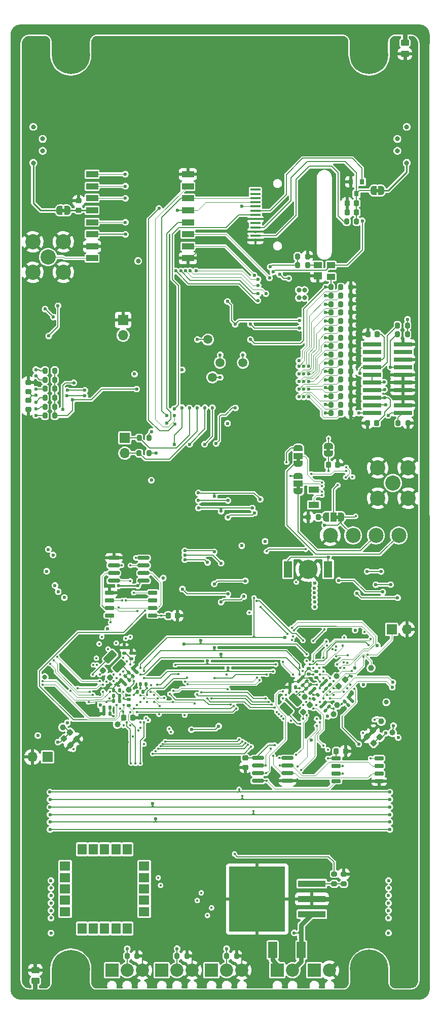
<source format=gbr>
%TF.GenerationSoftware,KiCad,Pcbnew,6.0.2*%
%TF.CreationDate,2022-02-16T12:43:48-06:00*%
%TF.ProjectId,FCB,4643422e-6b69-4636-9164-5f7063625858,A*%
%TF.SameCoordinates,Original*%
%TF.FileFunction,Copper,L4,Bot*%
%TF.FilePolarity,Positive*%
%FSLAX46Y46*%
G04 Gerber Fmt 4.6, Leading zero omitted, Abs format (unit mm)*
G04 Created by KiCad (PCBNEW 6.0.2) date 2022-02-16 12:43:48*
%MOMM*%
%LPD*%
G01*
G04 APERTURE LIST*
G04 Aperture macros list*
%AMRoundRect*
0 Rectangle with rounded corners*
0 $1 Rounding radius*
0 $2 $3 $4 $5 $6 $7 $8 $9 X,Y pos of 4 corners*
0 Add a 4 corners polygon primitive as box body*
4,1,4,$2,$3,$4,$5,$6,$7,$8,$9,$2,$3,0*
0 Add four circle primitives for the rounded corners*
1,1,$1+$1,$2,$3*
1,1,$1+$1,$4,$5*
1,1,$1+$1,$6,$7*
1,1,$1+$1,$8,$9*
0 Add four rect primitives between the rounded corners*
20,1,$1+$1,$2,$3,$4,$5,0*
20,1,$1+$1,$4,$5,$6,$7,0*
20,1,$1+$1,$6,$7,$8,$9,0*
20,1,$1+$1,$8,$9,$2,$3,0*%
%AMFreePoly0*
4,1,22,0.500000,-0.750000,0.000000,-0.750000,0.000000,-0.745033,-0.079941,-0.743568,-0.215256,-0.701293,-0.333266,-0.622738,-0.424486,-0.514219,-0.481581,-0.384460,-0.499164,-0.250000,-0.500000,-0.250000,-0.500000,0.250000,-0.499164,0.250000,-0.499963,0.256109,-0.478152,0.396186,-0.417904,0.524511,-0.324060,0.630769,-0.204165,0.706417,-0.067858,0.745374,0.000000,0.744959,0.000000,0.750000,
0.500000,0.750000,0.500000,-0.750000,0.500000,-0.750000,$1*%
%AMFreePoly1*
4,1,20,0.000000,0.744959,0.073905,0.744508,0.209726,0.703889,0.328688,0.626782,0.421226,0.519385,0.479903,0.390333,0.500000,0.250000,0.500000,-0.250000,0.499851,-0.262216,0.476331,-0.402017,0.414519,-0.529596,0.319384,-0.634700,0.198574,-0.708877,0.061801,-0.746166,0.000000,-0.745033,0.000000,-0.750000,-0.500000,-0.750000,-0.500000,0.750000,0.000000,0.750000,0.000000,0.744959,
0.000000,0.744959,$1*%
%AMFreePoly2*
4,1,22,0.550000,-0.750000,0.000000,-0.750000,0.000000,-0.745033,-0.079941,-0.743568,-0.215256,-0.701293,-0.333266,-0.622738,-0.424486,-0.514219,-0.481581,-0.384460,-0.499164,-0.250000,-0.500000,-0.250000,-0.500000,0.250000,-0.499164,0.250000,-0.499963,0.256109,-0.478152,0.396186,-0.417904,0.524511,-0.324060,0.630769,-0.204165,0.706417,-0.067858,0.745374,0.000000,0.744959,0.000000,0.750000,
0.550000,0.750000,0.550000,-0.750000,0.550000,-0.750000,$1*%
%AMFreePoly3*
4,1,20,0.000000,0.744959,0.073905,0.744508,0.209726,0.703889,0.328688,0.626782,0.421226,0.519385,0.479903,0.390333,0.500000,0.250000,0.500000,-0.250000,0.499851,-0.262216,0.476331,-0.402017,0.414519,-0.529596,0.319384,-0.634700,0.198574,-0.708877,0.061801,-0.746166,0.000000,-0.745033,0.000000,-0.750000,-0.550000,-0.750000,-0.550000,0.750000,0.000000,0.750000,0.000000,0.744959,
0.000000,0.744959,$1*%
G04 Aperture macros list end*
%TA.AperFunction,NonConductor*%
%ADD10C,0.300000*%
%TD*%
%TA.AperFunction,NonConductor*%
%ADD11C,0.200000*%
%TD*%
%TA.AperFunction,NonConductor*%
%ADD12C,0.150000*%
%TD*%
%TA.AperFunction,NonConductor*%
%ADD13C,0.100000*%
%TD*%
%TA.AperFunction,SMDPad,CuDef*%
%ADD14C,3.180000*%
%TD*%
%TA.AperFunction,SMDPad,CuDef*%
%ADD15R,1.400000X2.790000*%
%TD*%
%TA.AperFunction,SMDPad,CuDef*%
%ADD16RoundRect,0.225000X0.017678X-0.335876X0.335876X-0.017678X-0.017678X0.335876X-0.335876X0.017678X0*%
%TD*%
%TA.AperFunction,SMDPad,CuDef*%
%ADD17C,1.000000*%
%TD*%
%TA.AperFunction,SMDPad,CuDef*%
%ADD18RoundRect,0.200000X0.200000X0.275000X-0.200000X0.275000X-0.200000X-0.275000X0.200000X-0.275000X0*%
%TD*%
%TA.AperFunction,SMDPad,CuDef*%
%ADD19RoundRect,0.200000X-0.200000X-0.275000X0.200000X-0.275000X0.200000X0.275000X-0.200000X0.275000X0*%
%TD*%
%TA.AperFunction,ComponentPad*%
%ADD20O,1.700000X1.700000*%
%TD*%
%TA.AperFunction,ComponentPad*%
%ADD21R,1.700000X1.700000*%
%TD*%
%TA.AperFunction,SMDPad,CuDef*%
%ADD22FreePoly0,270.000000*%
%TD*%
%TA.AperFunction,SMDPad,CuDef*%
%ADD23FreePoly1,270.000000*%
%TD*%
%TA.AperFunction,SMDPad,CuDef*%
%ADD24R,1.800000X1.000000*%
%TD*%
%TA.AperFunction,SMDPad,CuDef*%
%ADD25R,2.000000X1.000000*%
%TD*%
%TA.AperFunction,SMDPad,CuDef*%
%ADD26FreePoly0,180.000000*%
%TD*%
%TA.AperFunction,SMDPad,CuDef*%
%ADD27FreePoly1,180.000000*%
%TD*%
%TA.AperFunction,SMDPad,CuDef*%
%ADD28R,0.800000X0.900000*%
%TD*%
%TA.AperFunction,SMDPad,CuDef*%
%ADD29RoundRect,0.225000X0.225000X0.250000X-0.225000X0.250000X-0.225000X-0.250000X0.225000X-0.250000X0*%
%TD*%
%TA.AperFunction,SMDPad,CuDef*%
%ADD30RoundRect,0.249999X-0.450001X0.262501X-0.450001X-0.262501X0.450001X-0.262501X0.450001X0.262501X0*%
%TD*%
%TA.AperFunction,SMDPad,CuDef*%
%ADD31RoundRect,0.225000X-0.225000X-0.250000X0.225000X-0.250000X0.225000X0.250000X-0.225000X0.250000X0*%
%TD*%
%TA.AperFunction,SMDPad,CuDef*%
%ADD32RoundRect,0.140000X-0.140000X-0.170000X0.140000X-0.170000X0.140000X0.170000X-0.140000X0.170000X0*%
%TD*%
%TA.AperFunction,SMDPad,CuDef*%
%ADD33RoundRect,0.218750X0.335876X0.026517X0.026517X0.335876X-0.335876X-0.026517X-0.026517X-0.335876X0*%
%TD*%
%TA.AperFunction,SMDPad,CuDef*%
%ADD34RoundRect,0.225000X-0.250000X0.225000X-0.250000X-0.225000X0.250000X-0.225000X0.250000X0.225000X0*%
%TD*%
%TA.AperFunction,SMDPad,CuDef*%
%ADD35RoundRect,0.225000X0.250000X-0.225000X0.250000X0.225000X-0.250000X0.225000X-0.250000X-0.225000X0*%
%TD*%
%TA.AperFunction,SMDPad,CuDef*%
%ADD36RoundRect,0.200000X0.275000X-0.200000X0.275000X0.200000X-0.275000X0.200000X-0.275000X-0.200000X0*%
%TD*%
%TA.AperFunction,SMDPad,CuDef*%
%ADD37R,4.600000X1.100000*%
%TD*%
%TA.AperFunction,SMDPad,CuDef*%
%ADD38R,9.400000X10.800000*%
%TD*%
%TA.AperFunction,SMDPad,CuDef*%
%ADD39R,1.500000X2.700000*%
%TD*%
%TA.AperFunction,SMDPad,CuDef*%
%ADD40R,1.700000X0.350000*%
%TD*%
%TA.AperFunction,ComponentPad*%
%ADD41R,2.200000X2.200000*%
%TD*%
%TA.AperFunction,ComponentPad*%
%ADD42C,2.200000*%
%TD*%
%TA.AperFunction,SMDPad,CuDef*%
%ADD43RoundRect,0.140000X-0.170000X0.140000X-0.170000X-0.140000X0.170000X-0.140000X0.170000X0.140000X0*%
%TD*%
%TA.AperFunction,SMDPad,CuDef*%
%ADD44RoundRect,0.140000X0.140000X0.170000X-0.140000X0.170000X-0.140000X-0.170000X0.140000X-0.170000X0*%
%TD*%
%TA.AperFunction,SMDPad,CuDef*%
%ADD45RoundRect,0.140000X-0.021213X0.219203X-0.219203X0.021213X0.021213X-0.219203X0.219203X-0.021213X0*%
%TD*%
%TA.AperFunction,SMDPad,CuDef*%
%ADD46RoundRect,0.140000X0.021213X-0.219203X0.219203X-0.021213X-0.021213X0.219203X-0.219203X0.021213X0*%
%TD*%
%TA.AperFunction,SMDPad,CuDef*%
%ADD47RoundRect,0.140000X0.170000X-0.140000X0.170000X0.140000X-0.170000X0.140000X-0.170000X-0.140000X0*%
%TD*%
%TA.AperFunction,SMDPad,CuDef*%
%ADD48RoundRect,0.250000X0.866206X0.335876X0.335876X0.866206X-0.866206X-0.335876X-0.335876X-0.866206X0*%
%TD*%
%TA.AperFunction,SMDPad,CuDef*%
%ADD49RoundRect,0.140000X0.219203X0.021213X0.021213X0.219203X-0.219203X-0.021213X-0.021213X-0.219203X0*%
%TD*%
%TA.AperFunction,SMDPad,CuDef*%
%ADD50RoundRect,0.140000X-0.219203X-0.021213X-0.021213X-0.219203X0.219203X0.021213X0.021213X0.219203X0*%
%TD*%
%TA.AperFunction,ComponentPad*%
%ADD51C,2.540000*%
%TD*%
%TA.AperFunction,SMDPad,CuDef*%
%ADD52RoundRect,0.150000X-0.650000X-0.150000X0.650000X-0.150000X0.650000X0.150000X-0.650000X0.150000X0*%
%TD*%
%TA.AperFunction,SMDPad,CuDef*%
%ADD53RoundRect,0.150000X-0.825000X-0.150000X0.825000X-0.150000X0.825000X0.150000X-0.825000X0.150000X0*%
%TD*%
%TA.AperFunction,SMDPad,CuDef*%
%ADD54RoundRect,0.150000X0.650000X0.150000X-0.650000X0.150000X-0.650000X-0.150000X0.650000X-0.150000X0*%
%TD*%
%TA.AperFunction,SMDPad,CuDef*%
%ADD55RoundRect,0.150000X0.825000X0.150000X-0.825000X0.150000X-0.825000X-0.150000X0.825000X-0.150000X0*%
%TD*%
%TA.AperFunction,SMDPad,CuDef*%
%ADD56R,1.800000X1.500000*%
%TD*%
%TA.AperFunction,SMDPad,CuDef*%
%ADD57R,1.500000X1.800000*%
%TD*%
%TA.AperFunction,SMDPad,CuDef*%
%ADD58R,1.400000X1.000000*%
%TD*%
%TA.AperFunction,SMDPad,CuDef*%
%ADD59R,1.400000X1.200000*%
%TD*%
%TA.AperFunction,SMDPad,CuDef*%
%ADD60C,2.500000*%
%TD*%
%TA.AperFunction,SMDPad,CuDef*%
%ADD61C,1.500000*%
%TD*%
%TA.AperFunction,SMDPad,CuDef*%
%ADD62RoundRect,0.249999X0.450001X-0.262501X0.450001X0.262501X-0.450001X0.262501X-0.450001X-0.262501X0*%
%TD*%
%TA.AperFunction,SMDPad,CuDef*%
%ADD63RoundRect,0.218750X-0.026517X0.335876X-0.335876X0.026517X0.026517X-0.335876X0.335876X-0.026517X0*%
%TD*%
%TA.AperFunction,SMDPad,CuDef*%
%ADD64RoundRect,0.250000X-0.335876X0.866206X-0.866206X0.335876X0.335876X-0.866206X0.866206X-0.335876X0*%
%TD*%
%TA.AperFunction,SMDPad,CuDef*%
%ADD65FreePoly2,90.000000*%
%TD*%
%TA.AperFunction,SMDPad,CuDef*%
%ADD66R,1.500000X1.000000*%
%TD*%
%TA.AperFunction,SMDPad,CuDef*%
%ADD67FreePoly3,90.000000*%
%TD*%
%TA.AperFunction,SMDPad,CuDef*%
%ADD68FreePoly2,180.000000*%
%TD*%
%TA.AperFunction,SMDPad,CuDef*%
%ADD69R,1.000000X1.500000*%
%TD*%
%TA.AperFunction,SMDPad,CuDef*%
%ADD70FreePoly3,180.000000*%
%TD*%
%TA.AperFunction,SMDPad,CuDef*%
%ADD71RoundRect,0.225000X-0.335876X-0.017678X-0.017678X-0.335876X0.335876X0.017678X0.017678X0.335876X0*%
%TD*%
%TA.AperFunction,SMDPad,CuDef*%
%ADD72RoundRect,0.225000X0.335876X0.017678X0.017678X0.335876X-0.335876X-0.017678X-0.017678X-0.335876X0*%
%TD*%
%TA.AperFunction,SMDPad,CuDef*%
%ADD73R,3.125000X0.711000*%
%TD*%
%TA.AperFunction,ComponentPad*%
%ADD74C,0.800000*%
%TD*%
%TA.AperFunction,ComponentPad*%
%ADD75C,6.400000*%
%TD*%
%TA.AperFunction,ViaPad*%
%ADD76C,0.600000*%
%TD*%
%TA.AperFunction,ViaPad*%
%ADD77C,0.800000*%
%TD*%
%TA.AperFunction,ViaPad*%
%ADD78C,0.400000*%
%TD*%
%TA.AperFunction,Conductor*%
%ADD79C,0.150000*%
%TD*%
%TA.AperFunction,Conductor*%
%ADD80C,0.600000*%
%TD*%
%TA.AperFunction,Conductor*%
%ADD81C,0.200000*%
%TD*%
%TA.AperFunction,Conductor*%
%ADD82C,0.250000*%
%TD*%
%TA.AperFunction,Conductor*%
%ADD83C,0.800000*%
%TD*%
%TA.AperFunction,Conductor*%
%ADD84C,0.120000*%
%TD*%
%TA.AperFunction,Conductor*%
%ADD85C,0.110000*%
%TD*%
%TA.AperFunction,Conductor*%
%ADD86C,0.090000*%
%TD*%
G04 APERTURE END LIST*
D10*
X183000000Y-224600000D02*
G75*
G03*
X184500000Y-226100000I1500000J0D01*
G01*
X175500000Y-226100000D02*
G75*
G03*
X177000000Y-224600000I0J1500000D01*
G01*
D11*
X183100000Y-225300000D02*
X183100000Y-222400000D01*
X183100000Y-222400000D02*
X176900000Y-222400000D01*
X176900000Y-222400000D02*
X176900000Y-225300000D01*
X176900000Y-225300000D02*
X176000000Y-226300000D01*
X176000000Y-226300000D02*
X184100000Y-226400000D01*
X184100000Y-226400000D02*
X183100000Y-225300000D01*
G36*
X183100000Y-225300000D02*
G01*
X184100000Y-226400000D01*
X176000000Y-226300000D01*
X176900000Y-225300000D01*
X176900000Y-222400000D01*
X183100000Y-222400000D01*
X183100000Y-225300000D01*
G37*
X183100000Y-225300000D02*
X184100000Y-226400000D01*
X176000000Y-226300000D01*
X176900000Y-225300000D01*
X176900000Y-222400000D01*
X183100000Y-222400000D01*
X183100000Y-225300000D01*
D10*
X232850000Y-224549200D02*
G75*
G03*
X234350000Y-226049200I1500000J0D01*
G01*
X225350000Y-226049200D02*
G75*
G03*
X226850000Y-224549200I0J1500000D01*
G01*
D11*
X232950000Y-225249200D02*
X232950000Y-222349200D01*
X232950000Y-222349200D02*
X226750000Y-222349200D01*
X226750000Y-222349200D02*
X226750000Y-225249200D01*
X226750000Y-225249200D02*
X225850000Y-226249200D01*
X225850000Y-226249200D02*
X233950000Y-226349200D01*
X233950000Y-226349200D02*
X232950000Y-225249200D01*
G36*
X232950000Y-225249200D02*
G01*
X233950000Y-226349200D01*
X225850000Y-226249200D01*
X226750000Y-225249200D01*
X226750000Y-222349200D01*
X232950000Y-222349200D01*
X232950000Y-225249200D01*
G37*
X232950000Y-225249200D02*
X233950000Y-226349200D01*
X225850000Y-226249200D01*
X226750000Y-225249200D01*
X226750000Y-222349200D01*
X232950000Y-222349200D01*
X232950000Y-225249200D01*
D10*
X226800000Y-67900000D02*
G75*
G03*
X225300000Y-66400000I-1500000J0D01*
G01*
X234300000Y-66400000D02*
G75*
G03*
X232800000Y-67900000I0J-1500000D01*
G01*
D11*
X226700000Y-67200000D02*
X226700000Y-70100000D01*
X226700000Y-70100000D02*
X232900000Y-70100000D01*
X232900000Y-70100000D02*
X232900000Y-67200000D01*
X232900000Y-67200000D02*
X233800000Y-66200000D01*
X233800000Y-66200000D02*
X225700000Y-66100000D01*
X225700000Y-66100000D02*
X226700000Y-67200000D01*
G36*
X233800000Y-66200000D02*
G01*
X232900000Y-67200000D01*
X232900000Y-70100000D01*
X226700000Y-70100000D01*
X226700000Y-67200000D01*
X225700000Y-66100000D01*
X233800000Y-66200000D01*
G37*
X233800000Y-66200000D02*
X232900000Y-67200000D01*
X232900000Y-70100000D01*
X226700000Y-70100000D01*
X226700000Y-67200000D01*
X225700000Y-66100000D01*
X233800000Y-66200000D01*
D10*
X177000000Y-67900000D02*
G75*
G03*
X175500000Y-66400000I-1500000J0D01*
G01*
X184500000Y-66400000D02*
G75*
G03*
X183000000Y-67900000I0J-1500000D01*
G01*
D11*
X176900000Y-67200000D02*
X176900000Y-70100000D01*
X176900000Y-70100000D02*
X183100000Y-70100000D01*
X183100000Y-70100000D02*
X183100000Y-67200000D01*
X183100000Y-67200000D02*
X184000000Y-66200000D01*
X184000000Y-66200000D02*
X175900000Y-66100000D01*
X175900000Y-66100000D02*
X176900000Y-67200000D01*
G36*
X184000000Y-66200000D02*
G01*
X183100000Y-67200000D01*
X183100000Y-70100000D01*
X176900000Y-70100000D01*
X176900000Y-67200000D01*
X175900000Y-66100000D01*
X184000000Y-66200000D01*
G37*
X184000000Y-66200000D02*
X183100000Y-67200000D01*
X183100000Y-70100000D01*
X176900000Y-70100000D01*
X176900000Y-67200000D01*
X175900000Y-66100000D01*
X184000000Y-66200000D01*
D12*
X238300000Y-65000000D02*
X173100000Y-65000000D01*
X173100000Y-65000000D02*
X173100000Y-66500000D01*
X173100000Y-66500000D02*
X238300000Y-66500000D01*
X238300000Y-66500000D02*
X238300000Y-65000000D01*
G36*
X238300000Y-66500000D02*
G01*
X173100000Y-66500000D01*
X173100000Y-65000000D01*
X238300000Y-65000000D01*
X238300000Y-66500000D01*
G37*
X238300000Y-66500000D02*
X173100000Y-66500000D01*
X173100000Y-65000000D01*
X238300000Y-65000000D01*
X238300000Y-66500000D01*
X173100000Y-66500000D02*
G75*
G03*
X171500000Y-68100000I0J-1600000D01*
G01*
X171500000Y-68000000D02*
X171600000Y-67500000D01*
X171600000Y-67500000D02*
X171800000Y-67100000D01*
X171800000Y-67100000D02*
X172100000Y-66800000D01*
X172100000Y-66800000D02*
X172500000Y-66600000D01*
X172500000Y-66600000D02*
X173100000Y-66500000D01*
X173100000Y-66500000D02*
X173100000Y-65000000D01*
X173100000Y-65000000D02*
X171600000Y-65000000D01*
X171600000Y-65000000D02*
X171200000Y-65100000D01*
X171200000Y-65100000D02*
X170800000Y-65300000D01*
X170800000Y-65300000D02*
X170400000Y-65600000D01*
X170400000Y-65600000D02*
X170100000Y-66200000D01*
X170100000Y-66200000D02*
X170000000Y-66600000D01*
X170000000Y-66600000D02*
X170000000Y-68000000D01*
X170000000Y-68000000D02*
X171500000Y-68000000D01*
G36*
X173100000Y-66500000D02*
G01*
X172500000Y-66600000D01*
X172100000Y-66800000D01*
X171800000Y-67100000D01*
X171600000Y-67500000D01*
X171500000Y-68000000D01*
X170000000Y-68000000D01*
X170000000Y-66600000D01*
X170100000Y-66200000D01*
X170400000Y-65600000D01*
X170800000Y-65300000D01*
X171200000Y-65100000D01*
X171600000Y-65000000D01*
X173100000Y-65000000D01*
X173100000Y-66500000D01*
G37*
X173100000Y-66500000D02*
X172500000Y-66600000D01*
X172100000Y-66800000D01*
X171800000Y-67100000D01*
X171600000Y-67500000D01*
X171500000Y-68000000D01*
X170000000Y-68000000D01*
X170000000Y-66600000D01*
X170100000Y-66200000D01*
X170400000Y-65600000D01*
X170800000Y-65300000D01*
X171200000Y-65100000D01*
X171600000Y-65000000D01*
X173100000Y-65000000D01*
X173100000Y-66500000D01*
X238300000Y-225900000D02*
X171600000Y-225900000D01*
X171600000Y-225900000D02*
X171600000Y-227400000D01*
X171600000Y-227400000D02*
X238300000Y-227400000D01*
X238300000Y-227400000D02*
X238300000Y-225900000D01*
G36*
X238300000Y-227400000D02*
G01*
X171600000Y-227400000D01*
X171600000Y-225900000D01*
X238300000Y-225900000D01*
X238300000Y-227400000D01*
G37*
X238300000Y-227400000D02*
X171600000Y-227400000D01*
X171600000Y-225900000D01*
X238300000Y-225900000D01*
X238300000Y-227400000D01*
X238250000Y-227400000D02*
G75*
G03*
X239850000Y-225800000I0J1600000D01*
G01*
D13*
X236850000Y-225900000D02*
X237350000Y-225800000D01*
X237350000Y-225800000D02*
X237750000Y-225600000D01*
X237750000Y-225600000D02*
X238050000Y-225300000D01*
X238050000Y-225300000D02*
X238250000Y-224900000D01*
X238250000Y-224900000D02*
X238350000Y-224300000D01*
X238350000Y-224300000D02*
X239850000Y-224300000D01*
X239850000Y-224300000D02*
X239850000Y-225800000D01*
X239850000Y-225800000D02*
X239750000Y-226200000D01*
X239750000Y-226200000D02*
X239550000Y-226600000D01*
X239550000Y-226600000D02*
X239250000Y-227000000D01*
X239250000Y-227000000D02*
X238650000Y-227300000D01*
X238650000Y-227300000D02*
X238250000Y-227400000D01*
X238250000Y-227400000D02*
X236850000Y-227400000D01*
X236850000Y-227400000D02*
X236850000Y-225900000D01*
G36*
X239850000Y-225800000D02*
G01*
X239750000Y-226200000D01*
X239550000Y-226600000D01*
X239250000Y-227000000D01*
X238650000Y-227300000D01*
X238250000Y-227400000D01*
X236850000Y-227400000D01*
X236850000Y-225900000D01*
X237350000Y-225800000D01*
X237750000Y-225600000D01*
X238050000Y-225300000D01*
X238250000Y-224900000D01*
X238350000Y-224300000D01*
X239850000Y-224300000D01*
X239850000Y-225800000D01*
G37*
X239850000Y-225800000D02*
X239750000Y-226200000D01*
X239550000Y-226600000D01*
X239250000Y-227000000D01*
X238650000Y-227300000D01*
X238250000Y-227400000D01*
X236850000Y-227400000D01*
X236850000Y-225900000D01*
X237350000Y-225800000D01*
X237750000Y-225600000D01*
X238050000Y-225300000D01*
X238250000Y-224900000D01*
X238350000Y-224300000D01*
X239850000Y-224300000D01*
X239850000Y-225800000D01*
D12*
X173000000Y-225900000D02*
X172500000Y-225800000D01*
X172500000Y-225800000D02*
X172100000Y-225600000D01*
X172100000Y-225600000D02*
X171800000Y-225300000D01*
X171800000Y-225300000D02*
X171600000Y-224900000D01*
X171600000Y-224900000D02*
X171500000Y-224300000D01*
X171500000Y-224300000D02*
X170000000Y-224300000D01*
X170000000Y-224300000D02*
X170000000Y-225800000D01*
X170000000Y-225800000D02*
X170100000Y-226200000D01*
X170100000Y-226200000D02*
X170300000Y-226600000D01*
X170300000Y-226600000D02*
X170600000Y-227000000D01*
X170600000Y-227000000D02*
X171200000Y-227300000D01*
X171200000Y-227300000D02*
X171600000Y-227400000D01*
X171600000Y-227400000D02*
X173000000Y-227400000D01*
X173000000Y-227400000D02*
X173000000Y-225900000D01*
G36*
X171600000Y-224900000D02*
G01*
X171800000Y-225300000D01*
X172100000Y-225600000D01*
X172500000Y-225800000D01*
X173000000Y-225900000D01*
X173000000Y-227400000D01*
X171600000Y-227400000D01*
X171200000Y-227300000D01*
X170600000Y-227000000D01*
X170300000Y-226600000D01*
X170100000Y-226200000D01*
X170000000Y-225800000D01*
X170000000Y-224300000D01*
X171500000Y-224300000D01*
X171600000Y-224900000D01*
G37*
X171600000Y-224900000D02*
X171800000Y-225300000D01*
X172100000Y-225600000D01*
X172500000Y-225800000D01*
X173000000Y-225900000D01*
X173000000Y-227400000D01*
X171600000Y-227400000D01*
X171200000Y-227300000D01*
X170600000Y-227000000D01*
X170300000Y-226600000D01*
X170100000Y-226200000D01*
X170000000Y-225800000D01*
X170000000Y-224300000D01*
X171500000Y-224300000D01*
X171600000Y-224900000D01*
X171500000Y-66600000D02*
X170000000Y-66600000D01*
X170000000Y-66600000D02*
X170000000Y-225800000D01*
X170000000Y-225800000D02*
X171500000Y-225800000D01*
X171500000Y-225800000D02*
X171500000Y-66600000D01*
G36*
X171500000Y-225800000D02*
G01*
X170000000Y-225800000D01*
X170000000Y-66600000D01*
X171500000Y-66600000D01*
X171500000Y-225800000D01*
G37*
X171500000Y-225800000D02*
X170000000Y-225800000D01*
X170000000Y-66600000D01*
X171500000Y-66600000D01*
X171500000Y-225800000D01*
X236750000Y-225900000D02*
G75*
G03*
X238350000Y-224300000I0J1600000D01*
G01*
X239850000Y-66600000D02*
G75*
G03*
X238250000Y-65000000I-1600000J0D01*
G01*
X236850000Y-66500000D02*
X237350000Y-66600000D01*
X237350000Y-66600000D02*
X237750000Y-66800000D01*
X237750000Y-66800000D02*
X238050000Y-67100000D01*
X238050000Y-67100000D02*
X238250000Y-67500000D01*
X238250000Y-67500000D02*
X238350000Y-68100000D01*
X238350000Y-68100000D02*
X239850000Y-68100000D01*
X239850000Y-68100000D02*
X239850000Y-66600000D01*
X239850000Y-66600000D02*
X239750000Y-66200000D01*
X239750000Y-66200000D02*
X239550000Y-65800000D01*
X239550000Y-65800000D02*
X239250000Y-65400000D01*
X239250000Y-65400000D02*
X238650000Y-65100000D01*
X238650000Y-65100000D02*
X238250000Y-65000000D01*
X238250000Y-65000000D02*
X236850000Y-65000000D01*
X236850000Y-65000000D02*
X236850000Y-66500000D01*
G36*
X238650000Y-65100000D02*
G01*
X239250000Y-65400000D01*
X239550000Y-65800000D01*
X239750000Y-66200000D01*
X239850000Y-66600000D01*
X239850000Y-68100000D01*
X238350000Y-68100000D01*
X238250000Y-67500000D01*
X238050000Y-67100000D01*
X237750000Y-66800000D01*
X237350000Y-66600000D01*
X236850000Y-66500000D01*
X236850000Y-65000000D01*
X238250000Y-65000000D01*
X238650000Y-65100000D01*
G37*
X238650000Y-65100000D02*
X239250000Y-65400000D01*
X239550000Y-65800000D01*
X239750000Y-66200000D01*
X239850000Y-66600000D01*
X239850000Y-68100000D01*
X238350000Y-68100000D01*
X238250000Y-67500000D01*
X238050000Y-67100000D01*
X237750000Y-66800000D01*
X237350000Y-66600000D01*
X236850000Y-66500000D01*
X236850000Y-65000000D01*
X238250000Y-65000000D01*
X238650000Y-65100000D01*
X171600000Y-65000000D02*
G75*
G03*
X170000000Y-66600000I0J-1600000D01*
G01*
X239822400Y-66600000D02*
X238322400Y-66600000D01*
X238322400Y-66600000D02*
X238350000Y-225800000D01*
X238350000Y-225800000D02*
X239850000Y-225800000D01*
X239850000Y-225800000D02*
X239822400Y-66600000D01*
G36*
X239850000Y-225800000D02*
G01*
X238350000Y-225800000D01*
X238322400Y-66600000D01*
X239822400Y-66600000D01*
X239850000Y-225800000D01*
G37*
X239850000Y-225800000D02*
X238350000Y-225800000D01*
X238322400Y-66600000D01*
X239822400Y-66600000D01*
X239850000Y-225800000D01*
X238350000Y-68100000D02*
G75*
G03*
X236750000Y-66500000I-1600000J0D01*
G01*
X171500000Y-224300000D02*
G75*
G03*
X173100000Y-225900000I1600000J0D01*
G01*
X170000000Y-225800000D02*
G75*
G03*
X171600000Y-227400000I1600000J0D01*
G01*
%TO.C,JP601*%
G36*
X223325000Y-136100000D02*
G01*
X222725000Y-136100000D01*
X222725000Y-135600000D01*
X223325000Y-135600000D01*
X223325000Y-136100000D01*
G37*
%TO.C,JP106*%
G36*
X231450000Y-92920000D02*
G01*
X230950000Y-92920000D01*
X230950000Y-92320000D01*
X231450000Y-92320000D01*
X231450000Y-92920000D01*
G37*
%TO.C,JP105*%
G36*
X179010000Y-96230000D02*
G01*
X178510000Y-96230000D01*
X178510000Y-95630000D01*
X179010000Y-95630000D01*
X179010000Y-96230000D01*
G37*
%TO.C,JP606*%
G36*
X218300000Y-137750000D02*
G01*
X217700000Y-137750000D01*
X217700000Y-137250000D01*
X218300000Y-137250000D01*
X218300000Y-137750000D01*
G37*
%TO.C,JP605*%
G36*
X218300000Y-142350000D02*
G01*
X217700000Y-142350000D01*
X217700000Y-141850000D01*
X218300000Y-141850000D01*
X218300000Y-142350000D01*
G37*
%TO.C,JP602*%
G36*
X224775000Y-147350000D02*
G01*
X224275000Y-147350000D01*
X224275000Y-146750000D01*
X224775000Y-146750000D01*
X224775000Y-147350000D01*
G37*
%TD*%
D14*
%TO.P,BT601,-*%
%TO.N,GND*%
X219630000Y-155740000D03*
D15*
%TO.P,BT601,2+*%
%TO.N,/ZOE-M8Q/VBATT*%
X222995000Y-155740000D03*
%TO.P,BT601,1+*%
X216265000Y-155740000D03*
%TD*%
D16*
%TO.P,C313,2*%
%TO.N,GND*%
X225848008Y-174171992D03*
%TO.P,C313,1*%
%TO.N,Net-(C313-Pad1)*%
X224751992Y-175268008D03*
%TD*%
D17*
%TO.P,TP509,1*%
%TO.N,Net-(C505-Pad1)*%
X189710000Y-175840000D03*
%TD*%
%TO.P,TP504,1*%
%TO.N,Net-(C513-Pad1)*%
X187780000Y-181586000D03*
%TD*%
%TO.P,TP501,1*%
%TO.N,Net-(C509-Pad1)*%
X178640000Y-182080000D03*
%TD*%
D18*
%TO.P,R508,2*%
%TO.N,Net-(J4-Pad1)*%
X191425000Y-133850000D03*
%TO.P,R508,1*%
%TO.N,/MPU/SYS_VDD1_3P3V*%
X193075000Y-133850000D03*
%TD*%
%TO.P,R504,2*%
%TO.N,Net-(J4-Pad2)*%
X191415000Y-136380000D03*
%TO.P,R504,1*%
%TO.N,/MPU/SYS_VDD1_3P3V*%
X193065000Y-136380000D03*
%TD*%
D19*
%TO.P,R503,2*%
%TO.N,Net-(R503-Pad2)*%
X219525000Y-105050000D03*
%TO.P,R503,1*%
%TO.N,Net-(R501-Pad2)*%
X217875000Y-105050000D03*
%TD*%
D18*
%TO.P,R501,2*%
%TO.N,Net-(R501-Pad2)*%
X217875000Y-103590000D03*
%TO.P,R501,1*%
%TO.N,GND*%
X219525000Y-103590000D03*
%TD*%
D20*
%TO.P,J6,2*%
%TO.N,Net-(J6-Pad2)*%
X188720000Y-116720000D03*
D21*
%TO.P,J6,1*%
%TO.N,GND*%
X188720000Y-114180000D03*
%TD*%
D20*
%TO.P,J4,2*%
%TO.N,Net-(J4-Pad2)*%
X189030000Y-136380000D03*
D21*
%TO.P,J4,1*%
%TO.N,Net-(J4-Pad1)*%
X189030000Y-133840000D03*
%TD*%
D18*
%TO.P,R107,2*%
%TO.N,/PT3*%
X206025000Y-220200000D03*
%TO.P,R107,1*%
%TO.N,GND*%
X207675000Y-220200000D03*
%TD*%
%TO.P,R106,2*%
%TO.N,/PT2*%
X197735000Y-220210000D03*
%TO.P,R106,1*%
%TO.N,GND*%
X199385000Y-220210000D03*
%TD*%
%TO.P,R105,2*%
%TO.N,/PT1*%
X189425000Y-220200000D03*
%TO.P,R105,1*%
%TO.N,GND*%
X191075000Y-220200000D03*
%TD*%
D22*
%TO.P,JP601,1*%
%TO.N,/3V3*%
X223025000Y-135200000D03*
D23*
%TO.P,JP601,2*%
%TO.N,/ZOE-M8Q/3V3*%
X223025000Y-136500000D03*
%TD*%
D24*
%TO.P,Y601,2*%
%TO.N,Net-(U601-PadP$J8)*%
X220600000Y-145000000D03*
%TO.P,Y601,1*%
%TO.N,Net-(U601-PadP$J7)*%
X220600000Y-142500000D03*
%TD*%
D25*
%TO.P,U106,16*%
%TO.N,/TLM_DIO2*%
X183550000Y-89900000D03*
%TO.P,U106,15*%
%TO.N,/TLM_DIO1*%
X183550000Y-91900000D03*
%TO.P,U106,14*%
%TO.N,/TLM_DIO0*%
X183550000Y-93900000D03*
%TO.P,U106,13*%
%TO.N,Net-(C111-Pad1)*%
X183550000Y-95900000D03*
%TO.P,U106,12*%
%TO.N,/TLM_DIO4*%
X183550000Y-97900000D03*
%TO.P,U106,11*%
%TO.N,/TLM_DIO3*%
X183550000Y-99900000D03*
%TO.P,U106,10*%
%TO.N,GND*%
X183550000Y-101900000D03*
%TO.P,U106,9*%
%TO.N,Net-(U106-Pad9)*%
X183550000Y-103900000D03*
%TO.P,U106,8*%
%TO.N,GND*%
X199550000Y-103900000D03*
%TO.P,U106,7*%
%TO.N,/TLM_DIO5*%
X199550000Y-101900000D03*
%TO.P,U106,6*%
%TO.N,/TLM_RST*%
X199550000Y-99900000D03*
%TO.P,U106,5*%
%TO.N,/TLM_CS*%
X199550000Y-97900000D03*
%TO.P,U106,4*%
%TO.N,/MPU_SPI0_SCK*%
X199550000Y-95900000D03*
%TO.P,U106,3*%
%TO.N,/MPU_SPI0_MOSI*%
X199550000Y-93900000D03*
%TO.P,U106,2*%
%TO.N,/MPU_SPI0_MISO*%
X199550000Y-91900000D03*
%TO.P,U106,1*%
%TO.N,GND*%
X199550000Y-89900000D03*
%TD*%
D18*
%TO.P,R101,2*%
%TO.N,Net-(DISP1-Pad12)*%
X226085000Y-97770000D03*
%TO.P,R101,1*%
%TO.N,Net-(C112-Pad1)*%
X227735000Y-97770000D03*
%TD*%
D26*
%TO.P,JP106,1*%
%TO.N,/3V3*%
X231850000Y-92620000D03*
D27*
%TO.P,JP106,2*%
%TO.N,Net-(C112-Pad1)*%
X230550000Y-92620000D03*
%TD*%
D28*
%TO.P,IC101,3*%
%TO.N,Net-(C112-Pad1)*%
X227700000Y-93150000D03*
%TO.P,IC101,2*%
%TO.N,/LCD_RST*%
X228650000Y-91150000D03*
%TO.P,IC101,1*%
%TO.N,GND*%
X226750000Y-91150000D03*
%TD*%
D29*
%TO.P,C113,2*%
%TO.N,GND*%
X226140000Y-94710000D03*
%TO.P,C113,1*%
%TO.N,Net-(C112-Pad1)*%
X227690000Y-94710000D03*
%TD*%
%TO.P,C112,2*%
%TO.N,GND*%
X226135000Y-96240000D03*
%TO.P,C112,1*%
%TO.N,Net-(C112-Pad1)*%
X227685000Y-96240000D03*
%TD*%
D20*
%TO.P,J506,2*%
%TO.N,GND*%
X173560000Y-187040000D03*
D21*
%TO.P,J506,1*%
%TO.N,Net-(J506-Pad1)*%
X176100000Y-187040000D03*
%TD*%
D30*
%TO.P,R998,2*%
%TO.N,GND1*%
X174075000Y-224362500D03*
%TO.P,R998,1*%
%TO.N,GND*%
X174075000Y-222537500D03*
%TD*%
D31*
%TO.P,C513,1*%
%TO.N,Net-(C513-Pad1)*%
X188795000Y-180520000D03*
%TO.P,C513,2*%
%TO.N,GND*%
X190345000Y-180520000D03*
%TD*%
D32*
%TO.P,C528,1*%
%TO.N,/MCU_HYBRID/3V3_MCU*%
X191620000Y-174900000D03*
%TO.P,C528,2*%
%TO.N,GND*%
X192580000Y-174900000D03*
%TD*%
D33*
%TO.P,L503,2*%
%TO.N,Net-(C519-Pad1)*%
X185393153Y-172653153D03*
%TO.P,L503,1*%
%TO.N,/MCU_HYBRID/3V3_MCU*%
X186506847Y-173766847D03*
%TD*%
D18*
%TO.P,R7,2*%
%TO.N,/MPU/MMC0_DAT2*%
X175675000Y-130150000D03*
%TO.P,R7,1*%
%TO.N,/MPU/SYS_VDD3_3P3V*%
X177325000Y-130150000D03*
%TD*%
%TO.P,R6,2*%
%TO.N,/MPU/MMC0_DAT3*%
X175675000Y-128650000D03*
%TO.P,R6,1*%
%TO.N,/MPU/SYS_VDD3_3P3V*%
X177325000Y-128650000D03*
%TD*%
%TO.P,R5,2*%
%TO.N,/MPU/MMC0_CMD*%
X175675000Y-127150000D03*
%TO.P,R5,1*%
%TO.N,/MPU/SYS_VDD3_3P3V*%
X177325000Y-127150000D03*
%TD*%
%TO.P,R4,2*%
%TO.N,/MPU/MMC0_CLK*%
X175675000Y-125650000D03*
%TO.P,R4,1*%
%TO.N,/MPU/SYS_VDD3_3P3V*%
X177325000Y-125650000D03*
%TD*%
%TO.P,R3,2*%
%TO.N,/MPU/MMC0_DAT0*%
X175675000Y-124150000D03*
%TO.P,R3,1*%
%TO.N,/MPU/SYS_VDD3_3P3V*%
X177325000Y-124150000D03*
%TD*%
%TO.P,R2,2*%
%TO.N,/MPU/MMC0_DAT1*%
X175675000Y-122650000D03*
%TO.P,R2,1*%
%TO.N,/MPU/SYS_VDD3_3P3V*%
X177325000Y-122650000D03*
%TD*%
D34*
%TO.P,C2,2*%
%TO.N,GND*%
X172900000Y-129125000D03*
%TO.P,C2,1*%
%TO.N,/MPU/SYS_VDD3_3P3V*%
X172900000Y-127575000D03*
%TD*%
D35*
%TO.P,C1,2*%
%TO.N,GND*%
X172900000Y-124575000D03*
%TO.P,C1,1*%
%TO.N,/MPU/SYS_VDD3_3P3V*%
X172900000Y-126125000D03*
%TD*%
D36*
%TO.P,R104,2*%
%TO.N,/SLND_TRIG*%
X224000000Y-206525000D03*
%TO.P,R104,1*%
%TO.N,Net-(Q101-Pad1)*%
X224000000Y-208175000D03*
%TD*%
%TO.P,R103,2*%
%TO.N,GND*%
X225600000Y-206525000D03*
%TO.P,R103,1*%
%TO.N,Net-(Q101-Pad1)*%
X225600000Y-208175000D03*
%TD*%
D37*
%TO.P,Q101,1*%
%TO.N,Net-(Q101-Pad1)*%
X220275000Y-208160000D03*
%TO.P,Q101,2*%
%TO.N,GND*%
X220275000Y-210700000D03*
%TO.P,Q101,3*%
%TO.N,Net-(D101-Pad1)*%
X220275000Y-213240000D03*
D38*
%TO.P,Q101,2*%
%TO.N,GND*%
X211125000Y-210700000D03*
%TD*%
D39*
%TO.P,D102,2*%
%TO.N,Net-(D101-Pad1)*%
X218500000Y-219200000D03*
%TO.P,D102,1*%
%TO.N,Net-(D102-Pad1)*%
X213700000Y-219200000D03*
%TD*%
D40*
%TO.P,DISP1,12*%
%TO.N,Net-(DISP1-Pad12)*%
X210825000Y-100160000D03*
%TO.P,DISP1,13*%
%TO.N,GND*%
X210825000Y-100860000D03*
%TO.P,DISP1,1*%
%TO.N,N/C*%
X210825000Y-92460000D03*
%TO.P,DISP1,2*%
X210825000Y-93160000D03*
%TO.P,DISP1,3*%
%TO.N,/MPU_SPI0_MOSI*%
X210825000Y-93860000D03*
%TO.P,DISP1,4*%
%TO.N,/MPU_SPI0_SCK*%
X210825000Y-94560000D03*
%TO.P,DISP1,5*%
%TO.N,/LCD_DC*%
X210825000Y-95260000D03*
%TO.P,DISP1,6*%
%TO.N,/LCD_RST*%
X210825000Y-95960000D03*
%TO.P,DISP1,7*%
%TO.N,/LCD_CS*%
X210825000Y-96660000D03*
%TO.P,DISP1,8*%
%TO.N,GND*%
X210825000Y-97360000D03*
%TO.P,DISP1,9*%
%TO.N,N/C*%
X210825000Y-98060000D03*
%TO.P,DISP1,10*%
%TO.N,Net-(C112-Pad1)*%
X210825000Y-98760000D03*
%TO.P,DISP1,11*%
%TO.N,GND*%
X210825000Y-99460000D03*
%TD*%
D41*
%TO.P,J111,1*%
%TO.N,Net-(D102-Pad1)*%
X220670000Y-222570000D03*
D42*
%TO.P,J111,2*%
%TO.N,GND*%
X223210000Y-222570000D03*
%TD*%
D41*
%TO.P,J110,1*%
%TO.N,Net-(D102-Pad1)*%
X214500000Y-222570000D03*
D42*
%TO.P,J110,2*%
%TO.N,Net-(D101-Pad1)*%
X217040000Y-222570000D03*
%TD*%
D41*
%TO.P,J109,1*%
%TO.N,/9V_PT_SUPPLY*%
X203500000Y-222570000D03*
D42*
%TO.P,J109,2*%
%TO.N,/PT3*%
X206040000Y-222570000D03*
%TO.P,J109,3*%
%TO.N,GND*%
X208580000Y-222570000D03*
%TD*%
D41*
%TO.P,J108,1*%
%TO.N,/9V_PT_SUPPLY*%
X195200000Y-222570000D03*
D42*
%TO.P,J108,2*%
%TO.N,/PT2*%
X197740000Y-222570000D03*
%TO.P,J108,3*%
%TO.N,GND*%
X200280000Y-222570000D03*
%TD*%
D41*
%TO.P,J107,1*%
%TO.N,/9V_PT_SUPPLY*%
X186870000Y-222570000D03*
D42*
%TO.P,J107,2*%
%TO.N,/PT1*%
X189410000Y-222570000D03*
%TO.P,J107,3*%
%TO.N,GND*%
X191950000Y-222570000D03*
%TD*%
D43*
%TO.P,C531,2*%
%TO.N,GND*%
X189650000Y-178430000D03*
%TO.P,C531,1*%
%TO.N,Net-(C517-Pad1)*%
X189650000Y-177470000D03*
%TD*%
D44*
%TO.P,C526,2*%
%TO.N,GND*%
X185550000Y-178830000D03*
%TO.P,C526,1*%
%TO.N,Net-(C514-Pad1)*%
X186510000Y-178830000D03*
%TD*%
D29*
%TO.P,C520,1*%
%TO.N,GND*%
X197825000Y-163470000D03*
%TO.P,C520,2*%
%TO.N,/MCU_HYBRID/3V3_MCU*%
X196275000Y-163470000D03*
%TD*%
D44*
%TO.P,C517,2*%
%TO.N,GND*%
X187180000Y-175880000D03*
%TO.P,C517,1*%
%TO.N,Net-(C517-Pad1)*%
X188140000Y-175880000D03*
%TD*%
D32*
%TO.P,C525,2*%
%TO.N,GND*%
X188140000Y-177730000D03*
%TO.P,C525,1*%
%TO.N,Net-(C516-Pad1)*%
X187180000Y-177730000D03*
%TD*%
%TO.P,C516,2*%
%TO.N,GND*%
X188140000Y-176810000D03*
%TO.P,C516,1*%
%TO.N,Net-(C516-Pad1)*%
X187180000Y-176810000D03*
%TD*%
D44*
%TO.P,C514,2*%
%TO.N,GND*%
X185550000Y-179810000D03*
%TO.P,C514,1*%
%TO.N,Net-(C514-Pad1)*%
X186510000Y-179810000D03*
%TD*%
D45*
%TO.P,C530,2*%
%TO.N,GND*%
X189070589Y-174869411D03*
%TO.P,C530,1*%
%TO.N,Net-(C505-Pad1)*%
X189749411Y-174190589D03*
%TD*%
D32*
%TO.P,C523,1*%
%TO.N,/MCU_HYBRID/3V3_MCU*%
X191100000Y-176200000D03*
%TO.P,C523,2*%
%TO.N,GND*%
X192060000Y-176200000D03*
%TD*%
D45*
%TO.P,C522,2*%
%TO.N,GND*%
X188420589Y-174219411D03*
%TO.P,C522,1*%
%TO.N,Net-(C505-Pad1)*%
X189099411Y-173540589D03*
%TD*%
D46*
%TO.P,C512,2*%
%TO.N,GND*%
X190389411Y-172250589D03*
%TO.P,C512,1*%
%TO.N,Net-(C505-Pad1)*%
X189710589Y-172929411D03*
%TD*%
D47*
%TO.P,C511,1*%
%TO.N,/MCU_HYBRID/3V3_MCU*%
X190120000Y-170690000D03*
%TO.P,C511,2*%
%TO.N,GND*%
X190120000Y-169730000D03*
%TD*%
%TO.P,C506,1*%
%TO.N,/MCU_HYBRID/3V3_MCU*%
X188950000Y-169720000D03*
%TO.P,C506,2*%
%TO.N,GND*%
X188950000Y-168760000D03*
%TD*%
D46*
%TO.P,C505,2*%
%TO.N,GND*%
X191039411Y-172900589D03*
%TO.P,C505,1*%
%TO.N,Net-(C505-Pad1)*%
X190360589Y-173579411D03*
%TD*%
D17*
%TO.P,TP309,1*%
%TO.N,Net-(C305-Pad1)*%
X219090000Y-176990000D03*
%TD*%
%TO.P,TP308,1*%
%TO.N,/MCU_AC/3V3_MCU*%
X233690500Y-182983000D03*
%TD*%
%TO.P,TP307,1*%
%TO.N,Net-(R307-Pad2)*%
X231849000Y-181078000D03*
%TD*%
%TO.P,TP306,1*%
%TO.N,Net-(C316-Pad1)*%
X223848000Y-179871500D03*
%TD*%
%TO.P,TP305,1*%
%TO.N,Net-(C314-Pad1)*%
X224483000Y-178411000D03*
%TD*%
%TO.P,TP304,1*%
%TO.N,Net-(C313-Pad1)*%
X224390000Y-173570000D03*
%TD*%
%TO.P,TP302,1*%
%TO.N,Net-(C317-Pad1)*%
X230134500Y-172188000D03*
%TD*%
D48*
%TO.P,L501,2*%
%TO.N,Net-(L501-Pad2)*%
X186579860Y-170349860D03*
%TO.P,L501,1*%
%TO.N,Net-(C505-Pad1)*%
X188100140Y-171870140D03*
%TD*%
D49*
%TO.P,C331,2*%
%TO.N,GND*%
X222616088Y-174307590D03*
%TO.P,C331,1*%
%TO.N,Net-(C317-Pad1)*%
X223294910Y-174986412D03*
%TD*%
%TO.P,C317,2*%
%TO.N,GND*%
X221965550Y-174958128D03*
%TO.P,C317,1*%
%TO.N,Net-(C317-Pad1)*%
X222644372Y-175636950D03*
%TD*%
D47*
%TO.P,C328,2*%
%TO.N,GND*%
X219770000Y-172280000D03*
%TO.P,C328,1*%
%TO.N,/MCU_AC/3V3_MCU*%
X219770000Y-173240000D03*
%TD*%
%TO.P,C323,2*%
%TO.N,GND*%
X221000000Y-172820000D03*
%TO.P,C323,1*%
%TO.N,/MCU_AC/3V3_MCU*%
X221000000Y-173780000D03*
%TD*%
D44*
%TO.P,C311,2*%
%TO.N,GND*%
X216570000Y-175440000D03*
%TO.P,C311,1*%
%TO.N,/MCU_AC/3V3_MCU*%
X217530000Y-175440000D03*
%TD*%
D46*
%TO.P,C306,2*%
%TO.N,GND*%
X221299411Y-176700589D03*
%TO.P,C306,1*%
%TO.N,/MCU_AC/3V3_MCU*%
X220620589Y-177379411D03*
%TD*%
D49*
%TO.P,C325,2*%
%TO.N,GND*%
X222485628Y-177963050D03*
%TO.P,C325,1*%
%TO.N,Net-(C316-Pad1)*%
X223164450Y-178641872D03*
%TD*%
%TO.P,C316,2*%
%TO.N,GND*%
X221835090Y-178613588D03*
%TO.P,C316,1*%
%TO.N,Net-(C316-Pad1)*%
X222513912Y-179292410D03*
%TD*%
D46*
%TO.P,C326,2*%
%TO.N,GND*%
X227056950Y-177715628D03*
%TO.P,C326,1*%
%TO.N,Net-(C314-Pad1)*%
X226378128Y-178394450D03*
%TD*%
%TO.P,C314,2*%
%TO.N,GND*%
X226406412Y-177065090D03*
%TO.P,C314,1*%
%TO.N,Net-(C314-Pad1)*%
X225727590Y-177743912D03*
%TD*%
D49*
%TO.P,C330,2*%
%TO.N,GND*%
X218700589Y-173740589D03*
%TO.P,C330,1*%
%TO.N,Net-(C305-Pad1)*%
X219379411Y-174419411D03*
%TD*%
D50*
%TO.P,C322,2*%
%TO.N,GND*%
X220019411Y-176349411D03*
%TO.P,C322,1*%
%TO.N,Net-(C305-Pad1)*%
X219340589Y-175670589D03*
%TD*%
D49*
%TO.P,C312,2*%
%TO.N,GND*%
X218050589Y-174390589D03*
%TO.P,C312,1*%
%TO.N,Net-(C305-Pad1)*%
X218729411Y-175069411D03*
%TD*%
D50*
%TO.P,C305,2*%
%TO.N,GND*%
X220669411Y-175699411D03*
%TO.P,C305,1*%
%TO.N,Net-(C305-Pad1)*%
X219990589Y-175020589D03*
%TD*%
D35*
%TO.P,C111,2*%
%TO.N,GND*%
X181270000Y-94325000D03*
%TO.P,C111,1*%
%TO.N,Net-(C111-Pad1)*%
X181270000Y-95875000D03*
%TD*%
D51*
%TO.P,X101,ANTENNA*%
%TO.N,Net-(U106-Pad9)*%
X176200000Y-103700000D03*
%TO.P,X101,GND3*%
%TO.N,GND*%
X173660000Y-106240000D03*
%TO.P,X101,GND4*%
X178740000Y-106240000D03*
%TO.P,X101,GND2*%
X178740000Y-101160000D03*
%TO.P,X101,GND1*%
X173660000Y-101160000D03*
%TD*%
D26*
%TO.P,JP105,1*%
%TO.N,Net-(C111-Pad1)*%
X179410000Y-95930000D03*
D27*
%TO.P,JP105,2*%
%TO.N,/3V3*%
X178110000Y-95930000D03*
%TD*%
D19*
%TO.P,R207,1*%
%TO.N,/MPU/SYS_VDD1_3P3V*%
X223450000Y-126925000D03*
%TO.P,R207,2*%
%TO.N,Net-(R207-Pad2)*%
X225100000Y-126925000D03*
%TO.P,R207,3*%
%TO.N,GND*%
X226750000Y-126919920D03*
%TD*%
%TO.P,R220,3*%
%TO.N,GND*%
X226750000Y-108719920D03*
%TO.P,R220,2*%
%TO.N,Net-(R220-Pad2)*%
X225100000Y-108725000D03*
%TO.P,R220,1*%
%TO.N,/MPU/SYS_VDD1_3P3V*%
X223450000Y-108725000D03*
%TD*%
%TO.P,R219,1*%
%TO.N,/MPU/SYS_VDD1_3P3V*%
X223450000Y-110125000D03*
%TO.P,R219,2*%
%TO.N,Net-(R219-Pad2)*%
X225100000Y-110125000D03*
%TO.P,R219,3*%
%TO.N,GND*%
X226750000Y-110119920D03*
%TD*%
%TO.P,R218,3*%
%TO.N,GND*%
X226750000Y-111519920D03*
%TO.P,R218,2*%
%TO.N,Net-(R218-Pad2)*%
X225100000Y-111525000D03*
%TO.P,R218,1*%
%TO.N,/MPU/SYS_VDD1_3P3V*%
X223450000Y-111525000D03*
%TD*%
%TO.P,R217,3*%
%TO.N,GND*%
X226750000Y-112919920D03*
%TO.P,R217,2*%
%TO.N,Net-(R217-Pad2)*%
X225100000Y-112925000D03*
%TO.P,R217,1*%
%TO.N,/MPU/SYS_VDD1_3P3V*%
X223450000Y-112925000D03*
%TD*%
%TO.P,R216,3*%
%TO.N,GND*%
X226750000Y-114319920D03*
%TO.P,R216,2*%
%TO.N,Net-(R216-Pad2)*%
X225100000Y-114325000D03*
%TO.P,R216,1*%
%TO.N,/MPU/SYS_VDD1_3P3V*%
X223450000Y-114325000D03*
%TD*%
%TO.P,R215,3*%
%TO.N,GND*%
X226750000Y-115719920D03*
%TO.P,R215,2*%
%TO.N,Net-(R215-Pad2)*%
X225100000Y-115725000D03*
%TO.P,R215,1*%
%TO.N,/MPU/SYS_VDD1_3P3V*%
X223450000Y-115725000D03*
%TD*%
%TO.P,R214,3*%
%TO.N,GND*%
X226750000Y-117119920D03*
%TO.P,R214,2*%
%TO.N,Net-(R214-Pad2)*%
X225100000Y-117125000D03*
%TO.P,R214,1*%
%TO.N,/MPU/SYS_VDD1_3P3V*%
X223450000Y-117125000D03*
%TD*%
%TO.P,R213,3*%
%TO.N,GND*%
X226750000Y-118519920D03*
%TO.P,R213,2*%
%TO.N,Net-(R213-Pad2)*%
X225100000Y-118525000D03*
%TO.P,R213,1*%
%TO.N,/MPU/SYS_VDD1_3P3V*%
X223450000Y-118525000D03*
%TD*%
%TO.P,R212,3*%
%TO.N,GND*%
X226750000Y-119919920D03*
%TO.P,R212,2*%
%TO.N,Net-(R212-Pad2)*%
X225100000Y-119925000D03*
%TO.P,R212,1*%
%TO.N,/MPU/SYS_VDD1_3P3V*%
X223450000Y-119925000D03*
%TD*%
%TO.P,R211,3*%
%TO.N,GND*%
X226750000Y-121319920D03*
%TO.P,R211,2*%
%TO.N,Net-(R211-Pad2)*%
X225100000Y-121325000D03*
%TO.P,R211,1*%
%TO.N,/MPU/SYS_VDD1_3P3V*%
X223450000Y-121325000D03*
%TD*%
%TO.P,R210,3*%
%TO.N,GND*%
X226750000Y-122719920D03*
%TO.P,R210,2*%
%TO.N,Net-(R210-Pad2)*%
X225100000Y-122725000D03*
%TO.P,R210,1*%
%TO.N,/MPU/SYS_VDD1_3P3V*%
X223450000Y-122725000D03*
%TD*%
%TO.P,R209,1*%
%TO.N,/MPU/SYS_VDD1_3P3V*%
X223450000Y-124125000D03*
%TO.P,R209,2*%
%TO.N,Net-(R209-Pad2)*%
X225100000Y-124125000D03*
%TO.P,R209,3*%
%TO.N,GND*%
X226750000Y-124119920D03*
%TD*%
%TO.P,R208,3*%
%TO.N,GND*%
X226750000Y-125519920D03*
%TO.P,R208,2*%
%TO.N,Net-(R208-Pad2)*%
X225100000Y-125525000D03*
%TO.P,R208,1*%
%TO.N,/MPU/SYS_VDD1_3P3V*%
X223450000Y-125525000D03*
%TD*%
%TO.P,R206,1*%
%TO.N,/MPU/SYS_VDD1_3P3V*%
X223450000Y-128325000D03*
%TO.P,R206,2*%
%TO.N,Net-(R206-Pad2)*%
X225100000Y-128325000D03*
%TO.P,R206,3*%
%TO.N,GND*%
X226750000Y-128319920D03*
%TD*%
%TO.P,R205,1*%
%TO.N,/MPU/SYS_VDD1_3P3V*%
X223450000Y-129725000D03*
%TO.P,R205,2*%
%TO.N,Net-(R205-Pad2)*%
X225100000Y-129725000D03*
%TO.P,R205,3*%
%TO.N,GND*%
X226750000Y-129719920D03*
%TD*%
D52*
%TO.P,U506,1*%
%TO.N,/MCU_HYBRID/EMC_22*%
X186490000Y-163445000D03*
%TO.P,U506,2*%
%TO.N,/MCU_HYBRID/EMC_26*%
X186490000Y-162175000D03*
%TO.P,U506,3*%
%TO.N,/MCU_HYBRID/EMC_28*%
X186490000Y-160905000D03*
%TO.P,U506,4*%
%TO.N,GND*%
X186490000Y-159635000D03*
%TO.P,U506,5*%
%TO.N,/MCU_HYBRID/EMC_27*%
X193690000Y-159635000D03*
%TO.P,U506,6*%
%TO.N,/MCU_HYBRID/EMC_25*%
X193690000Y-160905000D03*
%TO.P,U506,7*%
%TO.N,/MCU_HYBRID/EMC_29*%
X193690000Y-162175000D03*
%TO.P,U506,8*%
%TO.N,/MCU_HYBRID/3V3_MCU*%
X193690000Y-163445000D03*
%TD*%
D53*
%TO.P,U504,1*%
%TO.N,/MCU_HYBRID/EMC_24*%
X187195000Y-157645000D03*
%TO.P,U504,2*%
%TO.N,/MCU_HYBRID/EMC_26*%
X187195000Y-156375000D03*
%TO.P,U504,3*%
%TO.N,/MCU_HYBRID/EMC_28*%
X187195000Y-155105000D03*
%TO.P,U504,4*%
%TO.N,GND*%
X187195000Y-153835000D03*
%TO.P,U504,5*%
%TO.N,/MCU_HYBRID/EMC_27*%
X192145000Y-153835000D03*
%TO.P,U504,6*%
%TO.N,/MCU_HYBRID/EMC_25*%
X192145000Y-155105000D03*
%TO.P,U504,7*%
%TO.N,/MCU_HYBRID/EMC_29*%
X192145000Y-156375000D03*
%TO.P,U504,8*%
%TO.N,/MCU_HYBRID/3V3_MCU*%
X192145000Y-157645000D03*
%TD*%
D54*
%TO.P,U306,8*%
%TO.N,/MCU_AC/3V3_MCU*%
X224300000Y-187245000D03*
%TO.P,U306,7*%
%TO.N,/MCU_AC/EMC_29*%
X224300000Y-188515000D03*
%TO.P,U306,6*%
%TO.N,/MCU_AC/EMC_25*%
X224300000Y-189785000D03*
%TO.P,U306,5*%
%TO.N,/MCU_AC/EMC_27*%
X224300000Y-191055000D03*
%TO.P,U306,4*%
%TO.N,GND*%
X231500000Y-191055000D03*
%TO.P,U306,3*%
%TO.N,/MCU_AC/EMC_28*%
X231500000Y-189785000D03*
%TO.P,U306,2*%
%TO.N,/MCU_AC/EMC_26*%
X231500000Y-188515000D03*
%TO.P,U306,1*%
%TO.N,/MCU_AC/EMC_22*%
X231500000Y-187245000D03*
%TD*%
D55*
%TO.P,U304,8*%
%TO.N,/MCU_AC/3V3_MCU*%
X211250000Y-187195000D03*
%TO.P,U304,7*%
%TO.N,/MCU_AC/EMC_29*%
X211250000Y-188465000D03*
%TO.P,U304,6*%
%TO.N,/MCU_AC/EMC_25*%
X211250000Y-189735000D03*
%TO.P,U304,5*%
%TO.N,/MCU_AC/EMC_27*%
X211250000Y-191005000D03*
%TO.P,U304,4*%
%TO.N,GND*%
X216200000Y-191005000D03*
%TO.P,U304,3*%
%TO.N,/MCU_AC/EMC_28*%
X216200000Y-189735000D03*
%TO.P,U304,2*%
%TO.N,/MCU_AC/EMC_26*%
X216200000Y-188465000D03*
%TO.P,U304,1*%
%TO.N,/MCU_AC/EMC_24*%
X216200000Y-187195000D03*
%TD*%
D56*
%TO.P,U105,1*%
%TO.N,Net-(U105-Pad1)*%
X179050000Y-212820000D03*
%TO.P,U105,2*%
%TO.N,Net-(U105-Pad2)*%
X179050000Y-210920000D03*
%TO.P,U105,3*%
%TO.N,Net-(U105-Pad3)*%
X179050000Y-209020000D03*
%TO.P,U105,4*%
%TO.N,Net-(U105-Pad1)*%
X179050000Y-207120000D03*
%TO.P,U105,5*%
X179050000Y-205220000D03*
D57*
%TO.P,U105,6*%
X181850000Y-202420000D03*
%TO.P,U105,7*%
%TO.N,Net-(U105-Pad7)*%
X183750000Y-202420000D03*
%TO.P,U105,8*%
%TO.N,Net-(U105-Pad8)*%
X185650000Y-202420000D03*
%TO.P,U105,9*%
%TO.N,Net-(U105-Pad9)*%
X187550000Y-202420000D03*
%TO.P,U105,10*%
%TO.N,Net-(U105-Pad1)*%
X189450000Y-202420000D03*
D56*
%TO.P,U105,11*%
X192250000Y-205220000D03*
%TO.P,U105,12*%
%TO.N,Net-(U105-Pad12)*%
X192250000Y-207120000D03*
%TO.P,U105,13*%
%TO.N,Net-(U105-Pad13)*%
X192250000Y-209020000D03*
%TO.P,U105,14*%
%TO.N,Net-(U105-Pad14)*%
X192250000Y-210920000D03*
%TO.P,U105,15*%
%TO.N,Net-(U105-Pad1)*%
X192250000Y-212820000D03*
D57*
%TO.P,U105,16*%
X189450000Y-215620000D03*
%TO.P,U105,17*%
%TO.N,Net-(U105-Pad17)*%
X187550000Y-215620000D03*
%TO.P,U105,18*%
%TO.N,Net-(U105-Pad18)*%
X185650000Y-215620000D03*
%TO.P,U105,19*%
%TO.N,Net-(U105-Pad19)*%
X183750000Y-215620000D03*
%TO.P,U105,20*%
%TO.N,Net-(U105-Pad1)*%
X181850000Y-215620000D03*
%TD*%
D58*
%TO.P,U1,4*%
%TO.N,/MPU/SYS_VDD1_3P3V*%
X223440000Y-106970000D03*
%TO.P,U1,3*%
%TO.N,Net-(SW501-Pad2)*%
X223440000Y-105070000D03*
%TO.P,U1,2*%
%TO.N,Net-(R503-Pad2)*%
X221240000Y-105070000D03*
D59*
%TO.P,U1,1*%
%TO.N,GND*%
X221240000Y-106790000D03*
%TD*%
D60*
%TO.P,TP604,1*%
%TO.N,GND*%
X223340000Y-150090000D03*
%TD*%
%TO.P,TP603,1*%
%TO.N,/ZOE-M8Q/UART_RXD*%
X234770000Y-150090000D03*
%TD*%
%TO.P,TP602,1*%
%TO.N,/ZOE-M8Q/UART_TXD*%
X230960000Y-150090000D03*
%TD*%
%TO.P,TP601,1*%
%TO.N,/ZOE-M8Q/3V3*%
X227150000Y-150090000D03*
%TD*%
D61*
%TO.P,TP17,1*%
%TO.N,/MPU/SYS_RTC_1P8V*%
X208750000Y-121300000D03*
%TD*%
%TO.P,TP16,1*%
%TO.N,/MPU/SYS_VDD_1P8V*%
X203650000Y-123750000D03*
%TD*%
%TO.P,TP15,1*%
%TO.N,/MPU/SYS_VDD3_3P3V*%
X204900000Y-121300000D03*
%TD*%
%TO.P,TP13,1*%
%TO.N,/MPU/SYS_VDD1_3P3V*%
X202900000Y-117450000D03*
%TD*%
D18*
%TO.P,R602,2*%
%TO.N,GND*%
X219675000Y-147050000D03*
%TO.P,R602,1*%
%TO.N,Net-(JP602-Pad3)*%
X221325000Y-147050000D03*
%TD*%
D19*
%TO.P,R203,2*%
%TO.N,/MPU/SYS_VDD1_3P3V*%
X236225000Y-116550000D03*
%TO.P,R203,1*%
%TO.N,/MPU/JTAG_EMU1*%
X234575000Y-116550000D03*
%TD*%
%TO.P,R202,2*%
%TO.N,GND*%
X236325000Y-131350000D03*
%TO.P,R202,1*%
%TO.N,/MPU/JTAG_TRSTN*%
X234675000Y-131350000D03*
%TD*%
D18*
%TO.P,R201,2*%
%TO.N,/MPU/JTAG_EMU0*%
X234575000Y-115100000D03*
%TO.P,R201,1*%
%TO.N,/MPU/SYS_VDD1_3P3V*%
X236225000Y-115100000D03*
%TD*%
D62*
%TO.P,R999,2*%
%TO.N,GND1*%
X235800000Y-67987500D03*
%TO.P,R999,1*%
%TO.N,GND*%
X235800000Y-69812500D03*
%TD*%
D63*
%TO.P,L303,2*%
%TO.N,Net-(C319-Pad1)*%
X218833153Y-179516847D03*
%TO.P,L303,1*%
%TO.N,/MCU_AC/3V3_MCU*%
X219946847Y-178403153D03*
%TD*%
D64*
%TO.P,L301,2*%
%TO.N,Net-(L301-Pad2)*%
X215989860Y-179010140D03*
%TO.P,L301,1*%
%TO.N,Net-(C305-Pad1)*%
X217510140Y-177489860D03*
%TD*%
D65*
%TO.P,JP606,1*%
%TO.N,/ZOE-M8Q/UART_RXD*%
X218000000Y-138150000D03*
D66*
%TO.P,JP606,2*%
%TO.N,Net-(JP606-Pad2)*%
X218000000Y-136850000D03*
D67*
%TO.P,JP606,3*%
%TO.N,/SNS_SPI_MOSI*%
X218000000Y-135550000D03*
%TD*%
D65*
%TO.P,JP605,1*%
%TO.N,/ZOE-M8Q/UART_TXD*%
X218000000Y-142750000D03*
D66*
%TO.P,JP605,2*%
%TO.N,Net-(JP605-Pad2)*%
X218000000Y-141450000D03*
D67*
%TO.P,JP605,3*%
%TO.N,/SNS_SPI_MISO*%
X218000000Y-140150000D03*
%TD*%
D68*
%TO.P,JP602,1*%
%TO.N,/ZOE-M8Q/3V3*%
X225175000Y-147050000D03*
D69*
%TO.P,JP602,2*%
%TO.N,Net-(JP602-Pad2)*%
X223875000Y-147050000D03*
D70*
%TO.P,JP602,3*%
%TO.N,Net-(JP602-Pad3)*%
X222575000Y-147050000D03*
%TD*%
D20*
%TO.P,J306,2*%
%TO.N,GND*%
X236130000Y-165750000D03*
D21*
%TO.P,J306,1*%
%TO.N,Net-(J306-Pad1)*%
X233590000Y-165750000D03*
%TD*%
D31*
%TO.P,C601,2*%
%TO.N,GND*%
X224575000Y-138325000D03*
%TO.P,C601,1*%
%TO.N,/ZOE-M8Q/3V3*%
X223025000Y-138325000D03*
%TD*%
D71*
%TO.P,C515,1*%
%TO.N,Net-(C509-Pad1)*%
X179883984Y-182913984D03*
%TO.P,C515,2*%
%TO.N,GND*%
X180980000Y-184010000D03*
%TD*%
%TO.P,C509,1*%
%TO.N,Net-(C509-Pad1)*%
X178841992Y-183951992D03*
%TO.P,C509,2*%
%TO.N,GND*%
X179938008Y-185048008D03*
%TD*%
D35*
%TO.P,C321,2*%
%TO.N,/MCU_AC/3V3_MCU*%
X209150000Y-187200000D03*
%TO.P,C321,1*%
%TO.N,GND*%
X209150000Y-188750000D03*
%TD*%
D29*
%TO.P,C320,2*%
%TO.N,/MCU_AC/3V3_MCU*%
X224325000Y-186050000D03*
%TO.P,C320,1*%
%TO.N,GND*%
X225875000Y-186050000D03*
%TD*%
D72*
%TO.P,C315,1*%
%TO.N,Net-(C309-Pad1)*%
X230588008Y-184748008D03*
%TO.P,C315,2*%
%TO.N,GND*%
X229491992Y-183651992D03*
%TD*%
%TO.P,C309,1*%
%TO.N,Net-(C309-Pad1)*%
X231616466Y-183722050D03*
%TO.P,C309,2*%
%TO.N,GND*%
X230520450Y-182626034D03*
%TD*%
D29*
%TO.P,C202,2*%
%TO.N,GND*%
X229525000Y-131350000D03*
%TO.P,C202,1*%
%TO.N,/MPU/SYS_VDD1_3P3V*%
X231075000Y-131350000D03*
%TD*%
%TO.P,C201,2*%
%TO.N,GND*%
X229625000Y-116550000D03*
%TO.P,C201,1*%
%TO.N,/MPU/SYS_RESETN*%
X231175000Y-116550000D03*
%TD*%
D51*
%TO.P,X601,ANTENNA*%
%TO.N,Net-(FB601-Pad1)*%
X233800000Y-141360000D03*
%TO.P,X601,GND3*%
%TO.N,GND*%
X231260000Y-138820000D03*
%TO.P,X601,GND4*%
X231260000Y-143900000D03*
%TO.P,X601,GND2*%
X236340000Y-143900000D03*
%TO.P,X601,GND1*%
X236340000Y-138820000D03*
%TD*%
D73*
%TO.P,J201,20*%
%TO.N,GND*%
X235453000Y-118235000D03*
%TO.P,J201,19*%
%TO.N,/MPU/JTAG_EMU4*%
X230297000Y-118235000D03*
%TO.P,J201,18*%
%TO.N,/MPU/JTAG_EMU3*%
X235453000Y-119505000D03*
%TO.P,J201,17*%
%TO.N,/MPU/JTAG_EMU2*%
X230297000Y-119505000D03*
%TO.P,J201,16*%
%TO.N,GND*%
X235453000Y-120775000D03*
%TO.P,J201,15*%
%TO.N,/MPU/SYS_RESETN*%
X230297000Y-120775000D03*
%TO.P,J201,14*%
%TO.N,/MPU/JTAG_EMU1*%
X235453000Y-122045000D03*
%TO.P,J201,13*%
%TO.N,/MPU/JTAG_EMU0*%
X230297000Y-122045000D03*
%TO.P,J201,12*%
%TO.N,GND*%
X235453000Y-123315000D03*
%TO.P,J201,11*%
%TO.N,/MPU/JTAG_TCK*%
X230297000Y-123315000D03*
%TO.P,J201,10*%
%TO.N,GND*%
X235453000Y-124585000D03*
%TO.P,J201,09*%
%TO.N,/MPU/JTAG_TCK*%
X230297000Y-124585000D03*
%TO.P,J201,08*%
%TO.N,GND*%
X235453000Y-125855000D03*
%TO.P,J201,07*%
%TO.N,/MPU/JTAG_TDO*%
X230297000Y-125855000D03*
%TO.P,J201,05*%
%TO.N,/MPU/SYS_VDD1_3P3V*%
X230297000Y-127125000D03*
%TO.P,J201,04*%
%TO.N,GND*%
X235453000Y-128395000D03*
%TO.P,J201,03*%
%TO.N,/MPU/JTAG_TDI*%
X230297000Y-128395000D03*
%TO.P,J201,02*%
%TO.N,/MPU/JTAG_TRSTN*%
X235453000Y-129665000D03*
%TO.P,J201,01*%
%TO.N,/MPU/JTAG_TMS*%
X230297000Y-129665000D03*
%TD*%
D74*
%TO.P,REF\u002A\u002A,1*%
%TO.N,N/C*%
X231547056Y-68302944D03*
X229850000Y-67600000D03*
X228152944Y-68302944D03*
X227450000Y-70000000D03*
X228152944Y-71697056D03*
X229850000Y-72400000D03*
X231547056Y-71697056D03*
X232250000Y-70000000D03*
D75*
X229850000Y-70000000D03*
%TD*%
D74*
%TO.P,REF\u002A\u002A,1*%
%TO.N,N/C*%
X181697056Y-68302944D03*
X180000000Y-67600000D03*
X178302944Y-68302944D03*
X177600000Y-70000000D03*
X178302944Y-71697056D03*
X180000000Y-72400000D03*
X181697056Y-71697056D03*
X182400000Y-70000000D03*
D75*
X180000000Y-70000000D03*
%TD*%
D74*
%TO.P,REF\u002A\u002A,1*%
%TO.N,N/C*%
X181697056Y-220702944D03*
X180000000Y-220000000D03*
X178302944Y-220702944D03*
X177600000Y-222400000D03*
X178302944Y-224097056D03*
X180000000Y-224800000D03*
X181697056Y-224097056D03*
X182400000Y-222400000D03*
D75*
X180000000Y-222400000D03*
%TD*%
D74*
%TO.P,REF\u002A\u002A,1*%
%TO.N,N/C*%
X231547056Y-220652144D03*
X229850000Y-219949200D03*
X228152944Y-220652144D03*
X227450000Y-222349200D03*
X228152944Y-224046256D03*
X229850000Y-224749200D03*
X231547056Y-224046256D03*
X232250000Y-222349200D03*
D75*
X229850000Y-222349200D03*
%TD*%
D76*
%TO.N,/MPU/SYS_VDD2_3P3V*%
X207450000Y-114900000D03*
X206175000Y-111100000D03*
X218210000Y-114260000D03*
D77*
%TO.N,GND*%
X174050000Y-221175000D03*
X209800000Y-209450000D03*
D76*
X211300000Y-114900000D03*
X211300000Y-117450000D03*
X198600000Y-114900000D03*
X198600000Y-117450000D03*
X207450000Y-118725000D03*
X202375000Y-118725000D03*
X197300000Y-112375000D03*
X211275000Y-112375000D03*
X212550000Y-112375000D03*
X211275000Y-127625000D03*
X212550000Y-127625000D03*
X197300000Y-127600000D03*
X235900000Y-140900000D03*
X237000000Y-140900000D03*
X235900000Y-141900000D03*
X237000000Y-141900000D03*
D78*
X226000000Y-143350000D03*
D77*
X234400000Y-173700000D03*
D78*
X219930000Y-181790000D03*
X214840000Y-173310000D03*
X214840000Y-176690000D03*
X221620000Y-175570000D03*
X220500000Y-176700000D03*
X218230000Y-180090000D03*
X221620000Y-180090000D03*
X223890000Y-177830000D03*
X223320000Y-176130000D03*
X221620000Y-169910000D03*
X219930000Y-167110000D03*
X218230000Y-169910000D03*
D76*
X226410000Y-181100000D03*
X230820000Y-179090000D03*
D78*
X219920000Y-173860000D03*
X189360000Y-176700000D03*
X184840000Y-176700000D03*
X188230000Y-169920000D03*
X191620000Y-169920000D03*
X195010000Y-176700000D03*
X223050000Y-140500000D03*
X223100000Y-143250006D03*
X226020000Y-141050000D03*
X226020000Y-141630000D03*
D76*
X233400000Y-139100000D03*
X234300000Y-139100000D03*
X233400000Y-137900000D03*
X234300000Y-137900000D03*
X233400000Y-143700000D03*
X234200000Y-143700000D03*
X233400000Y-144800000D03*
X234200000Y-144800000D03*
X227400000Y-185300000D03*
D78*
X228000004Y-175000000D03*
D77*
X180100000Y-80000000D03*
X180100000Y-90000000D03*
X230000000Y-80000000D03*
X230000000Y-90000000D03*
D76*
X203650000Y-125075000D03*
X206200000Y-125075000D03*
X199850000Y-122525000D03*
X198600000Y-125075000D03*
X211300000Y-122525000D03*
X211275000Y-125100000D03*
X198600000Y-120000000D03*
X211300000Y-120000000D03*
X201125000Y-125075000D03*
X208750000Y-125100000D03*
X204925000Y-113650000D03*
X204925000Y-114875000D03*
X212550000Y-113650000D03*
X211275000Y-113650000D03*
X201125000Y-113675000D03*
X208725000Y-113650000D03*
X203650000Y-126350000D03*
X206200000Y-126350000D03*
X237550000Y-128400000D03*
X237550000Y-125850000D03*
X237550000Y-124600000D03*
X237550000Y-123300000D03*
X237550000Y-120800000D03*
X237550000Y-118250000D03*
X237550000Y-131350000D03*
X227750000Y-130450000D03*
X227800000Y-108700000D03*
X227850000Y-117100000D03*
X228650000Y-116550000D03*
X227800000Y-121300000D03*
X227800000Y-112900000D03*
X227800000Y-125500000D03*
X220100000Y-189600000D03*
X217800000Y-185350000D03*
X224720000Y-180410000D03*
X232690000Y-173200000D03*
X228760000Y-184400000D03*
X237050000Y-183540000D03*
D78*
X226620000Y-173480000D03*
D76*
X214420000Y-183340000D03*
D78*
X226800000Y-176220000D03*
X217090000Y-174450000D03*
X232325000Y-175785036D03*
D76*
X185930000Y-185730000D03*
X184761706Y-179960021D03*
D78*
X183130000Y-175000000D03*
X176220000Y-173050000D03*
D76*
X181190000Y-182680000D03*
D78*
X224450000Y-172740002D03*
X194450000Y-172729998D03*
D77*
X224800000Y-210700000D03*
D76*
X225600000Y-205600000D03*
D77*
X212340000Y-209450000D03*
X209800000Y-211990000D03*
X212340000Y-211990000D03*
D76*
X174150000Y-124600000D03*
X192250000Y-132650000D03*
X175550000Y-114650000D03*
X192250000Y-107300000D03*
X217650000Y-107250000D03*
X217700000Y-132750000D03*
X174100000Y-131150000D03*
D78*
X185399998Y-173870000D03*
X190490000Y-175570000D03*
D76*
X222700000Y-181000000D03*
X235470000Y-159390000D03*
D78*
X187167270Y-179030498D03*
X191620000Y-180100000D03*
D76*
X183090000Y-172380000D03*
D77*
X235800000Y-71200000D03*
D78*
X195275000Y-183500000D03*
X189920000Y-168210000D03*
X212580000Y-175630000D03*
X197600000Y-176650000D03*
X231500000Y-191725000D03*
D76*
X233300000Y-191625000D03*
X233300000Y-200375000D03*
X233075000Y-215100000D03*
X176675000Y-215100000D03*
X209175000Y-189625000D03*
X217625000Y-191000000D03*
D78*
X224600000Y-137400000D03*
X219650000Y-148000000D03*
X187650000Y-159650000D03*
X188550000Y-153850000D03*
D76*
X174045000Y-154605000D03*
D78*
X226600000Y-163550000D03*
X223600000Y-166750000D03*
X226300000Y-166450000D03*
D76*
X172600000Y-183500000D03*
X232700000Y-179600000D03*
X196900000Y-144250000D03*
X196900000Y-145550000D03*
X194800000Y-143900000D03*
D78*
X207800000Y-147800000D03*
D76*
X213999998Y-145750000D03*
X210600000Y-153200000D03*
X215950000Y-153200000D03*
X207100000Y-155650000D03*
X200700000Y-155000000D03*
X199450000Y-159050000D03*
X199405000Y-161095000D03*
X213950000Y-157200000D03*
X213950000Y-159050000D03*
D78*
X215600000Y-145950000D03*
X189250000Y-182600000D03*
X191050000Y-171600000D03*
X192750000Y-175550000D03*
D76*
X179250000Y-169200000D03*
X178350000Y-177950000D03*
X183380000Y-181490000D03*
X229700000Y-176100000D03*
X226140000Y-93470000D03*
X180210000Y-110860000D03*
X209420000Y-97350000D03*
X209440000Y-99450000D03*
X209450000Y-100850000D03*
X201200000Y-89899999D03*
X181970000Y-101910000D03*
X181270000Y-93330000D03*
D78*
X197640000Y-175380000D03*
D76*
X219530000Y-102610000D03*
X227370000Y-101320000D03*
X229510000Y-101320000D03*
X229330000Y-96040000D03*
X201200000Y-102750000D03*
X202720000Y-133000000D03*
X175280000Y-176560000D03*
X176480000Y-191620000D03*
X176520000Y-200370000D03*
D78*
X184223990Y-178029980D03*
X198650000Y-163460000D03*
X185420000Y-153830000D03*
D76*
X181685000Y-184715000D03*
D78*
X185980000Y-175570000D03*
D76*
X224679996Y-151430000D03*
X218030000Y-157340000D03*
D78*
X211690000Y-147610000D03*
D76*
X195680000Y-165380000D03*
D78*
X212070000Y-173930000D03*
D76*
X189400000Y-184530000D03*
%TO.N,/MPU/SYS_VOUT*%
X210000000Y-114900000D03*
X218200000Y-115550000D03*
%TO.N,/MPU/SYS_VDD1_3P3V*%
X232400000Y-127150000D03*
X222550000Y-110150000D03*
X222550000Y-108700000D03*
X222550000Y-111550000D03*
X222550000Y-112950000D03*
X222550000Y-114350000D03*
X222550000Y-115700000D03*
X222550000Y-117150000D03*
X222550000Y-118550000D03*
X222550000Y-119950000D03*
X222550000Y-121400000D03*
X222550000Y-122750000D03*
X222550000Y-124150000D03*
X222550000Y-125450000D03*
X222550000Y-126900000D03*
X222550000Y-128205011D03*
X222550000Y-129650000D03*
X210000000Y-117450000D03*
X201150000Y-117450000D03*
X193480000Y-132790000D03*
X194290000Y-136370000D03*
X236240000Y-114090000D03*
%TO.N,/MPU/SYS_VDD3_3P3V*%
X204950000Y-120000000D03*
X174150000Y-126750000D03*
X191000000Y-125700000D03*
X180300000Y-127500000D03*
%TO.N,/MPU/SYS_VDD_1P8V*%
X204950000Y-123750000D03*
X206180000Y-131430000D03*
%TO.N,/MPU/SYS_RTC_1P8V*%
X208750000Y-120000000D03*
D77*
%TO.N,/MPU/USB5V*%
X218100000Y-109200000D03*
X219050000Y-109200000D03*
X191250000Y-104350000D03*
D78*
%TO.N,/ZOE-M8Q/3V3*%
X227600000Y-146900002D03*
X223000000Y-139350000D03*
D76*
X222380000Y-148420000D03*
%TO.N,Net-(J4-Pad2)*%
X201130000Y-128830000D03*
%TO.N,Net-(J4-Pad1)*%
X199820000Y-128830000D03*
%TO.N,/MPU/JTAG_EMU1*%
X233400000Y-122050000D03*
%TO.N,/MPU/JTAG_EMU0*%
X228249998Y-123050000D03*
%TO.N,/MPU/JTAG_TCK*%
X232350000Y-124550000D03*
%TO.N,/MPU/JTAG_TDO*%
X232399980Y-125800000D03*
%TO.N,/MPU/JTAG_TDI*%
X232600000Y-128350000D03*
%TO.N,/MPU/JTAG_TRSTN*%
X233000000Y-130100000D03*
%TO.N,/MPU/JTAG_TMS*%
X228100000Y-129700000D03*
D78*
%TO.N,/MCU_AC/AD_B0_11*%
X221620000Y-173300000D03*
X225670000Y-167090000D03*
X221040000Y-178400000D03*
X223330000Y-173870000D03*
D76*
%TO.N,/ZOE-M8Q/VBATT*%
X223000000Y-153770000D03*
%TO.N,Net-(TP7-Pad1)*%
X198600000Y-128800000D03*
X197300000Y-134900000D03*
%TO.N,Net-(TP8-Pad1)*%
X202400000Y-128800000D03*
X199850000Y-134900000D03*
%TO.N,Net-(TP9-Pad1)*%
X203650000Y-128800000D03*
X202350000Y-134900000D03*
%TO.N,Net-(TP10-Pad1)*%
X207500000Y-128850000D03*
X204274998Y-134775000D03*
%TO.N,Net-(TP11-Pad1)*%
X198600000Y-122500000D03*
X190650000Y-123200000D03*
%TO.N,/MPU/USB0_DP*%
X177100000Y-113700000D03*
X175700002Y-112350000D03*
%TO.N,/MPU/USB0_ID*%
X177860000Y-111820000D03*
X176300000Y-116850000D03*
D78*
%TO.N,/MCU_AC/AD_B0_09*%
X226250000Y-170050000D03*
X224330000Y-170258841D03*
%TO.N,/MCU_AC/AD_B0_08*%
X230100000Y-167340000D03*
X222190000Y-170490002D03*
%TO.N,/MCU_AC/AD_B0_04*%
X221056371Y-171613629D03*
X225410000Y-168470000D03*
%TO.N,/MCU_AC/B0_13*%
X219920000Y-171599998D03*
X229720000Y-168380000D03*
%TO.N,/MCU_AC/POR_B*%
X222190000Y-177260000D03*
X228850000Y-170350000D03*
%TO.N,/MCU_AC/EMC_24*%
X214825000Y-187200000D03*
%TO.N,/MCU_AC/EMC_26*%
X214900000Y-188475000D03*
%TO.N,/MCU_AC/EMC_25*%
X215400000Y-176125000D03*
X225450000Y-189800000D03*
X212640000Y-189735000D03*
%TO.N,/MCU_AC/EMC_27*%
X212750001Y-191000001D03*
%TO.N,/MCU_AC/EMC_22*%
X230075000Y-187250000D03*
%TO.N,/MCU_AC/EMC_29*%
X212575000Y-188450000D03*
X213425000Y-185650000D03*
X225450000Y-188525000D03*
%TO.N,/MCU_AC/EMC_28*%
X213775000Y-186850000D03*
%TO.N,Net-(C305-Pad1)*%
X218790000Y-176130000D03*
X221050000Y-175010000D03*
D76*
%TO.N,Net-(C309-Pad1)*%
X234700000Y-183800000D03*
X232600000Y-183050000D03*
X222900000Y-180250000D03*
D78*
%TO.N,Net-(C313-Pad1)*%
X223880772Y-175560772D03*
X226896000Y-172696000D03*
%TO.N,Net-(C314-Pad1)*%
X225280000Y-178190002D03*
%TO.N,Net-(C316-Pad1)*%
X223880000Y-178990000D03*
%TO.N,Net-(C317-Pad1)*%
X222190000Y-176140000D03*
D76*
X227440000Y-172220000D03*
%TO.N,Net-(C318-Pad1)*%
X228860000Y-174940000D03*
D78*
X223880000Y-176700000D03*
%TO.N,Net-(C319-Pad1)*%
X218790000Y-180650000D03*
%TO.N,Net-(J301-Pad2)*%
X223320000Y-177260000D03*
D76*
X233700000Y-175400000D03*
D78*
%TO.N,Net-(J301-Pad3)*%
X222750000Y-176700000D03*
D76*
X233800000Y-174600000D03*
D78*
%TO.N,Net-(J302-Pad1)*%
X214440002Y-179540000D03*
D76*
X220720000Y-162000002D03*
D78*
%TO.N,Net-(J302-Pad2)*%
X215490000Y-180650000D03*
D76*
X220710000Y-159660000D03*
%TO.N,Net-(J302-Pad3)*%
X220710000Y-158880000D03*
X229490000Y-156110000D03*
X231825000Y-156110000D03*
D78*
X219350000Y-177830002D03*
%TO.N,Net-(J302-Pad5)*%
X214768491Y-179920282D03*
D76*
X220720000Y-161180000D03*
X233420000Y-158290000D03*
X230950000Y-158300000D03*
D78*
%TO.N,Net-(J302-Pad7)*%
X215131955Y-180248924D03*
D76*
X220710000Y-160440000D03*
X227800000Y-159750000D03*
X234570000Y-160490000D03*
D78*
%TO.N,Net-(J302-Pad8)*%
X216790000Y-181000000D03*
D76*
X220750000Y-158090000D03*
X224760000Y-157590000D03*
X232110000Y-159520000D03*
D78*
%TO.N,Net-(J306-Pad1)*%
X229600000Y-170000000D03*
%TO.N,Net-(L301-Pad2)*%
X218270000Y-181500000D03*
%TO.N,Net-(R307-Pad2)*%
X230706000Y-180824000D03*
X221625000Y-177825000D03*
X228775000Y-183050000D03*
%TO.N,Net-(U301-PadP4)*%
X218450000Y-189170000D03*
X221630000Y-181240000D03*
%TO.N,Net-(U301-PadN4)*%
X222920000Y-185820000D03*
X221050000Y-180675000D03*
%TO.N,Net-(U301-PadL4)*%
X220500000Y-178960000D03*
X222190000Y-185130000D03*
%TO.N,Net-(U301-PadP3)*%
X217890000Y-188600000D03*
X221060000Y-181800000D03*
%TO.N,Net-(U301-PadL3)*%
X219360000Y-180080000D03*
X217650000Y-186700000D03*
%TO.N,Net-(C505-Pad1)*%
X190490000Y-174430000D03*
D76*
%TO.N,Net-(C509-Pad1)*%
X174510000Y-183460000D03*
X184937917Y-178399581D03*
X177850000Y-184560000D03*
D78*
%TO.N,Net-(C513-Pad1)*%
X188790000Y-179460000D03*
%TO.N,Net-(C514-Pad1)*%
X187120000Y-180249990D03*
%TO.N,Net-(C516-Pad1)*%
X185950000Y-177820000D03*
X182954000Y-177850000D03*
%TO.N,Net-(C517-Pad1)*%
X188800000Y-177260000D03*
X192229990Y-184870000D03*
%TO.N,Net-(C518-Pad1)*%
X188230000Y-178970000D03*
X191300000Y-182610000D03*
%TO.N,Net-(C519-Pad1)*%
X184830000Y-173300000D03*
%TO.N,Net-(D602-Pad2)*%
X225900000Y-140400000D03*
X226000000Y-138750000D03*
%TO.N,Net-(J501-Pad2)*%
X186530000Y-176130000D03*
X175280000Y-174350000D03*
%TO.N,Net-(J501-Pad3)*%
X187660000Y-178410000D03*
X175260000Y-175000000D03*
D76*
%TO.N,Net-(J502-Pad8)*%
X176250000Y-152425000D03*
D78*
X183785787Y-171689213D03*
%TO.N,Net-(J502-Pad7)*%
X184275000Y-170550000D03*
D76*
X177050000Y-153375000D03*
D78*
%TO.N,Net-(J502-Pad5)*%
X184358748Y-171691252D03*
D76*
X175975000Y-156060000D03*
%TO.N,Net-(J502-Pad3)*%
X177350000Y-158450000D03*
D78*
X187162550Y-173320367D03*
D76*
%TO.N,Net-(J502-Pad2)*%
X177900000Y-159475000D03*
D78*
X184730002Y-168170000D03*
%TO.N,Net-(J502-Pad1)*%
X185190000Y-167000000D03*
D76*
X178925000Y-160450000D03*
D78*
%TO.N,Net-(JP602-Pad2)*%
X224600000Y-141700000D03*
%TO.N,Net-(JP605-Pad2)*%
X221950000Y-141850000D03*
%TO.N,Net-(JP606-Pad2)*%
X221950000Y-141325000D03*
%TO.N,Net-(L501-Pad2)*%
X183700000Y-173300000D03*
D76*
%TO.N,Net-(R205-Pad2)*%
X219700000Y-127000000D03*
%TO.N,Net-(R206-Pad2)*%
X218900000Y-127000000D03*
%TO.N,Net-(R207-Pad2)*%
X218100000Y-127000000D03*
%TO.N,Net-(R208-Pad2)*%
X219700000Y-125700000D03*
%TO.N,Net-(R209-Pad2)*%
X218900000Y-125700000D03*
%TO.N,Net-(R210-Pad2)*%
X218100000Y-125700000D03*
%TO.N,Net-(R211-Pad2)*%
X219700000Y-124400000D03*
%TO.N,Net-(R212-Pad2)*%
X218900000Y-124400000D03*
%TO.N,Net-(R213-Pad2)*%
X218100000Y-124400000D03*
%TO.N,Net-(R214-Pad2)*%
X219700001Y-123200001D03*
%TO.N,Net-(R215-Pad2)*%
X218900004Y-123200000D03*
%TO.N,Net-(R216-Pad2)*%
X218100000Y-123175000D03*
%TO.N,Net-(R217-Pad2)*%
X219700000Y-121900000D03*
%TO.N,Net-(R218-Pad2)*%
X218900000Y-121900000D03*
%TO.N,Net-(R219-Pad2)*%
X218100000Y-121900000D03*
%TO.N,Net-(R220-Pad2)*%
X218100000Y-120999998D03*
D78*
%TO.N,/MCU_HYBRID/AD_B0_11*%
X185970000Y-174440000D03*
X191619371Y-176762747D03*
X197050000Y-177875000D03*
X200675000Y-178125000D03*
%TO.N,Net-(R507-Pad2)*%
X188790000Y-176130000D03*
D76*
X179430000Y-181330000D03*
D78*
%TO.N,/MCU_HYBRID/AD_B0_10*%
X194840000Y-178510000D03*
X193881571Y-177828427D03*
%TO.N,/MCU_HYBRID/AD_B0_08*%
X194483140Y-177308165D03*
X196740000Y-182840000D03*
%TO.N,/MCU_HYBRID/AD_B0_07*%
X194740000Y-179910000D03*
X193890000Y-176690000D03*
%TO.N,/MCU_HYBRID/AD_B0_04*%
X193299565Y-176197426D03*
X195579974Y-177197064D03*
%TO.N,/MCU_HYBRID/B0_13*%
X196440000Y-182330000D03*
X193389810Y-175070698D03*
%TO.N,/MCU_HYBRID/POR_B*%
X186464308Y-177292655D03*
X191620000Y-182220000D03*
%TO.N,Net-(U501-PadP4)*%
X183700000Y-176700000D03*
X176580000Y-171490000D03*
%TO.N,Net-(U501-PadN4)*%
X185400000Y-176130000D03*
X179977505Y-176022495D03*
%TO.N,Net-(U501-PadL4)*%
X185400000Y-175000000D03*
X181160000Y-175570000D03*
%TO.N,Net-(U501-PadP3)*%
X177150000Y-170930000D03*
X183140000Y-176130000D03*
%TO.N,Net-(U501-PadL3)*%
X177720000Y-170360000D03*
X184830000Y-174430000D03*
%TO.N,/MCU_HYBRID/EMC_24*%
X189360000Y-171049998D03*
X189930000Y-167040000D03*
X189930000Y-157670000D03*
%TO.N,/MCU_HYBRID/EMC_26*%
X191100000Y-162690000D03*
%TO.N,/MCU_HYBRID/EMC_25*%
X188790000Y-170480000D03*
X189170000Y-167280000D03*
X189950000Y-155100000D03*
X189150000Y-160900000D03*
%TO.N,/MCU_HYBRID/EMC_27*%
X190850000Y-153850000D03*
X190500000Y-159650000D03*
%TO.N,/MCU_HYBRID/EMC_22*%
X186650002Y-164600000D03*
%TO.N,/MCU_HYBRID/EMC_29*%
X188000000Y-162150000D03*
%TO.N,/MCU_HYBRID/EMC_28*%
X188600006Y-160900000D03*
X188500010Y-155100000D03*
%TO.N,Net-(U601-PadP$J7)*%
X221950000Y-142850000D03*
%TO.N,Net-(U601-PadP$J8)*%
X221950000Y-143400000D03*
D77*
%TO.N,/3V3*%
X173750000Y-88000000D03*
X173750000Y-82000000D03*
X236100000Y-82000000D03*
X236100000Y-88000000D03*
D76*
X193450000Y-140900000D03*
X195450000Y-157200000D03*
X208550000Y-151800000D03*
X212450000Y-151100000D03*
D78*
X223050000Y-133900000D03*
D77*
%TO.N,/5V*%
X218100000Y-110500000D03*
X219050000Y-110500000D03*
X175300000Y-84000000D03*
X175300000Y-86000000D03*
X232700000Y-177900000D03*
X234550000Y-86000000D03*
X234550000Y-84000000D03*
X175625000Y-173725000D03*
D76*
%TO.N,/MPU_SPI0_SCK*%
X197410000Y-131550000D03*
X194740000Y-95590000D03*
X197850000Y-95890000D03*
%TO.N,/MPU_SPI0_MISO*%
X197320000Y-130130000D03*
%TO.N,/TLM_CS*%
X196020000Y-131360000D03*
%TO.N,/MPU_SPI0_MOSI*%
X196030000Y-130150000D03*
%TO.N,/TLM_DIO2*%
X189100000Y-89890000D03*
X211270000Y-107400000D03*
X200920000Y-105970000D03*
%TO.N,/TLM_DIO1*%
X189110000Y-91890000D03*
X211290000Y-108460000D03*
X199910001Y-105969999D03*
%TO.N,/TLM_DIO0*%
X212590000Y-109790000D03*
X189110000Y-93889999D03*
X199180000Y-105990000D03*
%TO.N,/TLM_DIO4*%
X211290000Y-109810000D03*
X189120000Y-97900000D03*
X198389998Y-106020000D03*
%TO.N,/TLM_DIO3*%
X211250000Y-110940000D03*
X197540000Y-106020000D03*
X189130000Y-99910000D03*
%TO.N,/TLM_DIO5*%
X210660000Y-106730000D03*
%TO.N,/TLM_RST*%
X213180000Y-107164000D03*
D78*
%TO.N,/LSM9_CS_AG*%
X217100000Y-173300000D03*
X191620000Y-172170000D03*
X210590000Y-160500002D03*
X215428101Y-171178103D03*
D76*
X215760000Y-167080000D03*
%TO.N,/SNS_SPI_MISO*%
X205100000Y-146050000D03*
D78*
X191625000Y-173300000D03*
X218230000Y-173300000D03*
D76*
X210330000Y-145530000D03*
X201334990Y-145525000D03*
X205100000Y-154730000D03*
X199050008Y-153360000D03*
X205100000Y-169910000D03*
X208890000Y-160290000D03*
X205100000Y-161200000D03*
D78*
X216700000Y-140150000D03*
%TO.N,/SNS_SPI_MOSI*%
X192200000Y-173875000D03*
D76*
X210670000Y-146350000D03*
X206250000Y-147080000D03*
X201315015Y-144275015D03*
X206250000Y-159850000D03*
X206250000Y-172150002D03*
D78*
X213800000Y-172740000D03*
D76*
X198650000Y-159050006D03*
X206250000Y-144275002D03*
D78*
X216050000Y-137900000D03*
X218759271Y-172660379D03*
D76*
%TO.N,/SNS_SPI_SCK*%
X203975006Y-143550006D03*
D78*
X192190000Y-172730000D03*
X218230000Y-172170000D03*
D76*
X201320000Y-143019998D03*
X203970000Y-152839998D03*
X199050000Y-152670000D03*
X203970000Y-168770000D03*
X203970000Y-158190000D03*
X209160001Y-157670000D03*
X211649990Y-144075000D03*
D78*
X226000000Y-139350000D03*
X220200000Y-139850000D03*
D76*
%TO.N,/MS5611_CS*%
X201670000Y-167650000D03*
X198870000Y-168210000D03*
D78*
X219360000Y-169910000D03*
%TO.N,/KX122_CS*%
X191060000Y-179520000D03*
X224307024Y-168672249D03*
X226129058Y-171320566D03*
X207599998Y-178925000D03*
%TO.N,/LSM9_CS_M*%
X211020000Y-161000000D03*
X190490000Y-178960000D03*
X207200000Y-178500000D03*
X218770000Y-167590000D03*
D76*
%TO.N,/MPU/MMC0_DAT1*%
X174150000Y-122450000D03*
%TO.N,/MPU/MMC0_DAT0*%
X174150000Y-123500000D03*
%TO.N,/MPU/MMC0_CLK*%
X174150000Y-125700000D03*
X179400000Y-125900000D03*
X182349996Y-125900000D03*
%TO.N,/MPU/MMC0_CMD*%
X174150000Y-127900000D03*
X179350000Y-126800000D03*
X182349998Y-126800002D03*
%TO.N,/MPU/MMC0_DAT3*%
X174150000Y-129000000D03*
%TO.N,/MPU/MMC0_DAT2*%
X174150000Y-130100000D03*
X180500000Y-124650000D03*
X178650000Y-129100000D03*
%TO.N,/MPU9250_CS*%
X202825000Y-154599992D03*
D78*
X194450000Y-175000000D03*
D76*
X199049998Y-154140000D03*
D78*
X219360000Y-171040000D03*
D76*
X202820000Y-171020000D03*
D78*
X214240000Y-171619998D03*
X197459998Y-171690000D03*
X197980000Y-173180000D03*
%TO.N,/MCU_AC__UART1_TX*%
X225590000Y-176130000D03*
X227360000Y-175670000D03*
D76*
X228090000Y-184880000D03*
D78*
X206000000Y-173270000D03*
%TO.N,/B2B_I2C_SDA*%
X191060000Y-178390000D03*
X194600000Y-185625000D03*
X223875000Y-174425000D03*
X225625000Y-172150000D03*
D76*
X233075000Y-207625000D03*
X176680000Y-207630000D03*
D78*
X194600000Y-207170000D03*
X224210006Y-169230000D03*
X225610000Y-171250002D03*
X209585197Y-185014805D03*
%TO.N,/B2B_I2C_SCL*%
X195000000Y-208420000D03*
X191620000Y-177830000D03*
X195000000Y-185225000D03*
X222200000Y-173850000D03*
D76*
X233080000Y-208870000D03*
X176690000Y-208880000D03*
D78*
X223720000Y-169020000D03*
X209125000Y-184750010D03*
%TO.N,/MCU_AC_UART1_RX*%
X220470000Y-172170000D03*
X212720000Y-173300000D03*
X203969998Y-173860000D03*
%TO.N,/MCU_AC_SPI2_MOSI*%
X215960000Y-176700000D03*
X229040000Y-166170000D03*
%TO.N,/MCU_HYB_UART1_TX*%
X188800000Y-178400000D03*
X192390000Y-162660000D03*
%TO.N,/MCU_HYB_UART1_RX*%
X192750000Y-176700000D03*
X199410000Y-173830000D03*
%TO.N,/MCU_HYB_SPI2_MOSI*%
X199025000Y-180075000D03*
X187587500Y-168037500D03*
D76*
%TO.N,/B2B_GPIO1*%
X176520000Y-199120000D03*
X233290000Y-199120000D03*
%TO.N,/B2B_SPI_CS2*%
X194150000Y-197310000D03*
X176520000Y-197870000D03*
X233295000Y-197875000D03*
D78*
X194150000Y-186060000D03*
X192936580Y-180896100D03*
%TO.N,/B2B_SPI_CS1*%
X210525000Y-196060000D03*
D76*
X176520000Y-196620000D03*
X233290000Y-196620000D03*
D78*
X224470000Y-171580000D03*
X217250000Y-165960000D03*
D76*
%TO.N,/B2B_SPI_SCK*%
X193700000Y-194810000D03*
X176505000Y-195375000D03*
X233280000Y-195370000D03*
D78*
X193700000Y-186480000D03*
X225020000Y-172160000D03*
X216930000Y-165520000D03*
X210125000Y-185300000D03*
X192580000Y-180560000D03*
%TO.N,/B2B_SPI_MISO*%
X208650000Y-193560000D03*
D76*
X176515000Y-194125000D03*
X233290000Y-194120000D03*
D78*
X192190000Y-177260000D03*
X195380000Y-184850000D03*
X208650000Y-184450000D03*
X222781137Y-168423873D03*
X222180000Y-172740000D03*
D76*
%TO.N,/B2B_SPI_MOSI*%
X176495000Y-192875000D03*
X233285000Y-192875000D03*
D78*
X192760000Y-177820000D03*
X195795846Y-184445363D03*
X220500000Y-171050000D03*
X222675000Y-167750000D03*
X208125000Y-192400000D03*
X208124996Y-184149996D03*
X221546380Y-172169836D03*
D76*
%TO.N,/9V_PT_SUPPLY*%
X176700000Y-216380000D03*
X233070000Y-216370000D03*
D78*
%TO.N,/B2B_SERVO4*%
X202820000Y-213440000D03*
D76*
X233070000Y-213870000D03*
X176700000Y-213880000D03*
D78*
X188240000Y-173300000D03*
X218790000Y-178390000D03*
X202820000Y-177300000D03*
X214050000Y-178825000D03*
%TO.N,/B2B_SERVO3*%
X203510000Y-212180000D03*
D76*
X233070000Y-212630000D03*
X176700000Y-212620000D03*
D78*
X187650000Y-173870000D03*
X218240772Y-176700772D03*
X203510011Y-177299854D03*
X213541515Y-178320493D03*
%TO.N,/B2B_SERVO2*%
X201120000Y-210940000D03*
D76*
X233070000Y-211380000D03*
X176700000Y-211370000D03*
D78*
X188790000Y-172740000D03*
X217670000Y-176130000D03*
X201075000Y-176574996D03*
X213012004Y-177837013D03*
%TO.N,/B2B_SERVO1*%
X201790000Y-209670000D03*
D76*
X233070000Y-210120000D03*
X176690000Y-210120000D03*
D78*
X215400000Y-177260000D03*
X186230000Y-169020000D03*
X201790002Y-176250000D03*
X212500000Y-177275000D03*
D76*
%TO.N,Net-(D101-Pad1)*%
X217300000Y-216350000D03*
D78*
%TO.N,/SLND_TRIG*%
X197120000Y-175990000D03*
X206210000Y-175750000D03*
X207350000Y-203210000D03*
X220510000Y-167660000D03*
X222370000Y-165770000D03*
X217660000Y-157850000D03*
D76*
%TO.N,/MCU_AC/3V3_MCU*%
X220150000Y-184250000D03*
X233890000Y-181820000D03*
D78*
X220490000Y-173300000D03*
X218230000Y-175560000D03*
X219920000Y-177270000D03*
X226710000Y-175020000D03*
X226160000Y-175570000D03*
X221630002Y-174440000D03*
D76*
X227500000Y-165900000D03*
X231198206Y-168448206D03*
D78*
X214075000Y-185025000D03*
X222925000Y-187250000D03*
D76*
%TO.N,/LCD_CS*%
X197270000Y-129000000D03*
%TO.N,/LCD_DC*%
X208544500Y-95226000D03*
D78*
%TO.N,/ZOE_CS*%
X196530000Y-176520000D03*
X206680000Y-178320000D03*
X209800000Y-162970000D03*
X227060000Y-140350000D03*
X219230000Y-152400000D03*
X212673201Y-152753201D03*
X216180000Y-166480000D03*
X211700000Y-162000000D03*
%TO.N,/PT1*%
X189360000Y-181230000D03*
X190054999Y-188065001D03*
D76*
X189430000Y-219000000D03*
D78*
%TO.N,/PT2*%
X189930000Y-179520000D03*
X190820000Y-188080000D03*
D76*
X197740000Y-218970000D03*
D78*
%TO.N,/PT3*%
X192200000Y-181260000D03*
X191610000Y-188070000D03*
D76*
X206020000Y-218980000D03*
D78*
%TO.N,/INTER_MCU_UART_TX*%
X217130000Y-166910000D03*
X211119990Y-173793555D03*
X199100000Y-174500000D03*
%TO.N,/INTER_MCU_UART_RX*%
X216910000Y-167530000D03*
X211500000Y-174210000D03*
X199530000Y-174880000D03*
%TO.N,/MCU_HYBRID/3V3_MCU*%
X189920000Y-181790000D03*
X188800000Y-181790000D03*
X189930000Y-171600000D03*
X187100000Y-174430000D03*
X191620000Y-175560000D03*
X190490000Y-176710000D03*
X190390000Y-183600000D03*
X191648094Y-181211906D03*
D76*
X200160000Y-182460000D03*
X191200000Y-158490000D03*
X187950000Y-158490000D03*
X186150000Y-165660000D03*
X204690000Y-181890000D03*
D78*
X195120000Y-163470000D03*
X180430001Y-185760001D03*
D76*
%TO.N,Net-(R501-Pad2)*%
X213290000Y-105340000D03*
%TO.N,Net-(SW501-Pad2)*%
X213790000Y-106180000D03*
X228690000Y-97650000D03*
%TO.N,Net-(TP18-Pad1)*%
X216410000Y-107250000D03*
X214880000Y-106590000D03*
%TD*%
D79*
%TO.N,/MPU/SYS_VDD2_3P3V*%
X207450000Y-114900000D02*
X206825000Y-114275000D01*
X206825000Y-114275000D02*
X206825000Y-111750000D01*
X206825000Y-111750000D02*
X206175000Y-111100000D01*
X208090000Y-114260000D02*
X207450000Y-114900000D01*
X218210000Y-114260000D02*
X208090000Y-114260000D01*
D80*
%TO.N,GND*%
X174050000Y-222562500D02*
X174050000Y-221275000D01*
D79*
X226020000Y-141050000D02*
X226020000Y-141630000D01*
D81*
X237545000Y-128395000D02*
X237550000Y-128400000D01*
X235453000Y-128395000D02*
X237545000Y-128395000D01*
X237545000Y-125855000D02*
X237550000Y-125850000D01*
X235453000Y-125855000D02*
X237545000Y-125855000D01*
X237535000Y-124585000D02*
X237550000Y-124600000D01*
X235453000Y-124585000D02*
X237535000Y-124585000D01*
X237535000Y-123315000D02*
X237550000Y-123300000D01*
X235453000Y-123315000D02*
X237535000Y-123315000D01*
X237525000Y-120775000D02*
X237550000Y-120800000D01*
X235453000Y-120775000D02*
X237525000Y-120775000D01*
X237535000Y-118235000D02*
X237550000Y-118250000D01*
X235453000Y-118235000D02*
X237535000Y-118235000D01*
D79*
X236325000Y-131350000D02*
X237550000Y-131350000D01*
D82*
X226750000Y-108719920D02*
X226750000Y-129719920D01*
X226750000Y-129719920D02*
X226750000Y-130200000D01*
X227000000Y-130450000D02*
X227750000Y-130450000D01*
X226750000Y-130200000D02*
X227000000Y-130450000D01*
X228650000Y-131350000D02*
X227750000Y-130450000D01*
X229525000Y-131350000D02*
X228650000Y-131350000D01*
X227780080Y-108719920D02*
X227800000Y-108700000D01*
X226750000Y-108719920D02*
X227780080Y-108719920D01*
X227830080Y-117119920D02*
X227850000Y-117100000D01*
X226750000Y-117119920D02*
X227830080Y-117119920D01*
X229625000Y-116550000D02*
X228650000Y-116550000D01*
X227780080Y-121319920D02*
X227800000Y-121300000D01*
X226750000Y-121319920D02*
X227780080Y-121319920D01*
X227780080Y-112919920D02*
X227800000Y-112900000D01*
X226750000Y-112919920D02*
X227780080Y-112919920D01*
X227780080Y-125519920D02*
X227800000Y-125500000D01*
X226750000Y-125519920D02*
X227780080Y-125519920D01*
X229494492Y-183651992D02*
X230520450Y-182626034D01*
D81*
X229491992Y-183651992D02*
X229494492Y-183651992D01*
X229491992Y-183668008D02*
X228760000Y-184400000D01*
X229491992Y-183651992D02*
X229491992Y-183668008D01*
X227056950Y-177715628D02*
X226406412Y-177065090D01*
X226406412Y-176613588D02*
X226800000Y-176220000D01*
X226406412Y-177065090D02*
X226406412Y-176613588D01*
D79*
X221835090Y-178613588D02*
X222485628Y-177963050D01*
X223888427Y-177828427D02*
X223890000Y-177830000D01*
X222620251Y-177828427D02*
X223888427Y-177828427D01*
X222485628Y-177963050D02*
X222620251Y-177828427D01*
X222616088Y-174307590D02*
X221965550Y-174958128D01*
X221640000Y-175550000D02*
X221620000Y-175570000D01*
X218700589Y-173740589D02*
X218050589Y-174390589D01*
X218700589Y-173740589D02*
X218820000Y-173860000D01*
D81*
X219770000Y-172320000D02*
X219920000Y-172170000D01*
X216570000Y-174970000D02*
X217090000Y-174450000D01*
X216570000Y-175440000D02*
X216570000Y-174970000D01*
X217991178Y-174450000D02*
X217090000Y-174450000D01*
X218050589Y-174390589D02*
X217991178Y-174450000D01*
X220500589Y-176700589D02*
X220500000Y-176700000D01*
X221299411Y-176700589D02*
X220500589Y-176700589D01*
X221630000Y-175560000D02*
X221620000Y-175570000D01*
X221630000Y-175293678D02*
X221630000Y-175560000D01*
X221965550Y-174958128D02*
X221630000Y-175293678D01*
X219910000Y-173850000D02*
X219920000Y-173860000D01*
X218830000Y-173850000D02*
X219910000Y-173850000D01*
X218820000Y-173860000D02*
X218830000Y-173850000D01*
X179941992Y-185048008D02*
X180980000Y-184010000D01*
X179938008Y-185048008D02*
X179941992Y-185048008D01*
D83*
X224480000Y-221300000D02*
X224480000Y-211930000D01*
X223250000Y-210700000D02*
X220275000Y-210700000D01*
X223210000Y-222570000D02*
X224480000Y-221300000D01*
X223900000Y-211150000D02*
X224350000Y-210700000D01*
X223700000Y-211150000D02*
X223900000Y-211150000D01*
X224350000Y-210700000D02*
X224800000Y-210700000D01*
X223250000Y-210700000D02*
X224350000Y-210700000D01*
X224480000Y-211930000D02*
X223700000Y-211150000D01*
X223700000Y-211150000D02*
X223250000Y-210700000D01*
D81*
X225600000Y-206525000D02*
X225600000Y-205600000D01*
D79*
X172925000Y-124600000D02*
X172900000Y-124575000D01*
D81*
X174150000Y-124600000D02*
X172925000Y-124600000D01*
X172900000Y-129125000D02*
X172900000Y-130300000D01*
X173750000Y-131150000D02*
X174100000Y-131150000D01*
X172900000Y-130300000D02*
X173750000Y-131150000D01*
D79*
X190405000Y-180520000D02*
X191193224Y-180520000D01*
X184911685Y-180110000D02*
X184761706Y-179960021D01*
X185550000Y-179130000D02*
X185550000Y-179171727D01*
X191200000Y-180520000D02*
X191193224Y-180520000D01*
X191620000Y-180100000D02*
X191200000Y-180520000D01*
D80*
X235800000Y-69812500D02*
X235800000Y-71100000D01*
D84*
X199550000Y-103900000D02*
X198664000Y-103900000D01*
D79*
X188140000Y-177730000D02*
X188140000Y-176810000D01*
X187210000Y-175880000D02*
X188140000Y-176810000D01*
X187180000Y-175880000D02*
X187210000Y-175880000D01*
D81*
X188420589Y-174219411D02*
X189070589Y-174869411D01*
D79*
X189930000Y-168220000D02*
X189920000Y-168210000D01*
X189370000Y-168760000D02*
X189920000Y-168210000D01*
X188950000Y-168760000D02*
X189370000Y-168760000D01*
X190119999Y-168409999D02*
X189920000Y-168210000D01*
X190120000Y-169730000D02*
X190119999Y-168409999D01*
D81*
X226650000Y-186050000D02*
X227400000Y-185300000D01*
X225875000Y-186050000D02*
X226650000Y-186050000D01*
X231500000Y-191055000D02*
X231500000Y-191725000D01*
X209150000Y-189600000D02*
X209175000Y-189625000D01*
X209150000Y-188750000D02*
X209150000Y-189600000D01*
X217620000Y-191005000D02*
X217625000Y-191000000D01*
X216200000Y-191005000D02*
X217620000Y-191005000D01*
X224575000Y-137425000D02*
X224600000Y-137400000D01*
X224575000Y-138325000D02*
X224575000Y-137425000D01*
D79*
X219675000Y-147050000D02*
X219675000Y-147975000D01*
X219675000Y-147975000D02*
X219650000Y-148000000D01*
D81*
X186490000Y-159635000D02*
X187635000Y-159635000D01*
X187635000Y-159635000D02*
X187650000Y-159650000D01*
X188535000Y-153835000D02*
X188550000Y-153850000D01*
X187195000Y-153835000D02*
X188535000Y-153835000D01*
D79*
X190389411Y-172250589D02*
X191039411Y-172900589D01*
X190399411Y-172250589D02*
X191050000Y-171600000D01*
X190389411Y-172250589D02*
X190399411Y-172250589D01*
X192600000Y-174900000D02*
X192580000Y-174900000D01*
X192600000Y-175400000D02*
X192600000Y-174900000D01*
X192750000Y-175550000D02*
X192600000Y-175400000D01*
D81*
X199385000Y-220210000D02*
X200030000Y-220210000D01*
X200280000Y-220460000D02*
X200280000Y-222570000D01*
X200030000Y-220210000D02*
X200280000Y-220460000D01*
X207675000Y-220200000D02*
X208290000Y-220200000D01*
X208580000Y-220490000D02*
X208580000Y-222570000D01*
X208290000Y-220200000D02*
X208580000Y-220490000D01*
X191075000Y-220200000D02*
X191670000Y-220200000D01*
X191950000Y-220480000D02*
X191950000Y-222570000D01*
X191670000Y-220200000D02*
X191950000Y-220480000D01*
D84*
X190350000Y-180515000D02*
X190345000Y-180520000D01*
X190350000Y-179410000D02*
X190350000Y-180515000D01*
X189650000Y-178710000D02*
X190350000Y-179410000D01*
X189650000Y-178430000D02*
X189650000Y-178710000D01*
D79*
X185550000Y-179810000D02*
X185550000Y-179171727D01*
X184911727Y-179810000D02*
X184761706Y-179960021D01*
X185550000Y-179810000D02*
X184911727Y-179810000D01*
X192410000Y-175890000D02*
X192750000Y-175550000D01*
X192400000Y-175890000D02*
X192410000Y-175890000D01*
X192090000Y-176200000D02*
X192400000Y-175890000D01*
X192060000Y-176200000D02*
X192090000Y-176200000D01*
D84*
X220310000Y-172820000D02*
X221000000Y-172820000D01*
X219770000Y-172280000D02*
X220310000Y-172820000D01*
D79*
X226135000Y-94715000D02*
X226140000Y-94710000D01*
X226135000Y-96240000D02*
X226135000Y-94715000D01*
X226750000Y-91150000D02*
X226750000Y-92860000D01*
X226140000Y-93470000D02*
X226140000Y-94710000D01*
X226750000Y-92860000D02*
X226140000Y-93470000D01*
D81*
X220019411Y-176349411D02*
X220669411Y-175699411D01*
X220149411Y-176349411D02*
X220500000Y-176700000D01*
X220019411Y-176349411D02*
X220149411Y-176349411D01*
D79*
X209430000Y-97360000D02*
X209420000Y-97350000D01*
X210825000Y-97360000D02*
X209430000Y-97360000D01*
X209450000Y-99460000D02*
X209440000Y-99450000D01*
X210825000Y-99460000D02*
X209450000Y-99460000D01*
X209460000Y-100860000D02*
X209450000Y-100850000D01*
X210825000Y-100860000D02*
X209460000Y-100860000D01*
D82*
X201199999Y-89900000D02*
X201200000Y-89899999D01*
X199550000Y-89900000D02*
X201199999Y-89900000D01*
X181980000Y-101900000D02*
X181970000Y-101910000D01*
X183550000Y-101900000D02*
X181980000Y-101900000D01*
X181270000Y-94325000D02*
X181270000Y-93330000D01*
D81*
X187180000Y-175460000D02*
X188420589Y-174219411D01*
X187180000Y-175880000D02*
X187180000Y-175460000D01*
D79*
X219525000Y-102615000D02*
X219530000Y-102610000D01*
X219525000Y-103590000D02*
X219525000Y-102615000D01*
X217660000Y-107260000D02*
X217650000Y-107250000D01*
D81*
X219050000Y-107260000D02*
X217660000Y-107260000D01*
X219520000Y-106790000D02*
X219050000Y-107260000D01*
X221240000Y-106790000D02*
X219520000Y-106790000D01*
X200050000Y-103900000D02*
X201200000Y-102750000D01*
D84*
X199550000Y-103900000D02*
X200050000Y-103900000D01*
D79*
X225848008Y-174171992D02*
X225928008Y-174171992D01*
X225928008Y-174171992D02*
X226620000Y-173480000D01*
X198640000Y-163470000D02*
X198650000Y-163460000D01*
X197825000Y-163470000D02*
X198640000Y-163470000D01*
D81*
X187190000Y-153830000D02*
X187195000Y-153835000D01*
X185420000Y-153830000D02*
X187190000Y-153830000D01*
X180980000Y-184010000D02*
X181685000Y-184715000D01*
D79*
X190480000Y-175580000D02*
X190490000Y-175570000D01*
X186870000Y-175570000D02*
X185980000Y-175570000D01*
X187180000Y-175880000D02*
X186870000Y-175570000D01*
D81*
X223340000Y-150090000D02*
X224679996Y-151429996D01*
X224679996Y-151429996D02*
X224679996Y-151430000D01*
D79*
X219630000Y-155740000D02*
X218030000Y-157340000D01*
D81*
X219183631Y-173257547D02*
X219183631Y-172866369D01*
X219183631Y-172866369D02*
X219770000Y-172280000D01*
X218700589Y-173740589D02*
X219183631Y-173257547D01*
D79*
%TO.N,/MPU/SYS_VOUT*%
X210650000Y-115550000D02*
X218200000Y-115550000D01*
X210000000Y-114900000D02*
X210650000Y-115550000D01*
D82*
%TO.N,/MPU/SYS_VDD1_3P3V*%
X232375000Y-127125000D02*
X232400000Y-127150000D01*
X230297000Y-127125000D02*
X232375000Y-127125000D01*
D79*
X233000000Y-127150000D02*
X232400000Y-127150000D01*
X233350000Y-127500000D02*
X233000000Y-127150000D01*
X233350000Y-128600000D02*
X233350000Y-127500000D01*
X232450000Y-129500000D02*
X233350000Y-128600000D01*
X232450000Y-130000000D02*
X232450000Y-129500000D01*
X231100000Y-131350000D02*
X232450000Y-130000000D01*
D82*
X222575000Y-110125000D02*
X222550000Y-110150000D01*
X223450000Y-110125000D02*
X222575000Y-110125000D01*
X223450000Y-108725000D02*
X222575000Y-108725000D01*
X222575000Y-108725000D02*
X222550000Y-108700000D01*
X222575000Y-111525000D02*
X222550000Y-111550000D01*
X223450000Y-111525000D02*
X222575000Y-111525000D01*
X223450000Y-112925000D02*
X222575000Y-112925000D01*
X222575000Y-112925000D02*
X222550000Y-112950000D01*
X222575000Y-114325000D02*
X222550000Y-114350000D01*
X223450000Y-114325000D02*
X222575000Y-114325000D01*
X222575000Y-115725000D02*
X222550000Y-115700000D01*
X223450000Y-115725000D02*
X222575000Y-115725000D01*
X222575000Y-117125000D02*
X222550000Y-117150000D01*
X223450000Y-117125000D02*
X222575000Y-117125000D01*
X222575000Y-118525000D02*
X222550000Y-118550000D01*
X223450000Y-118525000D02*
X222575000Y-118525000D01*
X222575000Y-119925000D02*
X222550000Y-119950000D01*
X223450000Y-119925000D02*
X222575000Y-119925000D01*
X222625000Y-121325000D02*
X222550000Y-121400000D01*
X223450000Y-121325000D02*
X222625000Y-121325000D01*
X222575000Y-122725000D02*
X222550000Y-122750000D01*
X223450000Y-122725000D02*
X222575000Y-122725000D01*
X222575000Y-124125000D02*
X222550000Y-124150000D01*
X223450000Y-124125000D02*
X222575000Y-124125000D01*
X222625000Y-125525000D02*
X222550000Y-125450000D01*
X223450000Y-125525000D02*
X222625000Y-125525000D01*
X222575000Y-126925000D02*
X222550000Y-126900000D01*
X223450000Y-126925000D02*
X222575000Y-126925000D01*
X222669989Y-128325000D02*
X222550000Y-128205011D01*
X223450000Y-128325000D02*
X222669989Y-128325000D01*
X222625000Y-129725000D02*
X222550000Y-129650000D01*
X223450000Y-129725000D02*
X222625000Y-129725000D01*
D81*
X218900000Y-112350000D02*
X222550000Y-108700000D01*
X218900000Y-117550000D02*
X218900000Y-112350000D01*
X218350000Y-118100000D02*
X218900000Y-117550000D01*
X210650000Y-118100000D02*
X218350000Y-118100000D01*
X210000000Y-117450000D02*
X210650000Y-118100000D01*
D79*
X201150000Y-117450000D02*
X202900000Y-117450000D01*
X223440000Y-108715000D02*
X223450000Y-108725000D01*
D81*
X223440000Y-106970000D02*
X223440000Y-108715000D01*
D79*
X193075000Y-133195000D02*
X193480000Y-132790000D01*
X193075000Y-133850000D02*
X193075000Y-133195000D01*
X194280000Y-136380000D02*
X194290000Y-136370000D01*
X193065000Y-136380000D02*
X194280000Y-136380000D01*
D81*
X236225000Y-115100000D02*
X236225000Y-116550000D01*
X236225000Y-114105000D02*
X236240000Y-114090000D01*
X236225000Y-115100000D02*
X236225000Y-114105000D01*
D79*
%TO.N,/MPU/SYS_VDD3_3P3V*%
X204950000Y-121250000D02*
X204900000Y-121300000D01*
X204950000Y-120000000D02*
X204950000Y-121250000D01*
X172900000Y-126160000D02*
X172900000Y-126125000D01*
X173544993Y-126804993D02*
X172900000Y-126160000D01*
X173549986Y-126800000D02*
X173544993Y-126804993D01*
X174100000Y-126800000D02*
X173549986Y-126800000D01*
X174150000Y-126750000D02*
X174100000Y-126800000D01*
X173549986Y-126800000D02*
X173549986Y-126800014D01*
X172900000Y-127450000D02*
X172900000Y-127575000D01*
X173549986Y-126800014D02*
X172900000Y-127450000D01*
D81*
X191000000Y-125700000D02*
X185200000Y-125700000D01*
X185200000Y-125700000D02*
X183400000Y-127500000D01*
X183400000Y-127500000D02*
X180300000Y-127500000D01*
X177325000Y-130150000D02*
X179450000Y-130150000D01*
X180300000Y-129300000D02*
X180300000Y-127500000D01*
X179450000Y-130150000D02*
X180300000Y-129300000D01*
X177325000Y-130150000D02*
X177325000Y-122650000D01*
D79*
%TO.N,/MPU/SYS_VDD_1P8V*%
X204950000Y-123750000D02*
X203650000Y-123750000D01*
%TO.N,/MPU/SYS_RTC_1P8V*%
X208750000Y-120000000D02*
X208750000Y-121300000D01*
%TO.N,/MPU/SYS_RESETN*%
X231175000Y-116550000D02*
X231850000Y-116550000D01*
X231850000Y-116550000D02*
X232350000Y-117050000D01*
X232350000Y-120434500D02*
X232009500Y-120775000D01*
X232009500Y-120775000D02*
X230297000Y-120775000D01*
X232350000Y-117050000D02*
X232350000Y-120434500D01*
D81*
%TO.N,/ZOE-M8Q/3V3*%
X223000000Y-138350000D02*
X223025000Y-138325000D01*
X223000000Y-139350000D02*
X223000000Y-138350000D01*
X223025000Y-138325000D02*
X223025000Y-136500000D01*
X227450002Y-147050000D02*
X227600000Y-146900002D01*
X225175000Y-147050000D02*
X227450002Y-147050000D01*
D79*
X225175000Y-147797592D02*
X224552592Y-148420000D01*
X224552592Y-148420000D02*
X222380000Y-148420000D01*
X225175000Y-147050000D02*
X225175000Y-147797592D01*
X225175000Y-148115000D02*
X225175000Y-147050000D01*
X227150000Y-150090000D02*
X225175000Y-148115000D01*
%TO.N,Net-(J4-Pad2)*%
X192435000Y-137400000D02*
X191415000Y-136380000D01*
X201130000Y-132710000D02*
X196440000Y-137400000D01*
X196440000Y-137400000D02*
X192435000Y-137400000D01*
X201130000Y-128830000D02*
X201130000Y-132710000D01*
X191415000Y-136380000D02*
X189030000Y-136380000D01*
%TO.N,Net-(J4-Pad1)*%
X192525000Y-134950000D02*
X191425000Y-133850000D01*
X192530000Y-134950000D02*
X192525000Y-134950000D01*
X193110000Y-135530000D02*
X192530000Y-134950000D01*
X197640000Y-135530000D02*
X193110000Y-135530000D01*
X199830000Y-133340000D02*
X197640000Y-135530000D01*
X199830000Y-131219424D02*
X199830000Y-133340000D01*
X199820000Y-131209424D02*
X199830000Y-131219424D01*
X199820000Y-128830000D02*
X199820000Y-131209424D01*
X189420000Y-133840000D02*
X189440000Y-133860000D01*
X189030000Y-133840000D02*
X189420000Y-133840000D01*
X189040000Y-133850000D02*
X189030000Y-133840000D01*
X191425000Y-133850000D02*
X189040000Y-133850000D01*
%TO.N,/MPU/JTAG_EMU1*%
X235453000Y-122045000D02*
X233405000Y-122045000D01*
X233405000Y-122045000D02*
X233400000Y-122050000D01*
X234575000Y-116550000D02*
X234500000Y-116550000D01*
X233400000Y-117650000D02*
X233400000Y-122050000D01*
X234500000Y-116550000D02*
X233400000Y-117650000D01*
%TO.N,/MPU/JTAG_EMU0*%
X234575000Y-115100000D02*
X232850000Y-116825000D01*
X232850000Y-121204500D02*
X232009500Y-122045000D01*
X232009500Y-122045000D02*
X230297000Y-122045000D01*
X232850000Y-116825000D02*
X232850000Y-121204500D01*
X228249998Y-122450002D02*
X228249998Y-123050000D01*
X228655000Y-122045000D02*
X228249998Y-122450002D01*
X230297000Y-122045000D02*
X228655000Y-122045000D01*
%TO.N,/MPU/JTAG_TCK*%
X230297000Y-123315000D02*
X230297000Y-124585000D01*
X230297000Y-124585000D02*
X232315000Y-124585000D01*
X232315000Y-124585000D02*
X232350000Y-124550000D01*
%TO.N,/MPU/JTAG_TDO*%
X230297000Y-125855000D02*
X232344980Y-125855000D01*
X232344980Y-125855000D02*
X232399980Y-125800000D01*
%TO.N,/MPU/JTAG_TDI*%
X230342000Y-128350000D02*
X230297000Y-128395000D01*
X232600000Y-128350000D02*
X230342000Y-128350000D01*
%TO.N,/MPU/JTAG_TRSTN*%
X233435000Y-129665000D02*
X235453000Y-129665000D01*
X233000000Y-130100000D02*
X233435000Y-129665000D01*
X234675000Y-130443000D02*
X235453000Y-129665000D01*
X234675000Y-131350000D02*
X234675000Y-130443000D01*
%TO.N,/MPU/JTAG_TMS*%
X230262000Y-129700000D02*
X230297000Y-129665000D01*
X228100000Y-129700000D02*
X230262000Y-129700000D01*
%TO.N,/ZOE-M8Q/UART_TXD*%
X221150000Y-152650000D02*
X228400000Y-152650000D01*
X218000000Y-149500000D02*
X221150000Y-152650000D01*
X228400000Y-152650000D02*
X230960000Y-150090000D01*
X218000000Y-142750000D02*
X218000000Y-149500000D01*
%TO.N,/ZOE-M8Q/UART_RXD*%
X220950000Y-153250000D02*
X231610000Y-153250000D01*
X216100000Y-148400000D02*
X220950000Y-153250000D01*
X216100000Y-139400000D02*
X216100000Y-148400000D01*
X217350000Y-138150000D02*
X216100000Y-139400000D01*
X231610000Y-153250000D02*
X234770000Y-150090000D01*
X218000000Y-138150000D02*
X217350000Y-138150000D01*
D83*
%TO.N,GND1*%
X174050000Y-224387500D02*
X174050000Y-226150000D01*
X235800000Y-67987500D02*
X235800000Y-66225000D01*
D84*
%TO.N,/MCU_AC/AD_B0_11*%
X223330000Y-173870000D02*
X222760000Y-173300000D01*
X222760000Y-173300000D02*
X221620000Y-173300000D01*
D79*
%TO.N,/ZOE-M8Q/VBATT*%
X222995000Y-153775000D02*
X223000000Y-153770000D01*
X222995000Y-155740000D02*
X222995000Y-153775000D01*
X216750000Y-153770000D02*
X223000000Y-153770000D01*
X216265000Y-154255000D02*
X216750000Y-153770000D01*
X216265000Y-155740000D02*
X216265000Y-154255000D01*
%TO.N,Net-(TP7-Pad1)*%
X197300000Y-133390000D02*
X197300000Y-134900000D01*
X198580000Y-128820000D02*
X198580000Y-132110000D01*
X198580000Y-132110000D02*
X197300000Y-133390000D01*
X198600000Y-128800000D02*
X198580000Y-128820000D01*
%TO.N,Net-(TP8-Pad1)*%
X202400000Y-132350000D02*
X199850000Y-134900000D01*
X202400000Y-128800000D02*
X202400000Y-132350000D01*
%TO.N,Net-(TP9-Pad1)*%
X203660000Y-133590000D02*
X202350000Y-134900000D01*
X203660000Y-128810000D02*
X203660000Y-133590000D01*
X203650000Y-128800000D02*
X203660000Y-128810000D01*
%TO.N,Net-(TP10-Pad1)*%
X204798000Y-134251998D02*
X204274998Y-134775000D01*
X204798000Y-130277000D02*
X204798000Y-134251998D01*
X205051000Y-130024000D02*
X204798000Y-130277000D01*
X205814000Y-130024000D02*
X205051000Y-130024000D01*
X206988000Y-128850000D02*
X205814000Y-130024000D01*
X207500000Y-128850000D02*
X206988000Y-128850000D01*
%TO.N,/MPU/USB0_DP*%
X177100000Y-113700000D02*
X175750000Y-112350000D01*
X175750000Y-112350000D02*
X175700002Y-112350000D01*
%TO.N,/MPU/USB0_ID*%
X177860000Y-115290000D02*
X176300000Y-116850000D01*
X177860000Y-111820000D02*
X177860000Y-115290000D01*
D84*
%TO.N,/MCU_AC/AD_B0_09*%
X226250000Y-170050000D02*
X224538841Y-170050000D01*
X224538841Y-170050000D02*
X224330000Y-170258841D01*
%TO.N,/MCU_AC/AD_B0_08*%
X222190000Y-169510000D02*
X222190000Y-170490002D01*
X224120000Y-167580000D02*
X222190000Y-169510000D01*
X229860000Y-167580000D02*
X224120000Y-167580000D01*
X230100000Y-167340000D02*
X229860000Y-167580000D01*
%TO.N,/MCU_AC/AD_B0_04*%
X225410000Y-168752842D02*
X225410000Y-168470000D01*
X224071998Y-169829998D02*
X224332844Y-169829998D01*
X221056371Y-171613629D02*
X222288367Y-171613629D01*
X224332844Y-169829998D02*
X225410000Y-168752842D01*
X222288367Y-171613629D02*
X224071998Y-169829998D01*
D79*
%TO.N,/MCU_AC/B0_13*%
X220490204Y-171599998D02*
X219920000Y-171599998D01*
X222190204Y-171030000D02*
X221060202Y-171030000D01*
X222750000Y-170470204D02*
X222190204Y-171030000D01*
X221060202Y-171030000D02*
X220490204Y-171599998D01*
X222750000Y-169449798D02*
X222750000Y-170470204D01*
X224289798Y-167910000D02*
X222750000Y-169449798D01*
X229250000Y-167910000D02*
X224289798Y-167910000D01*
X229720000Y-168380000D02*
X229250000Y-167910000D01*
D84*
%TO.N,/MCU_AC/POR_B*%
X228850000Y-171800000D02*
X228850000Y-170350000D01*
X227560000Y-173090000D02*
X228850000Y-171800000D01*
X225840000Y-173090000D02*
X227560000Y-173090000D01*
X222190000Y-176740000D02*
X225840000Y-173090000D01*
X222190000Y-177260000D02*
X222190000Y-176740000D01*
%TO.N,/MCU_AC/EMC_24*%
X216195000Y-187200000D02*
X216200000Y-187195000D01*
X214825000Y-187200000D02*
X216195000Y-187200000D01*
%TO.N,/MCU_AC/EMC_26*%
X214910000Y-188465000D02*
X214900000Y-188475000D01*
X216200000Y-188465000D02*
X214910000Y-188465000D01*
X216940000Y-188465000D02*
X216200000Y-188465000D01*
X218650000Y-190175000D02*
X216940000Y-188465000D01*
X220800000Y-190175000D02*
X218650000Y-190175000D01*
X223100000Y-187875000D02*
X220800000Y-190175000D01*
X229650000Y-187875000D02*
X223100000Y-187875000D01*
X230290000Y-188515000D02*
X229650000Y-187875000D01*
X231500000Y-188515000D02*
X230290000Y-188515000D01*
%TO.N,/MCU_AC/EMC_25*%
X212640000Y-189735000D02*
X211250000Y-189735000D01*
X213100000Y-186825000D02*
X213100000Y-189275000D01*
X213100000Y-189275000D02*
X212640000Y-189735000D01*
X214750000Y-179100000D02*
X215840001Y-180190001D01*
X214750000Y-178866312D02*
X214750000Y-179100000D01*
X215840001Y-184084999D02*
X213100000Y-186825000D01*
X214275000Y-178391312D02*
X214750000Y-178866312D01*
X215840001Y-180190001D02*
X215840001Y-184084999D01*
X214250000Y-176675000D02*
X214275000Y-176700000D01*
X214800000Y-176125000D02*
X214250000Y-176675000D01*
X215400000Y-176125000D02*
X214800000Y-176125000D01*
X225435000Y-189785000D02*
X225450000Y-189800000D01*
X224300000Y-189785000D02*
X225435000Y-189785000D01*
X214275000Y-176700000D02*
X214275000Y-178391312D01*
D79*
%TO.N,/MCU_AC/EMC_27*%
X211250000Y-191005000D02*
X212620000Y-191005000D01*
D81*
X212620000Y-191005000D02*
X212625000Y-191000000D01*
X212625000Y-191000000D02*
X212750000Y-191000000D01*
X212750000Y-191000000D02*
X212750001Y-191000001D01*
D84*
X212750001Y-191000001D02*
X214100000Y-192350000D01*
X223005000Y-192350000D02*
X224300000Y-191055000D01*
X214100000Y-192350000D02*
X223005000Y-192350000D01*
%TO.N,/MCU_AC/EMC_22*%
X231495000Y-187250000D02*
X231500000Y-187245000D01*
X230075000Y-187250000D02*
X231495000Y-187250000D01*
%TO.N,/MCU_AC/EMC_29*%
X211250000Y-188465000D02*
X212560000Y-188465000D01*
X212560000Y-188465000D02*
X212575000Y-188450000D01*
X212575000Y-186681998D02*
X213425000Y-185831998D01*
X213425000Y-185831998D02*
X213425000Y-185650000D01*
X212575000Y-188450000D02*
X212575000Y-186681998D01*
X225440000Y-188515000D02*
X225450000Y-188525000D01*
X224300000Y-188515000D02*
X225440000Y-188515000D01*
%TO.N,/MCU_AC/EMC_28*%
X213775000Y-188285000D02*
X213775000Y-186850000D01*
X215225000Y-189735000D02*
X213775000Y-188285000D01*
X216200000Y-189735000D02*
X215225000Y-189735000D01*
X230315000Y-189785000D02*
X231500000Y-189785000D01*
X229600000Y-190500000D02*
X230315000Y-189785000D01*
X218225000Y-190500000D02*
X229600000Y-190500000D01*
X217460000Y-189735000D02*
X218225000Y-190500000D01*
X216200000Y-189735000D02*
X217460000Y-189735000D01*
D81*
%TO.N,Net-(C305-Pad1)*%
X218739411Y-175069411D02*
X219340589Y-175670589D01*
X218729411Y-175069411D02*
X218739411Y-175069411D01*
X219340589Y-175670589D02*
X219990589Y-175020589D01*
X219389411Y-174419411D02*
X219990589Y-175020589D01*
X219379411Y-174419411D02*
X219389411Y-174419411D01*
X218729411Y-175069411D02*
X219379411Y-174419411D01*
X218790000Y-176130000D02*
X218790000Y-176110000D01*
X219229411Y-175670589D02*
X219340589Y-175670589D01*
X218790000Y-176110000D02*
X219229411Y-175670589D01*
X221039411Y-175020589D02*
X221050000Y-175010000D01*
X219990589Y-175020589D02*
X221039411Y-175020589D01*
X218260000Y-176130000D02*
X218790000Y-176130000D01*
X217510140Y-176879860D02*
X218260000Y-176130000D01*
X217510140Y-177489860D02*
X217510140Y-176879860D01*
D84*
X219090000Y-176430000D02*
X218790000Y-176130000D01*
X219090000Y-176990000D02*
X219090000Y-176430000D01*
D81*
%TO.N,Net-(C309-Pad1)*%
X231613966Y-183722050D02*
X230588008Y-184748008D01*
X231616466Y-183722050D02*
X231613966Y-183722050D01*
X231977950Y-183722050D02*
X231616466Y-183722050D01*
X232600000Y-183100000D02*
X231977950Y-183722050D01*
X232600000Y-183050000D02*
X232600000Y-183100000D01*
D84*
%TO.N,Net-(C313-Pad1)*%
X226896000Y-172696000D02*
X226896000Y-172696000D01*
X225324000Y-172696000D02*
X226896000Y-172696000D01*
X224420000Y-173600000D02*
X225324000Y-172696000D01*
X223880772Y-175560772D02*
X224459228Y-175560772D01*
X224459228Y-175560772D02*
X224751992Y-175268008D01*
D81*
%TO.N,Net-(C314-Pad1)*%
X225727590Y-177743912D02*
X225281500Y-178190002D01*
D84*
X225281500Y-178190002D02*
X225280000Y-178190002D01*
D81*
X225727590Y-177743912D02*
X226378128Y-178394450D01*
D84*
X225059002Y-178411000D02*
X225280000Y-178190002D01*
X224483000Y-178411000D02*
X225059002Y-178411000D01*
D79*
%TO.N,Net-(C316-Pad1)*%
X223164450Y-178641872D02*
X223512578Y-178990000D01*
X223512578Y-178990000D02*
X223880000Y-178990000D01*
X222513912Y-179292410D02*
X223164450Y-178641872D01*
D84*
X223848000Y-179022000D02*
X223880000Y-178990000D01*
X223848000Y-179871500D02*
X223848000Y-179022000D01*
D81*
%TO.N,Net-(C317-Pad1)*%
X222190000Y-176140000D02*
X222730000Y-175600000D01*
D79*
X222644372Y-175636950D02*
X223294910Y-174986412D01*
D84*
X228681999Y-169999999D02*
X227440000Y-171241998D01*
X229018001Y-169999999D02*
X228681999Y-169999999D01*
X230134500Y-171116498D02*
X229018001Y-169999999D01*
X227440000Y-171241998D02*
X227440000Y-172220000D01*
X230134500Y-172188000D02*
X230134500Y-171116498D01*
D79*
%TO.N,Net-(C319-Pad1)*%
X218790000Y-179475694D02*
X218663153Y-179348847D01*
D84*
X218833153Y-180606847D02*
X218790000Y-180650000D01*
X218833153Y-179516847D02*
X218833153Y-180606847D01*
%TO.N,Net-(J301-Pad2)*%
X232700000Y-174400000D02*
X233700000Y-175400000D01*
X225020000Y-177260000D02*
X227880000Y-174400000D01*
X223320000Y-177260000D02*
X225020000Y-177260000D01*
X227880000Y-174400000D02*
X232700000Y-174400000D01*
X225020000Y-177260000D02*
X225030000Y-177260000D01*
%TO.N,Net-(J301-Pad3)*%
X233000000Y-173800000D02*
X233800000Y-174600000D01*
X222750000Y-176700000D02*
X223320000Y-176700000D01*
X223320000Y-176700000D02*
X223890000Y-176130000D01*
X225020000Y-176130000D02*
X227350000Y-173800000D01*
X223890000Y-176130000D02*
X225020000Y-176130000D01*
X227350000Y-173800000D02*
X233000000Y-173800000D01*
D79*
%TO.N,Net-(J302-Pad3)*%
X229490000Y-156110000D02*
X231825000Y-156110000D01*
%TO.N,Net-(J302-Pad5)*%
X230960000Y-158290000D02*
X230950000Y-158300000D01*
X233420000Y-158290000D02*
X230960000Y-158290000D01*
%TO.N,Net-(J302-Pad7)*%
X228540000Y-160490000D02*
X234570000Y-160490000D01*
X227800000Y-159750000D02*
X228540000Y-160490000D01*
%TO.N,Net-(J302-Pad8)*%
X224760000Y-157590000D02*
X227270000Y-157590000D01*
X229200000Y-159520000D02*
X232110000Y-159520000D01*
X227270000Y-157590000D02*
X229200000Y-159520000D01*
D84*
%TO.N,Net-(J306-Pad1)*%
X233590000Y-166030000D02*
X233590000Y-165750000D01*
X229600000Y-170000000D02*
X231050000Y-170000000D01*
X233590000Y-167460000D02*
X233590000Y-165750000D01*
X231050000Y-170000000D02*
X233590000Y-167460000D01*
D81*
%TO.N,Net-(L301-Pad2)*%
X215989860Y-179579860D02*
X215989860Y-179010140D01*
X217910000Y-181500000D02*
X215989860Y-179579860D01*
X218270000Y-181500000D02*
X217910000Y-181500000D01*
D84*
%TO.N,Net-(R307-Pad2)*%
X231849000Y-181078000D02*
X231341000Y-180570000D01*
X231341000Y-180570000D02*
X230960000Y-180570000D01*
X230960000Y-180570000D02*
X230706000Y-180824000D01*
X230706000Y-180824000D02*
X230706000Y-180824000D01*
%TO.N,Net-(U301-PadP4)*%
X221630000Y-182520000D02*
X221630000Y-181240000D01*
X220740000Y-183410000D02*
X221630000Y-182520000D01*
X220740000Y-186880000D02*
X220740000Y-183410000D01*
X218450000Y-189170000D02*
X220740000Y-186880000D01*
%TO.N,Net-(U301-PadL4)*%
X221170000Y-184110000D02*
X222190000Y-185130000D01*
X221170000Y-183370000D02*
X221170000Y-184110000D01*
X222150000Y-182390000D02*
X221170000Y-183370000D01*
X222150000Y-180030000D02*
X222150000Y-182390000D01*
X221080000Y-178960000D02*
X222150000Y-180030000D01*
X220500000Y-178960000D02*
X221080000Y-178960000D01*
%TO.N,Net-(U301-PadP3)*%
X217890000Y-188600000D02*
X218930000Y-187560000D01*
X218930000Y-187560000D02*
X219470000Y-187020000D01*
X219470000Y-187020000D02*
X219470000Y-184200000D01*
X221060000Y-182610000D02*
X221060000Y-181800000D01*
X219470000Y-184200000D02*
X221060000Y-182610000D01*
%TO.N,Net-(U301-PadL3)*%
X218770000Y-185580000D02*
X217650000Y-186700000D01*
X218770000Y-181240000D02*
X218770000Y-185580000D01*
X219360000Y-180650000D02*
X218770000Y-181240000D01*
X219360000Y-180080000D02*
X219360000Y-180650000D01*
D79*
%TO.N,Net-(C505-Pad1)*%
X189749411Y-174190589D02*
X190360589Y-173579411D01*
X190360589Y-173579411D02*
X189710589Y-172929411D01*
X189710589Y-172929411D02*
X189099411Y-173540589D01*
X189099411Y-173540589D02*
X189749411Y-174190589D01*
D84*
X188100280Y-171870000D02*
X188100140Y-171870140D01*
D81*
X189710589Y-172929411D02*
X188651178Y-171870000D01*
D84*
X190360589Y-174300589D02*
X190490000Y-174430000D01*
X190360589Y-173579411D02*
X190360589Y-174300589D01*
D79*
X189710000Y-175840000D02*
X189710000Y-175630000D01*
X190490000Y-174850000D02*
X190490000Y-174430000D01*
X189710000Y-175630000D02*
X190490000Y-174850000D01*
D81*
%TO.N,Net-(C509-Pad1)*%
X178845976Y-183951992D02*
X179883984Y-182913984D01*
X178841992Y-183951992D02*
X178845976Y-183951992D01*
D79*
X179050000Y-182080000D02*
X178640000Y-182080000D01*
X179883984Y-182913984D02*
X179050000Y-182080000D01*
X178233984Y-184560000D02*
X178841992Y-183951992D01*
X177850000Y-184560000D02*
X178233984Y-184560000D01*
%TO.N,Net-(C513-Pad1)*%
X188790000Y-180515000D02*
X188795000Y-180520000D01*
X188790000Y-179460000D02*
X188790000Y-180515000D01*
D82*
X187780000Y-181586000D02*
X187780000Y-181535000D01*
D84*
X188795000Y-180571000D02*
X188795000Y-180520000D01*
X187780000Y-181586000D02*
X188795000Y-180571000D01*
D79*
%TO.N,Net-(C514-Pad1)*%
X186949990Y-180249990D02*
X186510000Y-179810000D01*
X187120000Y-180249990D02*
X186949990Y-180249990D01*
X186510000Y-179810000D02*
X186510000Y-178830000D01*
%TO.N,Net-(C516-Pad1)*%
X187180000Y-177730000D02*
X187180000Y-176810000D01*
X187180000Y-177730000D02*
X186040000Y-177730000D01*
X186040000Y-177730000D02*
X185950000Y-177820000D01*
D84*
X185809979Y-177679979D02*
X185950000Y-177820000D01*
X184055999Y-177679979D02*
X185809979Y-177679979D01*
X183885978Y-177850000D02*
X184055999Y-177679979D01*
X182954000Y-177850000D02*
X183885978Y-177850000D01*
D79*
%TO.N,Net-(C517-Pad1)*%
X189650000Y-177470000D02*
X189010000Y-177470000D01*
D84*
X188140000Y-176065316D02*
X188140000Y-175880000D01*
D79*
X189010000Y-177470000D02*
X188800000Y-177260000D01*
D84*
X188140000Y-176089862D02*
X188140000Y-175880000D01*
X188800000Y-176749862D02*
X188140000Y-176089862D01*
X188800000Y-177260000D02*
X188800000Y-176749862D01*
D79*
%TO.N,Net-(C519-Pad1)*%
X184830000Y-173300000D02*
X184846306Y-173300000D01*
D84*
X185393153Y-172736847D02*
X185393153Y-172653153D01*
X184830000Y-173300000D02*
X185393153Y-172736847D01*
%TO.N,Net-(D602-Pad2)*%
X226500000Y-139250000D02*
X226000000Y-138750000D01*
X226500000Y-139800000D02*
X226500000Y-139250000D01*
X225900000Y-140400000D02*
X226500000Y-139800000D01*
%TO.N,Net-(J501-Pad2)*%
X185190024Y-177469976D02*
X183969010Y-177469976D01*
X183969010Y-177469976D02*
X183938986Y-177500000D01*
X177510000Y-174350000D02*
X175280000Y-174350000D01*
X183938986Y-177500000D02*
X180660000Y-177500000D01*
X186530000Y-176130000D02*
X185190024Y-177469976D01*
X180660000Y-177500000D02*
X177510000Y-174350000D01*
%TO.N,Net-(J501-Pad3)*%
X177370000Y-175000000D02*
X175260000Y-175000000D01*
X182970000Y-180600000D02*
X177370000Y-175000000D01*
X187660000Y-180230000D02*
X187290000Y-180600000D01*
X187660000Y-178410000D02*
X187660000Y-180230000D01*
X187290000Y-180600000D02*
X182970000Y-180600000D01*
D79*
%TO.N,Net-(JP602-Pad2)*%
X223875000Y-142425000D02*
X223875000Y-147050000D01*
X224600000Y-141700000D02*
X223875000Y-142425000D01*
%TO.N,Net-(JP602-Pad3)*%
X222575000Y-147050000D02*
X221325000Y-147050000D01*
D84*
%TO.N,Net-(JP605-Pad2)*%
X221550000Y-141450000D02*
X218000000Y-141450000D01*
X221950000Y-141850000D02*
X221550000Y-141450000D01*
%TO.N,Net-(JP606-Pad2)*%
X219050000Y-136900000D02*
X218050000Y-136900000D01*
X219500000Y-137350000D02*
X219050000Y-136900000D01*
X219500000Y-139950000D02*
X219500000Y-137350000D01*
X220600000Y-141050000D02*
X219500000Y-139950000D01*
X221675000Y-141050000D02*
X220600000Y-141050000D01*
X221950000Y-141325000D02*
X221675000Y-141050000D01*
D79*
%TO.N,Net-(L501-Pad2)*%
X186160140Y-170549860D02*
X186599860Y-170549860D01*
X183700000Y-173229720D02*
X183700000Y-173300000D01*
D81*
X186579860Y-170349860D02*
X183700000Y-173229720D01*
D84*
%TO.N,Net-(R205-Pad2)*%
X219750000Y-127000000D02*
X219700000Y-127000000D01*
X222250000Y-130450000D02*
X221900000Y-130100000D01*
X224375000Y-130450000D02*
X222250000Y-130450000D01*
X221900000Y-129150000D02*
X219750000Y-127000000D01*
X221900000Y-130100000D02*
X221900000Y-129150000D01*
X225100000Y-129725000D02*
X224375000Y-130450000D01*
%TO.N,Net-(R206-Pad2)*%
X224400001Y-129024999D02*
X225100000Y-128325000D01*
X222424999Y-129024999D02*
X224400001Y-129024999D01*
X219900000Y-126500000D02*
X222424999Y-129024999D01*
X219400000Y-126500000D02*
X219900000Y-126500000D01*
X218900000Y-127000000D02*
X219400000Y-126500000D01*
%TO.N,Net-(R207-Pad2)*%
X224400000Y-127625000D02*
X225100000Y-126925000D01*
X221625000Y-127625000D02*
X224400000Y-127625000D01*
X220200000Y-126200000D02*
X221625000Y-127625000D01*
X218900000Y-126200000D02*
X220200000Y-126200000D01*
X218100000Y-127000000D02*
X218900000Y-126200000D01*
%TO.N,Net-(R208-Pad2)*%
X224400000Y-126225000D02*
X225100000Y-125525000D01*
X222425000Y-126225000D02*
X224400000Y-126225000D01*
X221900000Y-125700000D02*
X222425000Y-126225000D01*
X219700000Y-125700000D02*
X221900000Y-125700000D01*
%TO.N,Net-(R209-Pad2)*%
X221900000Y-125200000D02*
X222275000Y-124825000D01*
X224400000Y-124825000D02*
X225100000Y-124125000D01*
X222275000Y-124825000D02*
X224400000Y-124825000D01*
X219400000Y-125200000D02*
X221900000Y-125200000D01*
X218900000Y-125700000D02*
X219400000Y-125200000D01*
%TO.N,Net-(R210-Pad2)*%
X222525000Y-123425000D02*
X224400000Y-123425000D01*
X221050000Y-124900000D02*
X222525000Y-123425000D01*
X218900000Y-124900000D02*
X221050000Y-124900000D01*
X224400000Y-123425000D02*
X225100000Y-122725000D01*
X218100000Y-125700000D02*
X218900000Y-124900000D01*
%TO.N,Net-(R211-Pad2)*%
X224400000Y-122025000D02*
X225100000Y-121325000D01*
X222475000Y-122025000D02*
X224400000Y-122025000D01*
X221800000Y-122700000D02*
X222475000Y-122025000D01*
X220500000Y-124400000D02*
X221800000Y-123100000D01*
X221800000Y-123100000D02*
X221800000Y-122700000D01*
X219700000Y-124400000D02*
X220500000Y-124400000D01*
%TO.N,Net-(R212-Pad2)*%
X222475000Y-120625000D02*
X224400000Y-120625000D01*
X221450000Y-121650000D02*
X222475000Y-120625000D01*
X221450000Y-122900000D02*
X221450000Y-121650000D01*
X224400000Y-120625000D02*
X225100000Y-119925000D01*
X220450000Y-123900000D02*
X221450000Y-122900000D01*
X219400000Y-123900000D02*
X220450000Y-123900000D01*
X218900000Y-124400000D02*
X219400000Y-123900000D01*
%TO.N,Net-(R213-Pad2)*%
X224400000Y-119225000D02*
X225100000Y-118525000D01*
X222512500Y-119225000D02*
X224400000Y-119225000D01*
X220199998Y-123650002D02*
X221100000Y-122750000D01*
X221100000Y-122750000D02*
X221100000Y-120637500D01*
X218849998Y-123650002D02*
X220199998Y-123650002D01*
X221100000Y-120637500D02*
X222512500Y-119225000D01*
X218100000Y-124400000D02*
X218849998Y-123650002D01*
%TO.N,Net-(R214-Pad2)*%
X221800000Y-118500000D02*
X222475000Y-117825000D01*
X221800000Y-119400000D02*
X221800000Y-118500000D01*
X220800000Y-120400000D02*
X221800000Y-119400000D01*
X220800000Y-122550000D02*
X220800000Y-120400000D01*
X222475000Y-117825000D02*
X224400000Y-117825000D01*
X220149999Y-123200001D02*
X220800000Y-122550000D01*
X224400000Y-117825000D02*
X225100000Y-117125000D01*
X219700001Y-123200001D02*
X220149999Y-123200001D01*
%TO.N,Net-(R215-Pad2)*%
X224400000Y-116425000D02*
X225100000Y-115725000D01*
X222475000Y-116425000D02*
X224400000Y-116425000D01*
X221400000Y-117500000D02*
X222475000Y-116425000D01*
X221400000Y-119200000D02*
X221400000Y-117500000D01*
X220500000Y-120100000D02*
X221400000Y-119200000D01*
X220500000Y-122300000D02*
X220500000Y-120100000D01*
X220050000Y-122750000D02*
X220500000Y-122300000D01*
X219350004Y-122750000D02*
X220050000Y-122750000D01*
X218900004Y-123200000D02*
X219350004Y-122750000D01*
%TO.N,Net-(R216-Pad2)*%
X222475000Y-115025000D02*
X224400000Y-115025000D01*
X221000000Y-119000000D02*
X221000000Y-116500000D01*
X220200000Y-119800000D02*
X221000000Y-119000000D01*
X220200000Y-122100000D02*
X220200000Y-119800000D01*
X219800000Y-122500000D02*
X220200000Y-122100000D01*
X224400000Y-115025000D02*
X225100000Y-114325000D01*
X218775000Y-122500000D02*
X219800000Y-122500000D01*
X221000000Y-116500000D02*
X222475000Y-115025000D01*
X218100000Y-123175000D02*
X218775000Y-122500000D01*
%TO.N,Net-(R217-Pad2)*%
X224400000Y-113625000D02*
X225100000Y-112925000D01*
X220600000Y-115500000D02*
X222475000Y-113625000D01*
X219700000Y-119700000D02*
X220600000Y-118800000D01*
X222475000Y-113625000D02*
X224400000Y-113625000D01*
X220600000Y-118800000D02*
X220600000Y-115500000D01*
X219700000Y-121900000D02*
X219700000Y-119700000D01*
%TO.N,Net-(R218-Pad2)*%
X219000000Y-121900000D02*
X218900000Y-121900000D01*
X224400000Y-112225000D02*
X225100000Y-111525000D01*
X222475000Y-112225000D02*
X224400000Y-112225000D01*
X220200000Y-114500000D02*
X222475000Y-112225000D01*
X220200000Y-118700000D02*
X220200000Y-114500000D01*
X219350000Y-119550000D02*
X220200000Y-118700000D01*
X219350000Y-121450000D02*
X219350000Y-119550000D01*
X218900000Y-121900000D02*
X219350000Y-121450000D01*
%TO.N,Net-(R219-Pad2)*%
X224400000Y-110825000D02*
X225100000Y-110125000D01*
X219800000Y-113500000D02*
X222475000Y-110825000D01*
X222475000Y-110825000D02*
X224400000Y-110825000D01*
X219800000Y-118600000D02*
X219800000Y-113500000D01*
X219000000Y-119400000D02*
X219800000Y-118600000D01*
X219000000Y-121000000D02*
X219000000Y-119400000D01*
X218100000Y-121900000D02*
X219000000Y-121000000D01*
%TO.N,Net-(R220-Pad2)*%
X225100000Y-108725000D02*
X225000000Y-108725000D01*
X224400000Y-109425000D02*
X222800000Y-109425000D01*
X225100000Y-108725000D02*
X224400000Y-109425000D01*
X222475000Y-109425000D02*
X222775000Y-109425000D01*
X219400000Y-112500000D02*
X222475000Y-109425000D01*
X219400000Y-118500000D02*
X219400000Y-112500000D01*
X218650000Y-119250000D02*
X219400000Y-118500000D01*
X218650000Y-120449998D02*
X218650000Y-119250000D01*
X218100000Y-120999998D02*
X218650000Y-120449998D01*
%TO.N,/MCU_HYBRID/AD_B0_11*%
X200675000Y-178125000D02*
X200425000Y-177875000D01*
X200425000Y-177875000D02*
X197050000Y-177875000D01*
X193964442Y-177284442D02*
X194555000Y-177875000D01*
X192754442Y-177284442D02*
X193964442Y-177284442D01*
X194555000Y-177875000D02*
X197050000Y-177875000D01*
X192232747Y-176762747D02*
X192754442Y-177284442D01*
X191619371Y-176762747D02*
X192232747Y-176762747D01*
%TO.N,/MCU_HYBRID/AD_B0_10*%
X194840000Y-178510000D02*
X194158427Y-177828427D01*
X194158427Y-177828427D02*
X193881571Y-177828427D01*
%TO.N,/MCU_HYBRID/AD_B0_04*%
X194947064Y-177197064D02*
X195579974Y-177197064D01*
X193947426Y-176197426D02*
X194947064Y-177197064D01*
X193299565Y-176197426D02*
X193947426Y-176197426D01*
%TO.N,Net-(U501-PadP4)*%
X181255000Y-176700000D02*
X183700000Y-176700000D01*
X177440000Y-172885000D02*
X181255000Y-176700000D01*
X177440000Y-172350000D02*
X177440000Y-172885000D01*
X176580000Y-171490000D02*
X177440000Y-172350000D01*
%TO.N,Net-(U501-PadN4)*%
X181055010Y-177100000D02*
X179977505Y-176022495D01*
X185030000Y-177100000D02*
X181055010Y-177100000D01*
X185400000Y-176730000D02*
X185030000Y-177100000D01*
X185400000Y-176130000D02*
X185400000Y-176730000D01*
%TO.N,Net-(U501-PadL4)*%
X185400000Y-175000000D02*
X184840000Y-175000000D01*
X184840000Y-175000000D02*
X184270000Y-175570000D01*
X184270000Y-175570000D02*
X181160000Y-175570000D01*
%TO.N,Net-(U501-PadP3)*%
X181170000Y-176130000D02*
X183140000Y-176130000D01*
X177150000Y-170930000D02*
X177753984Y-171533984D01*
X177753984Y-172713984D02*
X177753984Y-171533984D01*
X181170000Y-176130000D02*
X177753984Y-172713984D01*
%TO.N,Net-(U501-PadL3)*%
X181790000Y-174430000D02*
X177720000Y-170360000D01*
X184830000Y-174430000D02*
X181790000Y-174430000D01*
%TO.N,/MCU_HYBRID/EMC_24*%
X187195000Y-157645000D02*
X189905000Y-157645000D01*
X189905000Y-157645000D02*
X189930000Y-157670000D01*
D79*
%TO.N,/MCU_HYBRID/EMC_26*%
X185615000Y-162175000D02*
X185210000Y-161770000D01*
X186490000Y-162175000D02*
X185615000Y-162175000D01*
D84*
X187195000Y-156375000D02*
X185775000Y-156375000D01*
X185210000Y-156940000D02*
X185210000Y-161770000D01*
X185775000Y-156375000D02*
X185210000Y-156940000D01*
X187960000Y-162690000D02*
X191100000Y-162690000D01*
X187445000Y-162175000D02*
X187960000Y-162690000D01*
X186490000Y-162175000D02*
X187445000Y-162175000D01*
%TO.N,/MCU_HYBRID/EMC_25*%
X189955000Y-155105000D02*
X189950000Y-155100000D01*
X192145000Y-155105000D02*
X189955000Y-155105000D01*
X189155000Y-160905000D02*
X189150000Y-160900000D01*
X193690000Y-160905000D02*
X189155000Y-160905000D01*
%TO.N,/MCU_HYBRID/EMC_27*%
X192130000Y-153850000D02*
X192145000Y-153835000D01*
X190850000Y-153850000D02*
X192130000Y-153850000D01*
X193690000Y-159635000D02*
X190515000Y-159635000D01*
X190515000Y-159635000D02*
X190500000Y-159650000D01*
%TO.N,/MCU_HYBRID/EMC_22*%
X186490000Y-163445000D02*
X186650000Y-163605000D01*
X186650000Y-163605000D02*
X186650000Y-164599998D01*
X186650000Y-164599998D02*
X186650002Y-164600000D01*
%TO.N,/MCU_HYBRID/EMC_29*%
X188025000Y-162175000D02*
X188000000Y-162150000D01*
X193690000Y-162175000D02*
X188025000Y-162175000D01*
X194490000Y-162175000D02*
X193690000Y-162175000D01*
X195050000Y-161615000D02*
X194490000Y-162175000D01*
X195050000Y-157950000D02*
X195050000Y-161615000D01*
X193475000Y-156375000D02*
X195050000Y-157950000D01*
X192145000Y-156375000D02*
X193475000Y-156375000D01*
%TO.N,/MCU_HYBRID/EMC_28*%
X186490000Y-160905000D02*
X188595006Y-160905000D01*
X188595006Y-160905000D02*
X188600006Y-160900000D01*
X187195000Y-155105000D02*
X188495010Y-155105000D01*
X188495010Y-155105000D02*
X188500010Y-155100000D01*
%TO.N,Net-(U601-PadP$J7)*%
X221950000Y-142850000D02*
X221600000Y-142500000D01*
X221600000Y-142500000D02*
X220600000Y-142500000D01*
%TO.N,Net-(U601-PadP$J8)*%
X221025000Y-143400000D02*
X220600000Y-143825000D01*
X220600000Y-143825000D02*
X220600000Y-145000000D01*
X221950000Y-143400000D02*
X221025000Y-143400000D01*
D81*
%TO.N,/3V3*%
X223025000Y-133925000D02*
X223050000Y-133900000D01*
X223025000Y-135200000D02*
X223025000Y-133925000D01*
D82*
X178110000Y-95930000D02*
X174970000Y-95930000D01*
X173750000Y-94710000D02*
X173750000Y-88000000D01*
X174970000Y-95930000D02*
X173750000Y-94710000D01*
X231850000Y-92620000D02*
X233000000Y-92620000D01*
X236100000Y-89520000D02*
X236100000Y-88000000D01*
X233000000Y-92620000D02*
X236100000Y-89520000D01*
D84*
%TO.N,/MPU_SPI0_SCK*%
X199550000Y-95900000D02*
X201154000Y-95900000D01*
X201154000Y-95900000D02*
X202512000Y-94542000D01*
X210807000Y-94542000D02*
X210825000Y-94560000D01*
X202512000Y-94542000D02*
X210807000Y-94542000D01*
D79*
X199540000Y-95890000D02*
X199550000Y-95900000D01*
X197850000Y-95890000D02*
X199540000Y-95890000D01*
X193000000Y-97330000D02*
X194740000Y-95590000D01*
X193000000Y-130850000D02*
X193000000Y-97330000D01*
X194830000Y-132680000D02*
X193000000Y-130850000D01*
X196280000Y-132680000D02*
X194830000Y-132680000D01*
X197410000Y-131550000D02*
X196280000Y-132680000D01*
D84*
%TO.N,/MPU_SPI0_MISO*%
X197320000Y-130920000D02*
X197320000Y-130130000D01*
X196300000Y-131940000D02*
X197320000Y-130920000D01*
X195330000Y-131940000D02*
X196300000Y-131940000D01*
X194110000Y-130720000D02*
X195330000Y-131940000D01*
X194110000Y-97340000D02*
X194110000Y-130720000D01*
X199550000Y-91900000D02*
X194110000Y-97340000D01*
%TO.N,/TLM_CS*%
X199550000Y-97900000D02*
X198430000Y-97900000D01*
D79*
X197900000Y-97900000D02*
X199550000Y-97900000D01*
D84*
X196010000Y-131350000D02*
X196020000Y-131360000D01*
D79*
X196040000Y-99760000D02*
X197900000Y-97900000D01*
X196040000Y-128910000D02*
X196040000Y-99760000D01*
X196690000Y-129560000D02*
X196040000Y-128910000D01*
X196690000Y-130690000D02*
X196690000Y-129560000D01*
X196020000Y-131360000D02*
X196690000Y-130690000D01*
D84*
%TO.N,/MPU_SPI0_MOSI*%
X210785000Y-93900000D02*
X210825000Y-93860000D01*
X199550000Y-93900000D02*
X210785000Y-93900000D01*
D79*
X195200000Y-129320000D02*
X196030000Y-130150000D01*
X195200000Y-97100000D02*
X195200000Y-129320000D01*
X198400000Y-93900000D02*
X195200000Y-97100000D01*
X199550000Y-93900000D02*
X198400000Y-93900000D01*
D84*
%TO.N,/TLM_DIO2*%
X189090000Y-89900000D02*
X189100000Y-89890000D01*
X183550000Y-89900000D02*
X189090000Y-89900000D01*
X208620500Y-105970000D02*
X200920000Y-105970000D01*
X210050500Y-107400000D02*
X208620500Y-105970000D01*
X211270000Y-107400000D02*
X210050500Y-107400000D01*
%TO.N,/TLM_DIO1*%
X211211500Y-108561000D02*
X211211500Y-108561000D01*
X189120000Y-91900000D02*
X189110000Y-91890000D01*
X183550000Y-91900000D02*
X189100000Y-91900000D01*
X189100000Y-91900000D02*
X189110000Y-91890000D01*
X210435736Y-108460000D02*
X208435735Y-106459999D01*
X208435735Y-106459999D02*
X200400001Y-106459999D01*
X211290000Y-108460000D02*
X210435736Y-108460000D01*
X200400001Y-106459999D02*
X199910001Y-105969999D01*
%TO.N,/TLM_DIO0*%
X189099999Y-93900000D02*
X189110000Y-93889999D01*
X183550000Y-93900000D02*
X189099999Y-93900000D01*
X200280000Y-107090000D02*
X199180000Y-105990000D01*
X212590000Y-109790000D02*
X211930000Y-109130000D01*
X211930000Y-109130000D02*
X210400000Y-109130000D01*
X210400000Y-109130000D02*
X208360000Y-107090000D01*
X208360000Y-107090000D02*
X200280000Y-107090000D01*
D82*
%TO.N,Net-(C111-Pad1)*%
X181215000Y-95930000D02*
X181270000Y-95875000D01*
X179410000Y-95930000D02*
X181215000Y-95930000D01*
X181295000Y-95900000D02*
X181270000Y-95875000D01*
X183550000Y-95900000D02*
X181295000Y-95900000D01*
D84*
%TO.N,/TLM_DIO4*%
X183550000Y-97900000D02*
X189120000Y-97900000D01*
D79*
X210460000Y-109810000D02*
X208240000Y-107590000D01*
X211290000Y-109810000D02*
X210460000Y-109810000D01*
X208240000Y-107590000D02*
X199959998Y-107590000D01*
X199959998Y-107590000D02*
X198389998Y-106020000D01*
%TO.N,/TLM_DIO3*%
X210950000Y-110940000D02*
X208160000Y-108150000D01*
X199670000Y-108150000D02*
X197540000Y-106020000D01*
X208160000Y-108150000D02*
X199670000Y-108150000D01*
X211250000Y-110940000D02*
X210950000Y-110940000D01*
X189120000Y-99900000D02*
X189130000Y-99910000D01*
X183550000Y-99900000D02*
X189120000Y-99900000D01*
D85*
%TO.N,Net-(U106-Pad9)*%
X183550000Y-103900000D02*
X178900000Y-103900000D01*
X178700000Y-103700000D02*
X176200000Y-103700000D01*
X178900000Y-103900000D02*
X178700000Y-103700000D01*
D84*
%TO.N,/TLM_DIO5*%
X199550000Y-101900000D02*
X205830000Y-101900000D01*
X205830000Y-101900000D02*
X210660000Y-106730000D01*
%TO.N,/TLM_RST*%
X210640000Y-104624000D02*
X213180000Y-107164000D01*
X205916000Y-99900000D02*
X210640000Y-104624000D01*
X199550000Y-99900000D02*
X205916000Y-99900000D01*
D81*
%TO.N,Net-(DISP1-Pad12)*%
X224630000Y-96860000D02*
X225540000Y-97770000D01*
X225540000Y-97770000D02*
X226085000Y-97770000D01*
X223560000Y-88570000D02*
X224630000Y-89640000D01*
X219820000Y-88570000D02*
X223560000Y-88570000D01*
X217630000Y-90760000D02*
X219820000Y-88570000D01*
X217630000Y-96780000D02*
X217630000Y-90760000D01*
X214260000Y-100150000D02*
X217630000Y-96780000D01*
X224630000Y-89640000D02*
X224630000Y-96860000D01*
X210850000Y-100150000D02*
X214260000Y-100150000D01*
D79*
%TO.N,/LSM9_CS_AG*%
X210590000Y-166880000D02*
X210810000Y-167100000D01*
X210590000Y-166880000D02*
X210370000Y-167100000D01*
X191620000Y-171600000D02*
X196120000Y-167100000D01*
X191620000Y-172170000D02*
X191620000Y-171600000D01*
X196120000Y-167100000D02*
X210580000Y-167100000D01*
X210580000Y-167100000D02*
X210590000Y-167090000D01*
X210590000Y-167090000D02*
X210590000Y-160500002D01*
D84*
X215428101Y-171628101D02*
X215428101Y-171178103D01*
X217100000Y-173300000D02*
X215428101Y-171628101D01*
D79*
X210580000Y-167100000D02*
X215740000Y-167100000D01*
X215740000Y-167100000D02*
X215760000Y-167080000D01*
%TO.N,/SNS_SPI_MISO*%
X205100000Y-170260000D02*
X205320000Y-170480000D01*
X205100000Y-170260000D02*
X204880000Y-170480000D01*
X205100000Y-145750000D02*
X205325000Y-145525000D01*
X205325000Y-145525000D02*
X205100000Y-145525000D01*
X205100000Y-145525000D02*
X205100000Y-145750000D01*
X205100000Y-145750000D02*
X204875000Y-145525000D01*
X205100000Y-145525000D02*
X204875000Y-145525000D01*
X205100000Y-145750000D02*
X205100000Y-146050000D01*
X205325000Y-145525000D02*
X210325000Y-145525000D01*
X210325000Y-145525000D02*
X210330000Y-145530000D01*
X204875000Y-145525000D02*
X201334990Y-145525000D01*
X205100000Y-154730000D02*
X203730000Y-153360000D01*
X203730000Y-153360000D02*
X199050008Y-153360000D01*
X192190000Y-173300000D02*
X191625000Y-173300000D01*
X195010000Y-170480000D02*
X192190000Y-173300000D01*
X218230000Y-172730000D02*
X215980000Y-170480000D01*
X218230000Y-173300000D02*
X218230000Y-172730000D01*
X215980000Y-170480000D02*
X205100000Y-170480000D01*
X205100000Y-170480000D02*
X195010000Y-170480000D01*
X205100000Y-170480000D02*
X205100000Y-170260000D01*
X205100000Y-170260000D02*
X205100000Y-169910000D01*
X205490000Y-160810000D02*
X205100000Y-161200000D01*
X208370000Y-160810000D02*
X205490000Y-160810000D01*
X208890000Y-160290000D02*
X208370000Y-160810000D01*
X218000000Y-140150000D02*
X216700000Y-140150000D01*
%TO.N,/SNS_SPI_MOSI*%
X210310000Y-146710000D02*
X206620000Y-146710000D01*
X206620000Y-146710000D02*
X206250000Y-147080000D01*
X210670000Y-146350000D02*
X210310000Y-146710000D01*
X192200000Y-173875000D02*
X194995202Y-173875000D01*
X196130202Y-172740000D02*
X194995202Y-173875000D01*
X206220000Y-172520000D02*
X206000000Y-172740000D01*
X206250000Y-172520000D02*
X206220000Y-172520000D01*
X206000000Y-172740000D02*
X196130202Y-172740000D01*
X206250000Y-172740000D02*
X206000000Y-172740000D01*
X206250000Y-172520000D02*
X206250000Y-172740000D01*
X206280000Y-172520000D02*
X206500000Y-172740000D01*
X206250000Y-172520000D02*
X206280000Y-172520000D01*
X206500000Y-172740000D02*
X206250000Y-172740000D01*
X206250000Y-172520000D02*
X206250000Y-172150002D01*
X206500000Y-172740000D02*
X213800000Y-172740000D01*
X206250000Y-159850000D02*
X199449994Y-159850000D01*
X199449994Y-159850000D02*
X198650000Y-159050006D01*
X201315015Y-144275015D02*
X206249987Y-144275015D01*
X206249987Y-144275015D02*
X206250000Y-144275002D01*
X216050000Y-136300000D02*
X216050000Y-137900000D01*
X216800000Y-135550000D02*
X216050000Y-136300000D01*
X218000000Y-135550000D02*
X216800000Y-135550000D01*
%TO.N,/SNS_SPI_SCK*%
X203975000Y-143250000D02*
X203750000Y-143025000D01*
X203750000Y-143025000D02*
X203975000Y-143025000D01*
X203975000Y-143025000D02*
X203975000Y-143250000D01*
X204200000Y-143025000D02*
X203975000Y-143250000D01*
X204350000Y-143025000D02*
X204200000Y-143025000D01*
X204350000Y-143025000D02*
X203975000Y-143025000D01*
X203975000Y-143250000D02*
X203975000Y-143550000D01*
X203975000Y-143550000D02*
X203975006Y-143550006D01*
X201325002Y-143025000D02*
X201320000Y-143019998D01*
X203750000Y-143025000D02*
X201325002Y-143025000D01*
X203970002Y-152840000D02*
X203970000Y-152839998D01*
X203800002Y-152670000D02*
X199050000Y-152670000D01*
X203970000Y-152839998D02*
X203800002Y-152670000D01*
X218230000Y-171600000D02*
X218230000Y-172170000D01*
X215970000Y-169350000D02*
X218220000Y-171600000D01*
X192190000Y-172170000D02*
X195010000Y-169350000D01*
X218220000Y-171600000D02*
X218230000Y-171600000D01*
X192190000Y-172730000D02*
X192190000Y-172170000D01*
X203970000Y-169340000D02*
X203960000Y-169350000D01*
X203970000Y-169110000D02*
X204210000Y-169350000D01*
X204210000Y-169350000D02*
X215970000Y-169350000D01*
X203960000Y-169350000D02*
X204210000Y-169350000D01*
X203970000Y-169110000D02*
X203970000Y-169340000D01*
X203970000Y-169110000D02*
X203730000Y-169350000D01*
X203730000Y-169350000D02*
X203960000Y-169350000D01*
X195010000Y-169350000D02*
X203730000Y-169350000D01*
X203970000Y-169110000D02*
X203970000Y-168770000D01*
X204490000Y-157670000D02*
X209160001Y-157670000D01*
X203970000Y-158190000D02*
X204490000Y-157670000D01*
X210599990Y-143025000D02*
X211349991Y-143775001D01*
X211349991Y-143775001D02*
X211649990Y-144075000D01*
X204350000Y-143025000D02*
X210599990Y-143025000D01*
D84*
X226000000Y-139350000D02*
X223950000Y-139350000D01*
X223950000Y-139350000D02*
X223450000Y-139850000D01*
X223450000Y-139850000D02*
X221350000Y-139850000D01*
X221350000Y-139850000D02*
X220200000Y-139850000D01*
D79*
%TO.N,/MS5611_CS*%
X201670000Y-167960000D02*
X201670000Y-167970000D01*
X201670000Y-167960000D02*
X201670000Y-168220000D01*
X201670000Y-167990000D02*
X201900000Y-168220000D01*
X201670000Y-167960000D02*
X201670000Y-167990000D01*
X201670000Y-168220000D02*
X201900000Y-168220000D01*
X201670000Y-167990000D02*
X201440000Y-168220000D01*
X201440000Y-168220000D02*
X201670000Y-168220000D01*
X201670000Y-167960000D02*
X201670000Y-167650000D01*
X201440000Y-168220000D02*
X198880000Y-168220000D01*
X198880000Y-168220000D02*
X198870000Y-168210000D01*
X201900000Y-168220000D02*
X217670000Y-168220000D01*
X217670000Y-168220000D02*
X219360000Y-169910000D01*
%TO.N,/KX122_CS*%
X191060000Y-179520000D02*
X207004998Y-179520000D01*
X207004998Y-179520000D02*
X207599998Y-178925000D01*
%TO.N,/LSM9_CS_M*%
X206740000Y-178960000D02*
X207200000Y-178500000D01*
X190490000Y-178960000D02*
X206740000Y-178960000D01*
X217590000Y-166410000D02*
X218770000Y-167590000D01*
X216970000Y-166410000D02*
X217590000Y-166410000D01*
X211560000Y-161000000D02*
X216970000Y-166410000D01*
X211020000Y-161000000D02*
X211560000Y-161000000D01*
%TO.N,/MPU/MMC0_DAT1*%
X174900000Y-122650000D02*
X175675000Y-122650000D01*
X174700000Y-122450000D02*
X174900000Y-122650000D01*
X174150000Y-122450000D02*
X174700000Y-122450000D01*
%TO.N,/MPU/MMC0_DAT0*%
X174150000Y-123500000D02*
X174800000Y-124150000D01*
X174800000Y-124150000D02*
X175675000Y-124150000D01*
%TO.N,/MPU/MMC0_CLK*%
X175625000Y-125700000D02*
X175675000Y-125650000D01*
X174150000Y-125700000D02*
X175625000Y-125700000D01*
X179400000Y-125900000D02*
X182349996Y-125900000D01*
%TO.N,/MPU/MMC0_CMD*%
X174900000Y-127150000D02*
X175675000Y-127150000D01*
X174150000Y-127900000D02*
X174900000Y-127150000D01*
X179350000Y-126800000D02*
X182349996Y-126800000D01*
X182349996Y-126800000D02*
X182349998Y-126800002D01*
%TO.N,/MPU/MMC0_DAT3*%
X175000000Y-128650000D02*
X175675000Y-128650000D01*
X174650000Y-129000000D02*
X175000000Y-128650000D01*
X174150000Y-129000000D02*
X174650000Y-129000000D01*
%TO.N,/MPU/MMC0_DAT2*%
X175625000Y-130100000D02*
X175675000Y-130150000D01*
X174150000Y-130100000D02*
X175625000Y-130100000D01*
X180500000Y-124650000D02*
X179100000Y-124650000D01*
X179100000Y-124650000D02*
X178650000Y-125100000D01*
X178650000Y-125100000D02*
X178650000Y-129100000D01*
D84*
%TO.N,/MPU9250_CS*%
X194460000Y-175010000D02*
X194450000Y-175000000D01*
D79*
X202365008Y-154140000D02*
X199049998Y-154140000D01*
X202825000Y-154599992D02*
X202365008Y-154140000D01*
X202820000Y-171360000D02*
X202580000Y-171600000D01*
X202580000Y-171600000D02*
X202820000Y-171600000D01*
X202820000Y-171600000D02*
X202820000Y-171360000D01*
X202820000Y-171360000D02*
X203060000Y-171600000D01*
X202820000Y-171600000D02*
X203060000Y-171600000D01*
X202820000Y-171360000D02*
X202820000Y-171120000D01*
X202820000Y-171120000D02*
X202820000Y-171020000D01*
X203060000Y-171600000D02*
X214220002Y-171600000D01*
X214220002Y-171600000D02*
X214240000Y-171619998D01*
X202580000Y-171600000D02*
X197549998Y-171600000D01*
X197549998Y-171600000D02*
X197459998Y-171690000D01*
X196810000Y-173180000D02*
X197980000Y-173180000D01*
X194990000Y-175000000D02*
X196810000Y-173180000D01*
X194450000Y-175000000D02*
X194990000Y-175000000D01*
D84*
%TO.N,/MCU_AC__UART1_TX*%
X227566163Y-175876163D02*
X227566163Y-177943837D01*
X227360000Y-175670000D02*
X227566163Y-175876163D01*
X227566163Y-177943837D02*
X225330000Y-180180000D01*
D79*
X225330000Y-182120000D02*
X228090000Y-184880000D01*
X225330000Y-180180000D02*
X225330000Y-182120000D01*
%TO.N,/B2B_I2C_SDA*%
X194600000Y-185625000D02*
X208975002Y-185625000D01*
X208975002Y-185625000D02*
X209585197Y-185014805D01*
%TO.N,/B2B_I2C_SCL*%
X195000000Y-185225000D02*
X208650010Y-185225000D01*
X208650010Y-185225000D02*
X209125000Y-184750010D01*
%TO.N,/MCU_AC_UART1_RX*%
X206970000Y-173860000D02*
X203969998Y-173860000D01*
X207530000Y-173300000D02*
X206970000Y-173860000D01*
X212720000Y-173300000D02*
X207530000Y-173300000D01*
D84*
%TO.N,/MCU_HYB_UART1_TX*%
X188080000Y-180270000D02*
X187500000Y-180850000D01*
X188080000Y-179651998D02*
X188080000Y-180270000D01*
X188800000Y-178931998D02*
X188080000Y-179651998D01*
X187500000Y-180850000D02*
X182720000Y-180850000D01*
X188800000Y-178400000D02*
X188800000Y-178931998D01*
D79*
X188810000Y-166240000D02*
X192390000Y-162660000D01*
X181220000Y-166240000D02*
X188810000Y-166240000D01*
X174780000Y-172680000D02*
X181220000Y-166240000D01*
X174780000Y-175210000D02*
X174780000Y-172680000D01*
X180420000Y-180850000D02*
X174780000Y-175210000D01*
X182720000Y-180850000D02*
X180420000Y-180850000D01*
%TO.N,/MCU_HYB_UART1_RX*%
X195540000Y-175560000D02*
X197100000Y-174000000D01*
X193396789Y-175560000D02*
X195540000Y-175560000D01*
X192750000Y-176206789D02*
X193396789Y-175560000D01*
X192750000Y-176700000D02*
X192750000Y-176206789D01*
X199240000Y-174000000D02*
X199410000Y-173830000D01*
X197100000Y-174000000D02*
X199240000Y-174000000D01*
D81*
%TO.N,/B2B_GPIO1*%
X233290000Y-199120000D02*
X233290000Y-199120000D01*
X176520000Y-199120000D02*
X176520000Y-199120000D01*
X233290000Y-199120000D02*
X176520000Y-199120000D01*
D79*
%TO.N,/B2B_SPI_CS2*%
X194150000Y-197650000D02*
X194150000Y-197410000D01*
X194150000Y-197650000D02*
X194390000Y-197890000D01*
X194150000Y-197650000D02*
X193910000Y-197890000D01*
D81*
X176520000Y-197870000D02*
X176520000Y-197870000D01*
D79*
X194150000Y-197310000D02*
X194150000Y-197870000D01*
D81*
X194150000Y-197870000D02*
X176520000Y-197870000D01*
X233290000Y-197870000D02*
X194150000Y-197870000D01*
D79*
%TO.N,/B2B_SPI_CS1*%
X210525000Y-196400000D02*
X210525000Y-196160000D01*
X210525000Y-196400000D02*
X210765000Y-196640000D01*
X210525000Y-196400000D02*
X210285000Y-196640000D01*
D81*
X233290000Y-196620000D02*
X233290000Y-196620000D01*
X176520000Y-196620000D02*
X176520000Y-196620000D01*
D84*
X230530000Y-168088002D02*
X230530000Y-167141998D01*
X229648002Y-168970000D02*
X230530000Y-168088002D01*
X230530000Y-167141998D02*
X228598002Y-165210000D01*
X228870000Y-168970000D02*
X229648002Y-168970000D01*
X227090000Y-170750000D02*
X228870000Y-168970000D01*
X225300000Y-170750000D02*
X227090000Y-170750000D01*
X228598002Y-165210000D02*
X224410000Y-165210000D01*
X224470000Y-171580000D02*
X225300000Y-170750000D01*
D79*
X218000000Y-165210000D02*
X217250000Y-165960000D01*
X224410000Y-165210000D02*
X218000000Y-165210000D01*
D81*
X211900000Y-196620000D02*
X176520000Y-196620000D01*
D79*
X210525000Y-196060000D02*
X210525000Y-196620000D01*
D81*
X233290000Y-196620000D02*
X211900000Y-196620000D01*
D79*
%TO.N,/B2B_SPI_SCK*%
X193700000Y-195150000D02*
X193700000Y-194910000D01*
X193700000Y-195150000D02*
X193940000Y-195390000D01*
X193700000Y-195150000D02*
X193460000Y-195390000D01*
D81*
X233280000Y-195370000D02*
X233290000Y-195380000D01*
X233280000Y-195370000D02*
X233280000Y-195370000D01*
X193730000Y-195370000D02*
X233280000Y-195370000D01*
X176520000Y-195370000D02*
X193730000Y-195370000D01*
D79*
X193700000Y-195340000D02*
X193730000Y-195370000D01*
X193700000Y-194810000D02*
X193700000Y-195340000D01*
D84*
X217870000Y-164580000D02*
X216930000Y-165520000D01*
X228620000Y-164580000D02*
X217870000Y-164580000D01*
X230910000Y-166870000D02*
X228620000Y-164580000D01*
X228910000Y-169350000D02*
X229660000Y-169350000D01*
X229660000Y-169350000D02*
X230910000Y-168100000D01*
X226589433Y-171670567D02*
X228910000Y-169350000D01*
X225509433Y-171670567D02*
X226589433Y-171670567D01*
X230910000Y-168100000D02*
X230910000Y-166870000D01*
X225020000Y-172160000D02*
X225509433Y-171670567D01*
D79*
X208945000Y-186480000D02*
X210125000Y-185300000D01*
X193700000Y-186480000D02*
X208945000Y-186480000D01*
%TO.N,/B2B_SPI_MISO*%
X208650000Y-193900000D02*
X208890000Y-194140000D01*
X208650000Y-193900000D02*
X208410000Y-194140000D01*
X208650000Y-193900000D02*
X208650000Y-193660000D01*
D81*
X233290000Y-194120000D02*
X233290000Y-194120000D01*
X233290000Y-194120000D02*
X217640000Y-194120000D01*
D79*
X209700000Y-194100000D02*
X209720000Y-194120000D01*
X208650000Y-193560000D02*
X208650000Y-194100000D01*
D81*
X209720000Y-194120000D02*
X176520000Y-194120000D01*
X217640000Y-194120000D02*
X209720000Y-194120000D01*
D79*
X208250000Y-184850000D02*
X208650000Y-184450000D01*
X195380000Y-184850000D02*
X208250000Y-184850000D01*
%TO.N,/B2B_SPI_MOSI*%
X208120000Y-192660000D02*
X208360000Y-192900000D01*
X208120000Y-192660000D02*
X207880000Y-192900000D01*
X208120000Y-192660000D02*
X208120000Y-192420000D01*
D81*
X176500000Y-192870000D02*
X176495000Y-192875000D01*
X209070000Y-192870000D02*
X176500000Y-192870000D01*
X233280000Y-192870000D02*
X209070000Y-192870000D01*
D79*
X208125000Y-192825000D02*
X208125000Y-192400000D01*
X208170000Y-192870000D02*
X208125000Y-192825000D01*
X209070000Y-192870000D02*
X208170000Y-192870000D01*
X195795846Y-184445363D02*
X207829629Y-184445363D01*
X207829629Y-184445363D02*
X208124996Y-184149996D01*
D84*
X220500000Y-171050000D02*
X220500000Y-169925000D01*
X220500000Y-169925000D02*
X222675000Y-167750000D01*
D79*
%TO.N,/B2B_SERVO4*%
X209995000Y-178825000D02*
X214050000Y-178825000D01*
X202820000Y-177300000D02*
X203349999Y-177829999D01*
X203349999Y-177829999D02*
X208999999Y-177829999D01*
X208999999Y-177829999D02*
X209995000Y-178825000D01*
%TO.N,/B2B_SERVO3*%
X209139854Y-177299854D02*
X210160493Y-178320493D01*
X210160493Y-178320493D02*
X213541515Y-178320493D01*
X203510011Y-177299854D02*
X209139854Y-177299854D01*
D84*
%TO.N,/B2B_SERVO2*%
X209329999Y-176819999D02*
X209326798Y-176823200D01*
D79*
X201320003Y-176819999D02*
X201075000Y-176574996D01*
X209329999Y-176819999D02*
X201320003Y-176819999D01*
D84*
X201075000Y-176585000D02*
X201075000Y-176574996D01*
X201313200Y-176823200D02*
X201075000Y-176585000D01*
D79*
X209329999Y-176819999D02*
X210347013Y-177837013D01*
X210347013Y-177837013D02*
X213012004Y-177837013D01*
%TO.N,/B2B_SERVO1*%
X210475000Y-177275000D02*
X212500000Y-177275000D01*
X209450000Y-176250000D02*
X210475000Y-177275000D01*
X201790002Y-176250000D02*
X209450000Y-176250000D01*
D83*
%TO.N,Net-(D101-Pad1)*%
X217040000Y-222570000D02*
X218500000Y-221110000D01*
X218500000Y-221110000D02*
X218500000Y-219200000D01*
X218500000Y-215015000D02*
X220275000Y-213240000D01*
X218500000Y-216700000D02*
X218500000Y-215015000D01*
D79*
X217900000Y-216350000D02*
X218000000Y-216350000D01*
X217300000Y-216350000D02*
X217900000Y-216350000D01*
X217900000Y-216350000D02*
X217950000Y-216350000D01*
X218150000Y-216700000D02*
X218500000Y-216700000D01*
X217950000Y-216350000D02*
X218150000Y-216150000D01*
X217950000Y-216350000D02*
X218100000Y-216500000D01*
X218100000Y-217050000D02*
X218500000Y-217450000D01*
D83*
X218500000Y-217450000D02*
X218500000Y-216700000D01*
X218500000Y-219200000D02*
X218500000Y-217450000D01*
D79*
X217950000Y-216350000D02*
X218100000Y-216350000D01*
D83*
%TO.N,Net-(D102-Pad1)*%
X214500000Y-222570000D02*
X214500000Y-221700000D01*
X213700000Y-220900000D02*
X213700000Y-219200000D01*
X214500000Y-221700000D02*
X213700000Y-220900000D01*
D81*
%TO.N,Net-(Q101-Pad1)*%
X223985000Y-208160000D02*
X224000000Y-208175000D01*
X220275000Y-208160000D02*
X223985000Y-208160000D01*
X225600000Y-208175000D02*
X224000000Y-208175000D01*
D84*
%TO.N,/SLND_TRIG*%
X197120000Y-175990000D02*
X197990000Y-175990000D01*
X197990000Y-175990000D02*
X198410000Y-175570000D01*
X206030000Y-175570000D02*
X206210000Y-175750000D01*
X198410000Y-175570000D02*
X206030000Y-175570000D01*
D79*
X224000000Y-204570000D02*
X224000000Y-206525000D01*
X223080000Y-203650000D02*
X224000000Y-204570000D01*
X207790000Y-203650000D02*
X223080000Y-203650000D01*
X207350000Y-203210000D02*
X207790000Y-203650000D01*
X222370000Y-165800000D02*
X222370000Y-165770000D01*
X220510000Y-167660000D02*
X222370000Y-165800000D01*
%TO.N,/MCU_AC/3V3_MCU*%
X219776847Y-178235153D02*
X219920000Y-178092000D01*
D81*
X220470000Y-173280000D02*
X220490000Y-173300000D01*
X219770000Y-173280000D02*
X220470000Y-173280000D01*
X217650000Y-175560000D02*
X217530000Y-175440000D01*
X218230000Y-175560000D02*
X217650000Y-175560000D01*
D84*
X219946847Y-177296847D02*
X219920000Y-177270000D01*
X219946847Y-178403153D02*
X219946847Y-177296847D01*
X220029411Y-177379411D02*
X219920000Y-177270000D01*
X220620589Y-177379411D02*
X220029411Y-177379411D01*
D81*
X224300000Y-186075000D02*
X224325000Y-186050000D01*
X224300000Y-187245000D02*
X224300000Y-186075000D01*
X211245000Y-187200000D02*
X211250000Y-187195000D01*
X209150000Y-187200000D02*
X211245000Y-187200000D01*
X211250000Y-187195000D02*
X211250000Y-186800000D01*
X213025000Y-185025000D02*
X214075000Y-185025000D01*
X211250000Y-186800000D02*
X213025000Y-185025000D01*
X222930000Y-187245000D02*
X222925000Y-187250000D01*
X224300000Y-187245000D02*
X222930000Y-187245000D01*
D79*
X221150000Y-173910000D02*
X221150000Y-173959998D01*
X221150000Y-173959998D02*
X221630002Y-174440000D01*
X233690500Y-182983000D02*
X233690500Y-182489500D01*
X233890000Y-182290000D02*
X233890000Y-181820000D01*
X233690500Y-182489500D02*
X233890000Y-182290000D01*
%TO.N,/LCD_CS*%
X208080000Y-96660000D02*
X210825000Y-96660000D01*
X205920000Y-98820000D02*
X208080000Y-96660000D01*
X198040000Y-98820000D02*
X205920000Y-98820000D01*
X196970000Y-99890000D02*
X198040000Y-98820000D01*
X196970000Y-107460000D02*
X196970000Y-99890000D01*
X197970000Y-108460000D02*
X196970000Y-107460000D01*
X197970000Y-128300000D02*
X197970000Y-108460000D01*
X197270000Y-129000000D02*
X197970000Y-128300000D01*
%TO.N,Net-(C112-Pad1)*%
X228230000Y-92620000D02*
X227700000Y-93150000D01*
X230550000Y-92620000D02*
X228230000Y-92620000D01*
X227700000Y-94700000D02*
X227690000Y-94710000D01*
X227700000Y-93150000D02*
X227700000Y-94700000D01*
X227690000Y-96235000D02*
X227685000Y-96240000D01*
X227690000Y-94710000D02*
X227690000Y-96235000D01*
X227685000Y-97720000D02*
X227735000Y-97770000D01*
X227685000Y-96240000D02*
X227685000Y-97720000D01*
D81*
X227700000Y-89660000D02*
X227700000Y-93150000D01*
X225820000Y-87780000D02*
X227700000Y-89660000D01*
X216780000Y-90520000D02*
X219520000Y-87780000D01*
X216780000Y-94260000D02*
X216780000Y-90520000D01*
X212270000Y-98770000D02*
X216780000Y-94260000D01*
X219520000Y-87780000D02*
X225820000Y-87780000D01*
X210810000Y-98770000D02*
X212270000Y-98770000D01*
D79*
%TO.N,/LCD_RST*%
X228650000Y-88870000D02*
X228650000Y-91150000D01*
X227000000Y-87220000D02*
X228650000Y-88870000D01*
X218750000Y-87220000D02*
X227000000Y-87220000D01*
X216000000Y-89970000D02*
X218750000Y-87220000D01*
X216000000Y-93250000D02*
X216000000Y-89970000D01*
X213290000Y-95960000D02*
X216000000Y-93250000D01*
X210825000Y-95960000D02*
X213290000Y-95960000D01*
D84*
%TO.N,/LCD_DC*%
X210825000Y-95260000D02*
X208578500Y-95260000D01*
X208578500Y-95260000D02*
X208544500Y-95226000D01*
X208544500Y-95226000D02*
X208544500Y-95226000D01*
D79*
%TO.N,/ZOE_CS*%
X203050000Y-178320000D02*
X206680000Y-178320000D01*
X197500000Y-177490000D02*
X202220000Y-177490000D01*
X202220000Y-177490000D02*
X203050000Y-178320000D01*
X196530000Y-176520000D02*
X197500000Y-177490000D01*
X219230000Y-152400000D02*
X213026402Y-152400000D01*
X213026402Y-152400000D02*
X212673201Y-152753201D01*
X216180000Y-166480000D02*
X211700000Y-162000000D01*
D86*
%TO.N,/PT1*%
X190054999Y-188065001D02*
X190054999Y-188065001D01*
D81*
X189410000Y-220215000D02*
X189425000Y-220200000D01*
X189410000Y-222570000D02*
X189410000Y-220215000D01*
D79*
X189430000Y-220195000D02*
X189425000Y-220200000D01*
X189430000Y-219000000D02*
X189430000Y-220195000D01*
X189930000Y-187940002D02*
X190054999Y-188065001D01*
X189930000Y-182470000D02*
X189930000Y-187940002D01*
X189360000Y-181900000D02*
X189930000Y-182470000D01*
X189360000Y-181230000D02*
X189360000Y-181900000D01*
D86*
%TO.N,/PT2*%
X190820000Y-188080000D02*
X190820000Y-188080000D01*
D79*
X197740000Y-220205000D02*
X197735000Y-220210000D01*
X197740000Y-218970000D02*
X197740000Y-220205000D01*
D81*
X197735000Y-222565000D02*
X197740000Y-222570000D01*
X197735000Y-220210000D02*
X197735000Y-222565000D01*
D79*
X190820000Y-182110000D02*
X190820000Y-188080000D01*
X190230000Y-181520000D02*
X190820000Y-182110000D01*
D84*
X189590000Y-180880000D02*
X190230000Y-181520000D01*
X189590000Y-179860000D02*
X189590000Y-180880000D01*
X189930000Y-179520000D02*
X189590000Y-179860000D01*
D79*
%TO.N,/PT3*%
X192200000Y-183720000D02*
X191610000Y-184310000D01*
X191610000Y-184310000D02*
X191610000Y-188070000D01*
X192200000Y-181260000D02*
X192200000Y-183720000D01*
D86*
X191610000Y-188070000D02*
X191610000Y-188070000D01*
D81*
X206040000Y-220215000D02*
X206025000Y-220200000D01*
X206040000Y-222570000D02*
X206040000Y-220215000D01*
D79*
X206020000Y-220195000D02*
X206025000Y-220200000D01*
X206020000Y-218980000D02*
X206020000Y-220195000D01*
D84*
%TO.N,/INTER_MCU_UART_TX*%
X211119990Y-173793555D02*
X210743545Y-174170000D01*
X210743545Y-174170000D02*
X210740000Y-174170000D01*
X210410000Y-174500000D02*
X199100000Y-174500000D01*
X210740000Y-174170000D02*
X210410000Y-174500000D01*
%TO.N,/INTER_MCU_UART_RX*%
X210830000Y-174880000D02*
X199530000Y-174880000D01*
X211500000Y-174210000D02*
X210830000Y-174880000D01*
D79*
%TO.N,/MCU_HYBRID/3V3_MCU*%
X191620000Y-175560000D02*
X191620000Y-174900000D01*
X191000000Y-176200000D02*
X190490000Y-176710000D01*
X191100000Y-176200000D02*
X191000000Y-176200000D01*
D84*
X188950000Y-169720000D02*
X188960000Y-169720000D01*
X186506847Y-173836847D02*
X187100000Y-174430000D01*
X186506847Y-173766847D02*
X186506847Y-173836847D01*
D79*
X189150000Y-169720000D02*
X190120000Y-170690000D01*
X188950000Y-169720000D02*
X189150000Y-169720000D01*
D84*
X189930000Y-170880000D02*
X190120000Y-170690000D01*
X189930000Y-171600000D02*
X189930000Y-170880000D01*
X191100000Y-176080000D02*
X191620000Y-175560000D01*
X191100000Y-176200000D02*
X191100000Y-176080000D01*
D79*
X192145000Y-157645000D02*
X191555000Y-157645000D01*
D82*
X187950000Y-158490000D02*
X191200000Y-158490000D01*
D81*
X191560000Y-157650000D02*
X191560000Y-158130000D01*
X191560000Y-158130000D02*
X191200000Y-158490000D01*
X191555000Y-157645000D02*
X191560000Y-157650000D01*
X200160000Y-182460000D02*
X204120000Y-182460000D01*
X204120000Y-182460000D02*
X204690000Y-181890000D01*
D79*
X193715000Y-163470000D02*
X193690000Y-163445000D01*
X195120000Y-163470000D02*
X193715000Y-163470000D01*
X195120000Y-163470000D02*
X196275000Y-163470000D01*
%TO.N,Net-(R501-Pad2)*%
X213580000Y-105050000D02*
X213290000Y-105340000D01*
X217875000Y-105050000D02*
X213580000Y-105050000D01*
X217875000Y-105050000D02*
X217875000Y-103590000D01*
%TO.N,Net-(R503-Pad2)*%
X219545000Y-105070000D02*
X219525000Y-105050000D01*
X221240000Y-105070000D02*
X219545000Y-105070000D01*
%TO.N,Net-(SW501-Pad2)*%
X223440000Y-105070000D02*
X222629999Y-105880001D01*
X222629999Y-105880001D02*
X214089999Y-105880001D01*
X214089999Y-105880001D02*
X213790000Y-106180000D01*
X228690000Y-102530000D02*
X228690000Y-97650000D01*
X226150000Y-105070000D02*
X228690000Y-102530000D01*
X223440000Y-105070000D02*
X226150000Y-105070000D01*
%TO.N,Net-(TP18-Pad1)*%
X214890000Y-106590000D02*
X214880000Y-106590000D01*
X215550000Y-107250000D02*
X214890000Y-106590000D01*
X216410000Y-107250000D02*
X215550000Y-107250000D01*
%TD*%
%TA.AperFunction,Conductor*%
%TO.N,GND*%
G36*
X175737967Y-66829293D02*
G01*
X175739639Y-66829741D01*
X175865574Y-66863485D01*
X175886213Y-66870997D01*
X176040010Y-66942714D01*
X176059031Y-66953696D01*
X176198040Y-67051031D01*
X176214864Y-67065149D01*
X176334851Y-67185136D01*
X176348969Y-67201960D01*
X176446304Y-67340969D01*
X176457286Y-67359990D01*
X176529003Y-67513787D01*
X176536515Y-67534426D01*
X176545707Y-67568731D01*
X176550000Y-67601342D01*
X176550000Y-69888106D01*
X176549791Y-69895359D01*
X176544453Y-69987938D01*
X176544625Y-69991334D01*
X176549152Y-70080701D01*
X176548843Y-70097944D01*
X176546254Y-70127840D01*
X176548765Y-70137948D01*
X176548765Y-70137951D01*
X176549956Y-70142745D01*
X176553510Y-70166740D01*
X176558637Y-70267940D01*
X176563362Y-70361205D01*
X176563899Y-70364560D01*
X176563900Y-70364566D01*
X176569123Y-70397173D01*
X176622473Y-70730247D01*
X176721094Y-71090747D01*
X176858073Y-71438487D01*
X176859656Y-71441502D01*
X177030222Y-71766383D01*
X177030227Y-71766391D01*
X177031806Y-71769399D01*
X177240261Y-72079613D01*
X177480999Y-72365499D01*
X177751205Y-72623714D01*
X178047718Y-72851236D01*
X178135543Y-72904634D01*
X178364154Y-73043632D01*
X178364159Y-73043635D01*
X178367069Y-73045404D01*
X178370157Y-73046850D01*
X178370156Y-73046850D01*
X178702437Y-73202503D01*
X178702447Y-73202507D01*
X178705521Y-73203947D01*
X178708739Y-73205049D01*
X178708742Y-73205050D01*
X179055886Y-73323904D01*
X179055890Y-73323905D01*
X179059117Y-73325010D01*
X179062447Y-73325760D01*
X179062456Y-73325763D01*
X179320298Y-73383869D01*
X179423719Y-73407176D01*
X179427105Y-73407562D01*
X179427112Y-73407563D01*
X179791680Y-73449101D01*
X179791688Y-73449101D01*
X179795063Y-73449486D01*
X179798467Y-73449504D01*
X179798470Y-73449504D01*
X180001889Y-73450569D01*
X180168804Y-73451443D01*
X180172190Y-73451093D01*
X180172192Y-73451093D01*
X180537178Y-73413375D01*
X180537186Y-73413374D01*
X180540570Y-73413024D01*
X180543903Y-73412309D01*
X180543906Y-73412309D01*
X180723985Y-73373703D01*
X180906013Y-73334680D01*
X181260857Y-73217327D01*
X181600951Y-73062337D01*
X181603888Y-73060593D01*
X181603894Y-73060590D01*
X181919383Y-72873265D01*
X181922317Y-72871523D01*
X182221196Y-72647119D01*
X182494092Y-72391748D01*
X182737811Y-72108398D01*
X182848998Y-71946620D01*
X182947573Y-71803193D01*
X182947578Y-71803186D01*
X182949503Y-71800384D01*
X182951115Y-71797390D01*
X182951120Y-71797382D01*
X183125069Y-71474321D01*
X183126691Y-71471309D01*
X183267304Y-71125023D01*
X183369695Y-70765576D01*
X183386391Y-70667901D01*
X183432095Y-70400520D01*
X183432095Y-70400518D01*
X183432667Y-70397173D01*
X183433071Y-70390577D01*
X183445963Y-70179783D01*
X183447892Y-70165744D01*
X183449556Y-70161007D01*
X183450000Y-70155881D01*
X183450000Y-70120857D01*
X183450470Y-70109985D01*
X183451513Y-70097947D01*
X183453746Y-70072160D01*
X183452872Y-70068641D01*
X183452858Y-70067056D01*
X183455484Y-70024124D01*
X183455568Y-70000000D01*
X183450184Y-69900588D01*
X183450000Y-69893774D01*
X183450000Y-67601342D01*
X183454293Y-67568731D01*
X183463485Y-67534426D01*
X183470997Y-67513787D01*
X183542714Y-67359990D01*
X183553696Y-67340969D01*
X183651031Y-67201960D01*
X183665149Y-67185136D01*
X183785136Y-67065149D01*
X183801960Y-67051031D01*
X183940969Y-66953696D01*
X183959990Y-66942714D01*
X184113787Y-66870997D01*
X184134426Y-66863485D01*
X184260361Y-66829741D01*
X184262033Y-66829293D01*
X184294644Y-66825000D01*
X225505356Y-66825000D01*
X225537967Y-66829293D01*
X225539639Y-66829741D01*
X225665574Y-66863485D01*
X225686213Y-66870997D01*
X225840010Y-66942714D01*
X225859031Y-66953696D01*
X225998040Y-67051031D01*
X226014864Y-67065149D01*
X226134851Y-67185136D01*
X226148969Y-67201960D01*
X226246304Y-67340969D01*
X226257286Y-67359990D01*
X226329003Y-67513787D01*
X226336515Y-67534426D01*
X226345707Y-67568731D01*
X226350000Y-67601342D01*
X226350000Y-70079143D01*
X226349530Y-70090014D01*
X226346254Y-70127840D01*
X226354479Y-70160952D01*
X226355791Y-70166233D01*
X226357797Y-70175920D01*
X226364291Y-70214939D01*
X226369235Y-70224101D01*
X226370401Y-70227508D01*
X226371834Y-70230818D01*
X226374344Y-70240924D01*
X226391790Y-70267943D01*
X226411777Y-70329914D01*
X226413362Y-70361205D01*
X226413899Y-70364560D01*
X226413900Y-70364566D01*
X226419123Y-70397173D01*
X226472473Y-70730247D01*
X226571094Y-71090747D01*
X226708073Y-71438487D01*
X226709656Y-71441502D01*
X226880222Y-71766383D01*
X226880227Y-71766391D01*
X226881806Y-71769399D01*
X227090261Y-72079613D01*
X227330999Y-72365499D01*
X227601205Y-72623714D01*
X227897718Y-72851236D01*
X227985543Y-72904634D01*
X228214154Y-73043632D01*
X228214159Y-73043635D01*
X228217069Y-73045404D01*
X228220157Y-73046850D01*
X228220156Y-73046850D01*
X228552437Y-73202503D01*
X228552447Y-73202507D01*
X228555521Y-73203947D01*
X228558739Y-73205049D01*
X228558742Y-73205050D01*
X228905886Y-73323904D01*
X228905890Y-73323905D01*
X228909117Y-73325010D01*
X228912447Y-73325760D01*
X228912456Y-73325763D01*
X229170298Y-73383869D01*
X229273719Y-73407176D01*
X229277105Y-73407562D01*
X229277112Y-73407563D01*
X229641680Y-73449101D01*
X229641688Y-73449101D01*
X229645063Y-73449486D01*
X229648467Y-73449504D01*
X229648470Y-73449504D01*
X229851889Y-73450569D01*
X230018804Y-73451443D01*
X230022190Y-73451093D01*
X230022192Y-73451093D01*
X230387178Y-73413375D01*
X230387186Y-73413374D01*
X230390570Y-73413024D01*
X230393903Y-73412309D01*
X230393906Y-73412309D01*
X230573985Y-73373703D01*
X230756013Y-73334680D01*
X231110857Y-73217327D01*
X231450951Y-73062337D01*
X231453888Y-73060593D01*
X231453894Y-73060590D01*
X231769383Y-72873265D01*
X231772317Y-72871523D01*
X232071196Y-72647119D01*
X232344092Y-72391748D01*
X232587811Y-72108398D01*
X232698998Y-71946620D01*
X232797573Y-71803193D01*
X232797578Y-71803186D01*
X232799503Y-71800384D01*
X232801115Y-71797390D01*
X232801120Y-71797382D01*
X232975069Y-71474321D01*
X232976691Y-71471309D01*
X233117304Y-71125023D01*
X233219695Y-70765576D01*
X233236391Y-70667901D01*
X233282095Y-70400520D01*
X233282095Y-70400518D01*
X233282667Y-70397173D01*
X233283071Y-70390577D01*
X233299492Y-70122098D01*
X234592000Y-70122098D01*
X234592337Y-70128613D01*
X234602256Y-70224205D01*
X234605150Y-70237604D01*
X234656588Y-70391785D01*
X234662762Y-70404964D01*
X234748063Y-70542810D01*
X234757099Y-70554209D01*
X234871828Y-70668738D01*
X234883239Y-70677750D01*
X235021242Y-70762816D01*
X235034423Y-70768963D01*
X235188709Y-70820138D01*
X235202085Y-70823005D01*
X235296437Y-70832672D01*
X235302853Y-70833000D01*
X235527885Y-70833000D01*
X235543124Y-70828525D01*
X235544329Y-70827135D01*
X235546000Y-70819452D01*
X235546000Y-70814885D01*
X236054000Y-70814885D01*
X236058475Y-70830124D01*
X236059865Y-70831329D01*
X236067548Y-70833000D01*
X236297098Y-70833000D01*
X236303613Y-70832663D01*
X236399205Y-70822744D01*
X236412604Y-70819850D01*
X236566785Y-70768412D01*
X236579964Y-70762238D01*
X236717810Y-70676937D01*
X236729209Y-70667901D01*
X236843738Y-70553172D01*
X236852750Y-70541761D01*
X236937816Y-70403758D01*
X236943963Y-70390577D01*
X236995138Y-70236291D01*
X236998005Y-70222915D01*
X237007672Y-70128563D01*
X237008000Y-70122147D01*
X237008000Y-70084615D01*
X237003525Y-70069376D01*
X237002135Y-70068171D01*
X236994452Y-70066500D01*
X236072115Y-70066500D01*
X236056876Y-70070975D01*
X236055671Y-70072365D01*
X236054000Y-70080048D01*
X236054000Y-70814885D01*
X235546000Y-70814885D01*
X235546000Y-70084615D01*
X235541525Y-70069376D01*
X235540135Y-70068171D01*
X235532452Y-70066500D01*
X234610115Y-70066500D01*
X234594876Y-70070975D01*
X234593671Y-70072365D01*
X234592000Y-70080048D01*
X234592000Y-70122098D01*
X233299492Y-70122098D01*
X233302005Y-70081002D01*
X233305484Y-70024124D01*
X233305568Y-70000000D01*
X233285356Y-69626801D01*
X233251656Y-69421007D01*
X233250000Y-69400646D01*
X233250000Y-67601342D01*
X233254293Y-67568731D01*
X233263485Y-67534426D01*
X233270997Y-67513787D01*
X233342714Y-67359990D01*
X233353696Y-67340969D01*
X233451031Y-67201960D01*
X233465149Y-67185136D01*
X233585136Y-67065149D01*
X233601960Y-67051031D01*
X233740969Y-66953696D01*
X233759990Y-66942714D01*
X233913787Y-66870997D01*
X233934426Y-66863485D01*
X234060361Y-66829741D01*
X234062033Y-66829293D01*
X234094644Y-66825000D01*
X235023500Y-66825000D01*
X235091621Y-66845002D01*
X235138114Y-66898658D01*
X235149500Y-66951000D01*
X235149500Y-67186727D01*
X235129498Y-67254848D01*
X235099065Y-67287552D01*
X234992453Y-67367453D01*
X234906474Y-67482176D01*
X234856149Y-67616419D01*
X234849500Y-67677622D01*
X234849500Y-68297378D01*
X234856149Y-68358581D01*
X234906474Y-68492824D01*
X234992453Y-68607547D01*
X234999633Y-68612928D01*
X235044646Y-68646663D01*
X235087162Y-68703522D01*
X235092188Y-68774341D01*
X235058128Y-68836634D01*
X235022540Y-68861588D01*
X235020040Y-68862759D01*
X234882190Y-68948063D01*
X234870791Y-68957099D01*
X234756262Y-69071828D01*
X234747250Y-69083239D01*
X234662184Y-69221242D01*
X234656037Y-69234423D01*
X234604862Y-69388709D01*
X234601995Y-69402085D01*
X234592328Y-69496437D01*
X234592000Y-69502854D01*
X234592000Y-69540385D01*
X234596475Y-69555624D01*
X234597865Y-69556829D01*
X234605548Y-69558500D01*
X236989885Y-69558500D01*
X237005124Y-69554025D01*
X237006329Y-69552635D01*
X237008000Y-69544952D01*
X237008000Y-69502902D01*
X237007663Y-69496387D01*
X236997744Y-69400795D01*
X236994850Y-69387396D01*
X236943412Y-69233215D01*
X236937238Y-69220036D01*
X236851937Y-69082190D01*
X236842901Y-69070791D01*
X236728172Y-68956262D01*
X236716761Y-68947250D01*
X236578759Y-68862184D01*
X236577676Y-68861679D01*
X236577061Y-68861137D01*
X236572526Y-68858342D01*
X236573004Y-68857566D01*
X236524391Y-68814762D01*
X236504930Y-68746485D01*
X236525472Y-68678525D01*
X236555362Y-68646657D01*
X236600367Y-68612928D01*
X236607547Y-68607547D01*
X236693526Y-68492824D01*
X236743851Y-68358581D01*
X236750500Y-68297378D01*
X236750500Y-67677622D01*
X236743851Y-67616419D01*
X236693526Y-67482176D01*
X236607547Y-67367453D01*
X236500935Y-67287553D01*
X236458420Y-67230695D01*
X236450500Y-67186727D01*
X236450500Y-66951000D01*
X236470502Y-66882879D01*
X236524158Y-66836386D01*
X236576500Y-66825000D01*
X236710539Y-66825000D01*
X236732419Y-66826914D01*
X236739145Y-66828100D01*
X236750000Y-66830014D01*
X236760854Y-66828100D01*
X236771881Y-66828100D01*
X236771881Y-66828466D01*
X236785641Y-66827805D01*
X236839528Y-66832046D01*
X236854350Y-66833212D01*
X236869171Y-66835271D01*
X237145117Y-66890460D01*
X237168620Y-66897602D01*
X237171169Y-66898658D01*
X237319675Y-66960171D01*
X237337292Y-66969147D01*
X237490971Y-67063322D01*
X237506966Y-67074944D01*
X237644020Y-67191999D01*
X237658001Y-67205980D01*
X237775056Y-67343034D01*
X237786678Y-67359029D01*
X237880853Y-67512708D01*
X237889829Y-67530325D01*
X237944125Y-67661407D01*
X237952002Y-67688911D01*
X237995924Y-67952442D01*
X237997638Y-67973132D01*
X238000304Y-83349849D01*
X238009726Y-137702589D01*
X237989736Y-137770713D01*
X237936088Y-137817216D01*
X237865816Y-137827332D01*
X237801230Y-137797850D01*
X237784774Y-137780614D01*
X237775634Y-137769019D01*
X237763709Y-137760549D01*
X237752174Y-137767036D01*
X236712022Y-138807188D01*
X236704408Y-138821132D01*
X236704539Y-138822965D01*
X236708790Y-138829580D01*
X237754386Y-139875176D01*
X237766766Y-139881936D01*
X237775107Y-139875692D01*
X237778143Y-139870972D01*
X237831817Y-139824501D01*
X237902095Y-139814425D01*
X237966664Y-139843943D01*
X238005024Y-139903684D01*
X238010114Y-139939113D01*
X238010607Y-142783706D01*
X237990617Y-142851830D01*
X237936969Y-142898333D01*
X237866697Y-142908449D01*
X237802111Y-142878967D01*
X237785656Y-142861733D01*
X237775633Y-142849019D01*
X237763709Y-142840549D01*
X237752174Y-142847036D01*
X236712022Y-143887188D01*
X236704408Y-143901132D01*
X236704539Y-143902965D01*
X236708790Y-143909580D01*
X237754386Y-144955176D01*
X237766766Y-144961936D01*
X237775106Y-144955693D01*
X237779021Y-144949606D01*
X237832694Y-144903133D01*
X237902972Y-144893055D01*
X237967542Y-144922572D01*
X238005903Y-144982313D01*
X238010994Y-145017744D01*
X238024733Y-224262032D01*
X238022819Y-224283932D01*
X238019986Y-224300000D01*
X238021900Y-224310854D01*
X238021900Y-224321881D01*
X238021534Y-224321881D01*
X238022195Y-224335642D01*
X238010081Y-224489569D01*
X238006988Y-224509096D01*
X237967788Y-224672378D01*
X237964912Y-224684356D01*
X237958803Y-224703155D01*
X237889827Y-224869681D01*
X237880854Y-224887291D01*
X237861169Y-224919414D01*
X237786677Y-225040972D01*
X237775056Y-225056966D01*
X237658001Y-225194020D01*
X237644020Y-225208001D01*
X237506966Y-225325056D01*
X237490972Y-225336677D01*
X237337293Y-225430853D01*
X237319681Y-225439827D01*
X237153155Y-225508803D01*
X237134361Y-225514911D01*
X236959097Y-225556988D01*
X236939569Y-225560081D01*
X236785642Y-225572195D01*
X236771881Y-225571534D01*
X236771881Y-225571900D01*
X236760854Y-225571900D01*
X236750000Y-225569986D01*
X236739145Y-225571900D01*
X236732419Y-225573086D01*
X236710539Y-225575000D01*
X233984852Y-225575000D01*
X233931602Y-225563195D01*
X233809990Y-225506486D01*
X233790969Y-225495504D01*
X233651960Y-225398169D01*
X233635136Y-225384051D01*
X233515149Y-225264064D01*
X233501031Y-225247240D01*
X233403696Y-225108231D01*
X233392714Y-225089210D01*
X233320997Y-224935413D01*
X233313485Y-224914774D01*
X233304293Y-224880469D01*
X233300000Y-224847858D01*
X233300000Y-222466835D01*
X233300235Y-222459143D01*
X233305074Y-222380024D01*
X233305484Y-222373324D01*
X233305568Y-222349200D01*
X233285356Y-221976001D01*
X233224957Y-221607167D01*
X233125078Y-221247014D01*
X233122657Y-221240928D01*
X233004007Y-220942775D01*
X232986887Y-220899755D01*
X232896913Y-220729824D01*
X232813595Y-220572463D01*
X232813593Y-220572460D01*
X232812000Y-220569451D01*
X232602463Y-220259967D01*
X232360728Y-219974922D01*
X232351509Y-219966173D01*
X232092089Y-219719994D01*
X232092088Y-219719993D01*
X232089622Y-219717653D01*
X231891094Y-219566415D01*
X231795024Y-219493229D01*
X231795022Y-219493227D01*
X231792317Y-219491167D01*
X231789405Y-219489410D01*
X231789400Y-219489407D01*
X231475206Y-219299873D01*
X231475200Y-219299870D01*
X231472291Y-219298115D01*
X231133287Y-219140754D01*
X230779271Y-219020926D01*
X230414384Y-218940033D01*
X230283041Y-218925532D01*
X230046276Y-218899393D01*
X230046271Y-218899393D01*
X230042895Y-218899020D01*
X230039496Y-218899014D01*
X230039495Y-218899014D01*
X229862755Y-218898706D01*
X229669150Y-218898368D01*
X229530541Y-218913181D01*
X229300904Y-218937722D01*
X229300898Y-218937723D01*
X229297520Y-218938084D01*
X229294197Y-218938808D01*
X229294194Y-218938809D01*
X229188693Y-218961812D01*
X228932353Y-219017703D01*
X228577921Y-219136294D01*
X228574828Y-219137717D01*
X228574827Y-219137717D01*
X228400912Y-219217709D01*
X228238369Y-219292470D01*
X228235435Y-219294226D01*
X228235433Y-219294227D01*
X228155876Y-219341841D01*
X227917671Y-219484404D01*
X227619577Y-219709851D01*
X227563181Y-219762996D01*
X227360144Y-219954329D01*
X227347575Y-219966173D01*
X227345363Y-219968763D01*
X227345361Y-219968765D01*
X227301974Y-220019565D01*
X227104846Y-220250371D01*
X227102928Y-220253183D01*
X227102924Y-220253188D01*
X226898597Y-220552722D01*
X226894231Y-220559122D01*
X226892624Y-220562132D01*
X226892622Y-220562135D01*
X226722798Y-220880187D01*
X226718192Y-220888814D01*
X226716923Y-220891971D01*
X226716921Y-220891975D01*
X226675466Y-220995097D01*
X226578789Y-221235589D01*
X226577869Y-221238863D01*
X226577867Y-221238868D01*
X226479960Y-221587184D01*
X226477653Y-221595391D01*
X226477091Y-221598748D01*
X226477091Y-221598749D01*
X226444118Y-221795791D01*
X226415967Y-221964012D01*
X226394453Y-222337138D01*
X226396393Y-222375435D01*
X226396254Y-222377040D01*
X226396531Y-222378154D01*
X226397027Y-222387938D01*
X226399839Y-222443459D01*
X226400000Y-222449833D01*
X226400000Y-224847858D01*
X226395707Y-224880469D01*
X226386515Y-224914774D01*
X226379003Y-224935413D01*
X226307286Y-225089210D01*
X226296304Y-225108231D01*
X226198969Y-225247240D01*
X226184851Y-225264064D01*
X226064864Y-225384051D01*
X226048040Y-225398169D01*
X225909031Y-225495504D01*
X225890010Y-225506486D01*
X225768398Y-225563195D01*
X225715148Y-225575000D01*
X224072820Y-225575000D01*
X224004699Y-225554998D01*
X223958206Y-225501342D01*
X223948102Y-225431068D01*
X223954121Y-225406733D01*
X223991919Y-225300585D01*
X223991919Y-225300583D01*
X223994281Y-225293951D01*
X223995114Y-225286965D01*
X223995115Y-225286961D01*
X224014711Y-225122617D01*
X224015545Y-225115624D01*
X224013628Y-225097383D01*
X223997510Y-224944025D01*
X223997509Y-224944021D01*
X223996773Y-224937017D01*
X223938897Y-224767007D01*
X223913233Y-224725290D01*
X223848485Y-224620045D01*
X223844794Y-224614045D01*
X223839868Y-224609014D01*
X223839865Y-224609011D01*
X223779024Y-224546883D01*
X223719141Y-224485732D01*
X223702413Y-224474951D01*
X223574109Y-224392265D01*
X223568183Y-224388446D01*
X223561563Y-224386037D01*
X223561560Y-224386035D01*
X223546478Y-224380546D01*
X223489307Y-224338452D01*
X223463969Y-224272130D01*
X223478510Y-224202639D01*
X223528312Y-224152040D01*
X223560159Y-224139626D01*
X223703624Y-224105183D01*
X223713009Y-224102134D01*
X223937700Y-224009064D01*
X223946494Y-224004583D01*
X224141167Y-223885287D01*
X224150627Y-223874830D01*
X224146844Y-223866054D01*
X222939885Y-222659095D01*
X222905859Y-222596783D01*
X222907694Y-222571132D01*
X223574408Y-222571132D01*
X223574539Y-222572965D01*
X223578790Y-222579580D01*
X224503010Y-223503800D01*
X224515390Y-223510560D01*
X224523040Y-223504833D01*
X224644583Y-223306494D01*
X224649064Y-223297700D01*
X224742134Y-223073009D01*
X224745183Y-223063624D01*
X224801959Y-222827137D01*
X224803502Y-222817390D01*
X224822584Y-222574930D01*
X224822584Y-222565070D01*
X224803502Y-222322610D01*
X224801959Y-222312863D01*
X224745183Y-222076376D01*
X224742134Y-222066991D01*
X224649064Y-221842300D01*
X224644583Y-221833506D01*
X224525287Y-221638833D01*
X224514830Y-221629373D01*
X224506054Y-221633156D01*
X223582022Y-222557188D01*
X223574408Y-222571132D01*
X222907694Y-222571132D01*
X222910924Y-222525968D01*
X222939885Y-222480905D01*
X224143800Y-221276990D01*
X224150560Y-221264610D01*
X224144833Y-221256960D01*
X223946494Y-221135417D01*
X223937700Y-221130936D01*
X223713009Y-221037866D01*
X223703624Y-221034817D01*
X223467137Y-220978041D01*
X223457390Y-220976498D01*
X223214930Y-220957416D01*
X223205070Y-220957416D01*
X222962610Y-220976498D01*
X222952863Y-220978041D01*
X222716376Y-221034817D01*
X222706991Y-221037866D01*
X222482300Y-221130936D01*
X222473506Y-221135417D01*
X222266133Y-221262496D01*
X222258160Y-221268288D01*
X222161187Y-221351112D01*
X222096397Y-221380143D01*
X222026197Y-221369538D01*
X221974590Y-221325302D01*
X221971956Y-221321359D01*
X221950601Y-221289399D01*
X221909650Y-221262037D01*
X221878058Y-221240928D01*
X221878057Y-221240928D01*
X221867740Y-221234034D01*
X221794674Y-221219500D01*
X219545326Y-221219500D01*
X219472260Y-221234034D01*
X219461943Y-221240928D01*
X219461942Y-221240928D01*
X219430350Y-221262037D01*
X219389399Y-221289399D01*
X219382507Y-221299714D01*
X219382505Y-221299716D01*
X219371476Y-221316222D01*
X219316999Y-221361750D01*
X219270595Y-221367579D01*
X219307044Y-221407983D01*
X219319500Y-221462606D01*
X219319500Y-223694674D01*
X219334034Y-223767740D01*
X219389399Y-223850601D01*
X219472260Y-223905966D01*
X219545326Y-223920500D01*
X221794674Y-223920500D01*
X221867740Y-223905966D01*
X221950601Y-223850601D01*
X221974590Y-223814698D01*
X222029066Y-223769170D01*
X222099509Y-223760321D01*
X222161187Y-223788888D01*
X222258160Y-223871712D01*
X222266133Y-223877504D01*
X222473506Y-224004583D01*
X222482300Y-224009064D01*
X222706991Y-224102134D01*
X222716376Y-224105183D01*
X222858003Y-224139185D01*
X222919572Y-224174537D01*
X222952255Y-224237564D01*
X222945674Y-224308255D01*
X222901920Y-224364166D01*
X222874930Y-224378153D01*
X222874931Y-224378156D01*
X222874841Y-224378199D01*
X222870025Y-224380695D01*
X222861927Y-224383515D01*
X222855953Y-224387248D01*
X222855951Y-224387249D01*
X222847924Y-224392265D01*
X222709625Y-224478684D01*
X222688710Y-224499454D01*
X222587190Y-224600267D01*
X222587187Y-224600271D01*
X222582193Y-224605230D01*
X222485963Y-224756864D01*
X222483598Y-224763506D01*
X222428081Y-224919414D01*
X222428080Y-224919419D01*
X222425719Y-224926049D01*
X222424886Y-224933035D01*
X222424885Y-224933039D01*
X222412015Y-225040972D01*
X222404455Y-225104376D01*
X222405191Y-225111379D01*
X222405191Y-225111380D01*
X222421239Y-225264064D01*
X222423227Y-225282983D01*
X222465921Y-225408396D01*
X222468939Y-225479327D01*
X222433129Y-225540631D01*
X222369860Y-225572842D01*
X222346643Y-225575000D01*
X221532820Y-225575000D01*
X221464699Y-225554998D01*
X221418206Y-225501342D01*
X221408102Y-225431068D01*
X221414121Y-225406733D01*
X221451919Y-225300585D01*
X221451919Y-225300583D01*
X221454281Y-225293951D01*
X221455114Y-225286965D01*
X221455115Y-225286961D01*
X221474711Y-225122617D01*
X221475545Y-225115624D01*
X221473628Y-225097383D01*
X221457510Y-224944025D01*
X221457509Y-224944021D01*
X221456773Y-224937017D01*
X221398897Y-224767007D01*
X221373233Y-224725290D01*
X221308485Y-224620045D01*
X221304794Y-224614045D01*
X221299868Y-224609014D01*
X221299865Y-224609011D01*
X221239024Y-224546883D01*
X221179141Y-224485732D01*
X221162413Y-224474951D01*
X221034109Y-224392265D01*
X221028183Y-224388446D01*
X221021563Y-224386037D01*
X221021560Y-224386035D01*
X220866039Y-224329430D01*
X220866036Y-224329429D01*
X220859422Y-224327022D01*
X220801152Y-224319661D01*
X220724645Y-224309996D01*
X220724642Y-224309996D01*
X220720717Y-224309500D01*
X220624845Y-224309500D01*
X220491528Y-224324454D01*
X220484875Y-224326771D01*
X220484874Y-224326771D01*
X220459400Y-224335642D01*
X220321927Y-224383515D01*
X220315953Y-224387248D01*
X220315951Y-224387249D01*
X220307924Y-224392265D01*
X220169625Y-224478684D01*
X220148710Y-224499454D01*
X220047190Y-224600267D01*
X220047187Y-224600271D01*
X220042193Y-224605230D01*
X219945963Y-224756864D01*
X219943598Y-224763506D01*
X219888081Y-224919414D01*
X219888080Y-224919419D01*
X219885719Y-224926049D01*
X219884886Y-224933035D01*
X219884885Y-224933039D01*
X219872015Y-225040972D01*
X219864455Y-225104376D01*
X219865191Y-225111379D01*
X219865191Y-225111380D01*
X219881239Y-225264064D01*
X219883227Y-225282983D01*
X219925921Y-225408396D01*
X219928939Y-225479327D01*
X219893129Y-225540631D01*
X219829860Y-225572842D01*
X219806643Y-225575000D01*
X217902820Y-225575000D01*
X217834699Y-225554998D01*
X217788206Y-225501342D01*
X217778102Y-225431068D01*
X217784121Y-225406733D01*
X217821919Y-225300585D01*
X217821919Y-225300583D01*
X217824281Y-225293951D01*
X217825114Y-225286965D01*
X217825115Y-225286961D01*
X217844711Y-225122617D01*
X217845545Y-225115624D01*
X217843628Y-225097383D01*
X217827510Y-224944025D01*
X217827509Y-224944021D01*
X217826773Y-224937017D01*
X217768897Y-224767007D01*
X217743233Y-224725290D01*
X217678485Y-224620045D01*
X217674794Y-224614045D01*
X217669868Y-224609014D01*
X217669865Y-224609011D01*
X217609024Y-224546883D01*
X217549141Y-224485732D01*
X217532413Y-224474951D01*
X217404109Y-224392265D01*
X217398183Y-224388446D01*
X217391563Y-224386037D01*
X217391560Y-224386035D01*
X217236039Y-224329430D01*
X217236036Y-224329429D01*
X217229422Y-224327022D01*
X217171152Y-224319661D01*
X217094645Y-224309996D01*
X217094642Y-224309996D01*
X217090717Y-224309500D01*
X216994845Y-224309500D01*
X216861528Y-224324454D01*
X216854875Y-224326771D01*
X216854874Y-224326771D01*
X216829400Y-224335642D01*
X216691927Y-224383515D01*
X216685953Y-224387248D01*
X216685951Y-224387249D01*
X216677924Y-224392265D01*
X216539625Y-224478684D01*
X216518710Y-224499454D01*
X216417190Y-224600267D01*
X216417187Y-224600271D01*
X216412193Y-224605230D01*
X216315963Y-224756864D01*
X216313598Y-224763506D01*
X216258081Y-224919414D01*
X216258080Y-224919419D01*
X216255719Y-224926049D01*
X216254886Y-224933035D01*
X216254885Y-224933039D01*
X216242015Y-225040972D01*
X216234455Y-225104376D01*
X216235191Y-225111379D01*
X216235191Y-225111380D01*
X216251239Y-225264064D01*
X216253227Y-225282983D01*
X216295921Y-225408396D01*
X216298939Y-225479327D01*
X216263129Y-225540631D01*
X216199860Y-225572842D01*
X216176643Y-225575000D01*
X215362820Y-225575000D01*
X215294699Y-225554998D01*
X215248206Y-225501342D01*
X215238102Y-225431068D01*
X215244121Y-225406733D01*
X215281919Y-225300585D01*
X215281919Y-225300583D01*
X215284281Y-225293951D01*
X215285114Y-225286965D01*
X215285115Y-225286961D01*
X215304711Y-225122617D01*
X215305545Y-225115624D01*
X215303628Y-225097383D01*
X215287510Y-224944025D01*
X215287509Y-224944021D01*
X215286773Y-224937017D01*
X215228897Y-224767007D01*
X215203233Y-224725290D01*
X215138485Y-224620045D01*
X215134794Y-224614045D01*
X215129868Y-224609014D01*
X215129865Y-224609011D01*
X215069024Y-224546883D01*
X215009141Y-224485732D01*
X214992413Y-224474951D01*
X214864109Y-224392265D01*
X214858183Y-224388446D01*
X214851563Y-224386037D01*
X214851560Y-224386035D01*
X214696039Y-224329430D01*
X214696036Y-224329429D01*
X214689422Y-224327022D01*
X214631152Y-224319661D01*
X214554645Y-224309996D01*
X214554642Y-224309996D01*
X214550717Y-224309500D01*
X214454845Y-224309500D01*
X214321528Y-224324454D01*
X214314875Y-224326771D01*
X214314874Y-224326771D01*
X214289400Y-224335642D01*
X214151927Y-224383515D01*
X214145953Y-224387248D01*
X214145951Y-224387249D01*
X214137924Y-224392265D01*
X213999625Y-224478684D01*
X213978710Y-224499454D01*
X213877190Y-224600267D01*
X213877187Y-224600271D01*
X213872193Y-224605230D01*
X213775963Y-224756864D01*
X213773598Y-224763506D01*
X213718081Y-224919414D01*
X213718080Y-224919419D01*
X213715719Y-224926049D01*
X213714886Y-224933035D01*
X213714885Y-224933039D01*
X213702015Y-225040972D01*
X213694455Y-225104376D01*
X213695191Y-225111379D01*
X213695191Y-225111380D01*
X213711239Y-225264064D01*
X213713227Y-225282983D01*
X213755921Y-225408396D01*
X213758939Y-225479327D01*
X213723129Y-225540631D01*
X213659860Y-225572842D01*
X213636643Y-225575000D01*
X209442820Y-225575000D01*
X209374699Y-225554998D01*
X209328206Y-225501342D01*
X209318102Y-225431068D01*
X209324121Y-225406733D01*
X209361919Y-225300585D01*
X209361919Y-225300583D01*
X209364281Y-225293951D01*
X209365114Y-225286965D01*
X209365115Y-225286961D01*
X209384711Y-225122617D01*
X209385545Y-225115624D01*
X209383628Y-225097383D01*
X209367510Y-224944025D01*
X209367509Y-224944021D01*
X209366773Y-224937017D01*
X209308897Y-224767007D01*
X209283233Y-224725290D01*
X209218485Y-224620045D01*
X209214794Y-224614045D01*
X209209868Y-224609014D01*
X209209865Y-224609011D01*
X209149024Y-224546883D01*
X209089141Y-224485732D01*
X209072413Y-224474951D01*
X208944109Y-224392265D01*
X208938183Y-224388446D01*
X208931563Y-224386037D01*
X208931560Y-224386035D01*
X208916478Y-224380546D01*
X208859307Y-224338452D01*
X208833969Y-224272130D01*
X208848510Y-224202639D01*
X208898312Y-224152040D01*
X208930159Y-224139626D01*
X209073624Y-224105183D01*
X209083009Y-224102134D01*
X209307700Y-224009064D01*
X209316494Y-224004583D01*
X209511167Y-223885287D01*
X209520627Y-223874830D01*
X209516844Y-223866054D01*
X208592812Y-222942022D01*
X208578868Y-222934408D01*
X208577035Y-222934539D01*
X208570420Y-222938790D01*
X207646200Y-223863010D01*
X207639440Y-223875390D01*
X207645167Y-223883040D01*
X207843506Y-224004583D01*
X207852300Y-224009064D01*
X208076991Y-224102134D01*
X208086376Y-224105183D01*
X208228003Y-224139185D01*
X208289572Y-224174537D01*
X208322255Y-224237564D01*
X208315674Y-224308255D01*
X208271920Y-224364166D01*
X208244930Y-224378153D01*
X208244931Y-224378156D01*
X208244841Y-224378199D01*
X208240025Y-224380695D01*
X208231927Y-224383515D01*
X208225953Y-224387248D01*
X208225951Y-224387249D01*
X208217924Y-224392265D01*
X208079625Y-224478684D01*
X208058710Y-224499454D01*
X207957190Y-224600267D01*
X207957187Y-224600271D01*
X207952193Y-224605230D01*
X207855963Y-224756864D01*
X207853598Y-224763506D01*
X207798081Y-224919414D01*
X207798080Y-224919419D01*
X207795719Y-224926049D01*
X207794886Y-224933035D01*
X207794885Y-224933039D01*
X207782015Y-225040972D01*
X207774455Y-225104376D01*
X207775191Y-225111379D01*
X207775191Y-225111380D01*
X207791239Y-225264064D01*
X207793227Y-225282983D01*
X207835921Y-225408396D01*
X207838939Y-225479327D01*
X207803129Y-225540631D01*
X207739860Y-225572842D01*
X207716643Y-225575000D01*
X206902820Y-225575000D01*
X206834699Y-225554998D01*
X206788206Y-225501342D01*
X206778102Y-225431068D01*
X206784121Y-225406733D01*
X206821919Y-225300585D01*
X206821919Y-225300583D01*
X206824281Y-225293951D01*
X206825114Y-225286965D01*
X206825115Y-225286961D01*
X206844711Y-225122617D01*
X206845545Y-225115624D01*
X206843628Y-225097383D01*
X206827510Y-224944025D01*
X206827509Y-224944021D01*
X206826773Y-224937017D01*
X206768897Y-224767007D01*
X206743233Y-224725290D01*
X206678485Y-224620045D01*
X206674794Y-224614045D01*
X206669868Y-224609014D01*
X206669865Y-224609011D01*
X206609024Y-224546883D01*
X206549141Y-224485732D01*
X206532413Y-224474951D01*
X206404109Y-224392265D01*
X206398183Y-224388446D01*
X206391563Y-224386037D01*
X206391560Y-224386035D01*
X206236039Y-224329430D01*
X206236036Y-224329429D01*
X206229422Y-224327022D01*
X206171152Y-224319661D01*
X206094645Y-224309996D01*
X206094642Y-224309996D01*
X206090717Y-224309500D01*
X205994845Y-224309500D01*
X205861528Y-224324454D01*
X205854875Y-224326771D01*
X205854874Y-224326771D01*
X205829400Y-224335642D01*
X205691927Y-224383515D01*
X205685953Y-224387248D01*
X205685951Y-224387249D01*
X205677924Y-224392265D01*
X205539625Y-224478684D01*
X205518710Y-224499454D01*
X205417190Y-224600267D01*
X205417187Y-224600271D01*
X205412193Y-224605230D01*
X205315963Y-224756864D01*
X205313598Y-224763506D01*
X205258081Y-224919414D01*
X205258080Y-224919419D01*
X205255719Y-224926049D01*
X205254886Y-224933035D01*
X205254885Y-224933039D01*
X205242015Y-225040972D01*
X205234455Y-225104376D01*
X205235191Y-225111379D01*
X205235191Y-225111380D01*
X205251239Y-225264064D01*
X205253227Y-225282983D01*
X205295921Y-225408396D01*
X205298939Y-225479327D01*
X205263129Y-225540631D01*
X205199860Y-225572842D01*
X205176643Y-225575000D01*
X204362820Y-225575000D01*
X204294699Y-225554998D01*
X204248206Y-225501342D01*
X204238102Y-225431068D01*
X204244121Y-225406733D01*
X204281919Y-225300585D01*
X204281919Y-225300583D01*
X204284281Y-225293951D01*
X204285114Y-225286965D01*
X204285115Y-225286961D01*
X204304711Y-225122617D01*
X204305545Y-225115624D01*
X204303628Y-225097383D01*
X204287510Y-224944025D01*
X204287509Y-224944021D01*
X204286773Y-224937017D01*
X204228897Y-224767007D01*
X204203233Y-224725290D01*
X204138485Y-224620045D01*
X204134794Y-224614045D01*
X204129868Y-224609014D01*
X204129865Y-224609011D01*
X204069024Y-224546883D01*
X204009141Y-224485732D01*
X203992413Y-224474951D01*
X203864109Y-224392265D01*
X203858183Y-224388446D01*
X203851563Y-224386037D01*
X203851560Y-224386035D01*
X203696039Y-224329430D01*
X203696036Y-224329429D01*
X203689422Y-224327022D01*
X203631152Y-224319661D01*
X203554645Y-224309996D01*
X203554642Y-224309996D01*
X203550717Y-224309500D01*
X203454845Y-224309500D01*
X203321528Y-224324454D01*
X203314875Y-224326771D01*
X203314874Y-224326771D01*
X203289400Y-224335642D01*
X203151927Y-224383515D01*
X203145953Y-224387248D01*
X203145951Y-224387249D01*
X203137924Y-224392265D01*
X202999625Y-224478684D01*
X202978710Y-224499454D01*
X202877190Y-224600267D01*
X202877187Y-224600271D01*
X202872193Y-224605230D01*
X202775963Y-224756864D01*
X202773598Y-224763506D01*
X202718081Y-224919414D01*
X202718080Y-224919419D01*
X202715719Y-224926049D01*
X202714886Y-224933035D01*
X202714885Y-224933039D01*
X202702015Y-225040972D01*
X202694455Y-225104376D01*
X202695191Y-225111379D01*
X202695191Y-225111380D01*
X202711239Y-225264064D01*
X202713227Y-225282983D01*
X202755921Y-225408396D01*
X202758939Y-225479327D01*
X202723129Y-225540631D01*
X202659860Y-225572842D01*
X202636643Y-225575000D01*
X201142820Y-225575000D01*
X201074699Y-225554998D01*
X201028206Y-225501342D01*
X201018102Y-225431068D01*
X201024121Y-225406733D01*
X201061919Y-225300585D01*
X201061919Y-225300583D01*
X201064281Y-225293951D01*
X201065114Y-225286965D01*
X201065115Y-225286961D01*
X201084711Y-225122617D01*
X201085545Y-225115624D01*
X201083628Y-225097383D01*
X201067510Y-224944025D01*
X201067509Y-224944021D01*
X201066773Y-224937017D01*
X201008897Y-224767007D01*
X200983233Y-224725290D01*
X200918485Y-224620045D01*
X200914794Y-224614045D01*
X200909868Y-224609014D01*
X200909865Y-224609011D01*
X200849024Y-224546883D01*
X200789141Y-224485732D01*
X200772413Y-224474951D01*
X200644109Y-224392265D01*
X200638183Y-224388446D01*
X200631563Y-224386037D01*
X200631560Y-224386035D01*
X200616478Y-224380546D01*
X200559307Y-224338452D01*
X200533969Y-224272130D01*
X200548510Y-224202639D01*
X200598312Y-224152040D01*
X200630159Y-224139626D01*
X200773624Y-224105183D01*
X200783009Y-224102134D01*
X201007700Y-224009064D01*
X201016494Y-224004583D01*
X201211167Y-223885287D01*
X201220627Y-223874830D01*
X201216844Y-223866054D01*
X201045464Y-223694674D01*
X202149500Y-223694674D01*
X202164034Y-223767740D01*
X202219399Y-223850601D01*
X202302260Y-223905966D01*
X202375326Y-223920500D01*
X204624674Y-223920500D01*
X204697740Y-223905966D01*
X204780601Y-223850601D01*
X204835966Y-223767740D01*
X204850500Y-223694674D01*
X204850500Y-223594586D01*
X204870502Y-223526465D01*
X204924158Y-223479972D01*
X204994432Y-223469868D01*
X205059012Y-223499362D01*
X205065595Y-223505491D01*
X205168599Y-223608495D01*
X205173107Y-223611652D01*
X205173110Y-223611654D01*
X205357661Y-223740878D01*
X205362170Y-223744035D01*
X205367152Y-223746358D01*
X205367157Y-223746361D01*
X205568580Y-223840286D01*
X205576337Y-223843903D01*
X205581645Y-223845325D01*
X205581647Y-223845326D01*
X205799277Y-223903639D01*
X205804592Y-223905063D01*
X206040000Y-223925659D01*
X206275408Y-223905063D01*
X206280723Y-223903639D01*
X206498353Y-223845326D01*
X206498355Y-223845325D01*
X206503663Y-223843903D01*
X206511420Y-223840286D01*
X206712843Y-223746361D01*
X206712848Y-223746358D01*
X206717830Y-223744035D01*
X206722339Y-223740878D01*
X206906890Y-223611654D01*
X206906893Y-223611652D01*
X206911401Y-223608495D01*
X207058232Y-223461664D01*
X207120544Y-223427638D01*
X207191359Y-223432703D01*
X207248195Y-223475250D01*
X207254760Y-223484925D01*
X207264712Y-223501166D01*
X207275169Y-223510627D01*
X207283947Y-223506843D01*
X208207978Y-222582812D01*
X208214356Y-222571132D01*
X208944408Y-222571132D01*
X208944539Y-222572965D01*
X208948790Y-222579580D01*
X209873010Y-223503800D01*
X209885390Y-223510560D01*
X209893040Y-223504833D01*
X210014583Y-223306494D01*
X210019064Y-223297700D01*
X210112134Y-223073009D01*
X210115183Y-223063624D01*
X210171959Y-222827137D01*
X210173502Y-222817390D01*
X210192584Y-222574930D01*
X210192584Y-222565070D01*
X210173502Y-222322610D01*
X210171959Y-222312863D01*
X210115183Y-222076376D01*
X210112134Y-222066991D01*
X210019064Y-221842300D01*
X210014583Y-221833506D01*
X209895287Y-221638833D01*
X209884830Y-221629373D01*
X209876054Y-221633156D01*
X208952022Y-222557188D01*
X208944408Y-222571132D01*
X208214356Y-222571132D01*
X208215592Y-222568868D01*
X208215461Y-222567035D01*
X208211210Y-222560420D01*
X207286990Y-221636200D01*
X207274610Y-221629440D01*
X207266959Y-221635167D01*
X207254760Y-221655075D01*
X207202113Y-221702707D01*
X207132072Y-221714314D01*
X207066874Y-221686212D01*
X207058232Y-221678336D01*
X206911401Y-221531505D01*
X206906893Y-221528348D01*
X206906890Y-221528346D01*
X206722339Y-221399122D01*
X206722336Y-221399120D01*
X206717830Y-221395965D01*
X206712848Y-221393642D01*
X206712843Y-221393639D01*
X206508645Y-221298420D01*
X206508644Y-221298419D01*
X206503663Y-221296097D01*
X206498241Y-221294644D01*
X206483891Y-221290799D01*
X206423268Y-221253849D01*
X206392245Y-221189989D01*
X206390500Y-221169092D01*
X206390500Y-220976432D01*
X206410502Y-220908311D01*
X206441641Y-220875081D01*
X206539576Y-220802745D01*
X206539579Y-220802742D01*
X206547150Y-220797150D01*
X206601132Y-220724064D01*
X206657691Y-220681155D01*
X206728473Y-220675635D01*
X206791003Y-220709259D01*
X206818731Y-220754711D01*
X206819591Y-220754323D01*
X206828921Y-220774988D01*
X206909824Y-220908574D01*
X206919131Y-220920443D01*
X207029557Y-221030869D01*
X207041426Y-221040176D01*
X207175012Y-221121079D01*
X207188757Y-221127285D01*
X207338644Y-221174256D01*
X207351694Y-221176869D01*
X207415521Y-221182734D01*
X207421309Y-221183000D01*
X207521059Y-221183000D01*
X207589180Y-221203002D01*
X207636767Y-221259124D01*
X207643156Y-221273946D01*
X208567188Y-222197978D01*
X208581132Y-222205592D01*
X208582965Y-222205461D01*
X208589580Y-222201210D01*
X209513800Y-221276990D01*
X209520560Y-221264610D01*
X209514833Y-221256960D01*
X209316494Y-221135417D01*
X209307700Y-221130936D01*
X209083009Y-221037866D01*
X209073624Y-221034817D01*
X208837137Y-220978041D01*
X208827389Y-220976498D01*
X208622309Y-220960358D01*
X208555967Y-220935073D01*
X208513827Y-220877935D01*
X208509268Y-220807085D01*
X208519185Y-220782473D01*
X208517951Y-220781916D01*
X208527285Y-220761242D01*
X208574256Y-220611356D01*
X208576869Y-220598306D01*
X208579041Y-220574674D01*
X212699500Y-220574674D01*
X212714034Y-220647740D01*
X212720928Y-220658057D01*
X212720928Y-220658058D01*
X212735122Y-220679301D01*
X212769399Y-220730601D01*
X212852260Y-220785966D01*
X212925326Y-220800500D01*
X212931514Y-220800500D01*
X212935849Y-220800927D01*
X213001681Y-220827509D01*
X213042692Y-220885462D01*
X213049500Y-220926320D01*
X213049500Y-220940925D01*
X213049995Y-220944842D01*
X213050039Y-220945191D01*
X213050971Y-220957024D01*
X213052403Y-221002569D01*
X213054615Y-221010183D01*
X213054616Y-221010188D01*
X213058278Y-221022792D01*
X213062289Y-221042156D01*
X213064929Y-221063058D01*
X213067848Y-221070429D01*
X213067848Y-221070431D01*
X213081702Y-221105420D01*
X213085541Y-221116631D01*
X213098256Y-221160398D01*
X213107997Y-221176869D01*
X213108981Y-221178533D01*
X213117676Y-221196281D01*
X213125432Y-221215871D01*
X213130091Y-221222284D01*
X213130093Y-221222287D01*
X213151467Y-221251705D01*
X213175325Y-221318573D01*
X213166978Y-221367854D01*
X213164034Y-221372260D01*
X213149500Y-221445326D01*
X213149500Y-223694674D01*
X213164034Y-223767740D01*
X213219399Y-223850601D01*
X213302260Y-223905966D01*
X213375326Y-223920500D01*
X215624674Y-223920500D01*
X215697740Y-223905966D01*
X215780601Y-223850601D01*
X215835966Y-223767740D01*
X215850500Y-223694674D01*
X215850500Y-223594586D01*
X215870502Y-223526465D01*
X215924158Y-223479972D01*
X215994432Y-223469868D01*
X216059012Y-223499362D01*
X216065595Y-223505491D01*
X216168599Y-223608495D01*
X216173107Y-223611652D01*
X216173110Y-223611654D01*
X216357661Y-223740878D01*
X216362170Y-223744035D01*
X216367152Y-223746358D01*
X216367157Y-223746361D01*
X216568580Y-223840286D01*
X216576337Y-223843903D01*
X216581645Y-223845325D01*
X216581647Y-223845326D01*
X216799277Y-223903639D01*
X216804592Y-223905063D01*
X217040000Y-223925659D01*
X217275408Y-223905063D01*
X217280723Y-223903639D01*
X217498353Y-223845326D01*
X217498355Y-223845325D01*
X217503663Y-223843903D01*
X217511420Y-223840286D01*
X217712843Y-223746361D01*
X217712848Y-223746358D01*
X217717830Y-223744035D01*
X217722339Y-223740878D01*
X217906890Y-223611654D01*
X217906893Y-223611652D01*
X217911401Y-223608495D01*
X218078495Y-223441401D01*
X218214035Y-223247829D01*
X218313903Y-223033663D01*
X218371853Y-222817390D01*
X218373639Y-222810723D01*
X218373639Y-222810722D01*
X218375063Y-222805408D01*
X218395659Y-222570000D01*
X218375063Y-222334592D01*
X218361373Y-222283500D01*
X218355914Y-222263124D01*
X218357604Y-222192148D01*
X218388526Y-222141419D01*
X218902688Y-221627257D01*
X218911315Y-221619407D01*
X218917940Y-221615202D01*
X218965865Y-221564167D01*
X218968619Y-221561326D01*
X218988911Y-221541034D01*
X218991553Y-221537628D01*
X218999258Y-221528607D01*
X219007457Y-221519876D01*
X219030448Y-221495393D01*
X219040598Y-221476930D01*
X219051452Y-221460407D01*
X219059506Y-221450025D01*
X219059507Y-221450023D01*
X219064363Y-221443763D01*
X219077863Y-221412566D01*
X219123273Y-221357991D01*
X219182174Y-221339409D01*
X219145200Y-221279554D01*
X219144670Y-221214883D01*
X219146309Y-221208499D01*
X219150500Y-221192177D01*
X219150500Y-221171116D01*
X219152051Y-221151405D01*
X219154107Y-221138424D01*
X219155347Y-221130595D01*
X219151059Y-221085235D01*
X219150500Y-221073377D01*
X219150500Y-220926320D01*
X219170502Y-220858199D01*
X219224158Y-220811706D01*
X219264151Y-220800927D01*
X219268486Y-220800500D01*
X219274674Y-220800500D01*
X219347740Y-220785966D01*
X219430601Y-220730601D01*
X219464878Y-220679301D01*
X219479072Y-220658058D01*
X219479072Y-220658057D01*
X219485966Y-220647740D01*
X219500500Y-220574674D01*
X219500500Y-217825326D01*
X219485966Y-217752260D01*
X219430601Y-217669399D01*
X219347740Y-217614034D01*
X219274674Y-217599500D01*
X219268486Y-217599500D01*
X219264151Y-217599073D01*
X219198319Y-217572491D01*
X219157308Y-217514538D01*
X219150500Y-217473680D01*
X219150500Y-216370000D01*
X232514750Y-216370000D01*
X232533670Y-216513709D01*
X232589139Y-216647625D01*
X232677379Y-216762621D01*
X232792375Y-216850861D01*
X232926291Y-216906330D01*
X233070000Y-216925250D01*
X233213709Y-216906330D01*
X233347625Y-216850861D01*
X233462621Y-216762621D01*
X233550861Y-216647625D01*
X233606330Y-216513709D01*
X233625250Y-216370000D01*
X233606330Y-216226291D01*
X233550861Y-216092375D01*
X233462621Y-215977379D01*
X233347625Y-215889139D01*
X233213709Y-215833670D01*
X233070000Y-215814750D01*
X232926291Y-215833670D01*
X232792375Y-215889139D01*
X232677379Y-215977379D01*
X232589139Y-216092375D01*
X232533670Y-216226291D01*
X232514750Y-216370000D01*
X219150500Y-216370000D01*
X219150500Y-215336636D01*
X219170502Y-215268515D01*
X219187405Y-215247541D01*
X220357541Y-214077405D01*
X220419853Y-214043379D01*
X220446636Y-214040500D01*
X222599674Y-214040500D01*
X222672740Y-214025966D01*
X222755601Y-213970601D01*
X222810966Y-213887740D01*
X222814495Y-213870000D01*
X232514750Y-213870000D01*
X232533670Y-214013709D01*
X232589139Y-214147625D01*
X232677379Y-214262621D01*
X232792375Y-214350861D01*
X232926291Y-214406330D01*
X233070000Y-214425250D01*
X233213709Y-214406330D01*
X233347625Y-214350861D01*
X233462621Y-214262621D01*
X233550861Y-214147625D01*
X233606330Y-214013709D01*
X233625250Y-213870000D01*
X233606330Y-213726291D01*
X233550861Y-213592375D01*
X233462621Y-213477379D01*
X233347625Y-213389139D01*
X233339998Y-213385980D01*
X233339993Y-213385977D01*
X233292750Y-213366409D01*
X233237468Y-213321861D01*
X233215047Y-213254498D01*
X233232605Y-213185707D01*
X233284567Y-213137328D01*
X233292750Y-213133591D01*
X233339993Y-213114023D01*
X233339998Y-213114020D01*
X233347625Y-213110861D01*
X233462621Y-213022621D01*
X233550861Y-212907625D01*
X233606330Y-212773709D01*
X233625250Y-212630000D01*
X233606330Y-212486291D01*
X233550861Y-212352375D01*
X233462621Y-212237379D01*
X233347625Y-212149139D01*
X233280678Y-212121409D01*
X233225397Y-212076861D01*
X233202976Y-212009498D01*
X233220534Y-211940706D01*
X233272496Y-211892328D01*
X233280678Y-211888591D01*
X233320136Y-211872247D01*
X233347625Y-211860861D01*
X233462621Y-211772621D01*
X233550861Y-211657625D01*
X233606330Y-211523709D01*
X233625250Y-211380000D01*
X233606330Y-211236291D01*
X233550861Y-211102375D01*
X233462621Y-210987379D01*
X233347625Y-210899139D01*
X233268607Y-210866409D01*
X233213326Y-210821861D01*
X233190905Y-210754498D01*
X233208463Y-210685706D01*
X233260425Y-210637328D01*
X233268607Y-210633591D01*
X233288782Y-210625234D01*
X233347625Y-210600861D01*
X233462621Y-210512621D01*
X233550861Y-210397625D01*
X233606330Y-210263709D01*
X233625250Y-210120000D01*
X233606330Y-209976291D01*
X233550861Y-209842375D01*
X233462621Y-209727379D01*
X233347625Y-209639139D01*
X233285678Y-209613480D01*
X233230397Y-209568932D01*
X233207976Y-209501569D01*
X233225534Y-209432777D01*
X233277496Y-209384399D01*
X233285678Y-209380662D01*
X233295678Y-209376520D01*
X233357625Y-209350861D01*
X233472621Y-209262621D01*
X233560861Y-209147625D01*
X233616330Y-209013709D01*
X233635250Y-208870000D01*
X233616330Y-208726291D01*
X233560861Y-208592375D01*
X233472621Y-208477379D01*
X233357625Y-208389139D01*
X233310798Y-208369743D01*
X233294213Y-208362873D01*
X233238932Y-208318325D01*
X233216511Y-208250961D01*
X233234069Y-208182170D01*
X233286031Y-208133792D01*
X233294195Y-208130063D01*
X233352625Y-208105861D01*
X233467621Y-208017621D01*
X233555861Y-207902625D01*
X233611330Y-207768709D01*
X233630250Y-207625000D01*
X233611330Y-207481291D01*
X233555861Y-207347375D01*
X233467621Y-207232379D01*
X233352625Y-207144139D01*
X233218709Y-207088670D01*
X233075000Y-207069750D01*
X232931291Y-207088670D01*
X232797375Y-207144139D01*
X232682379Y-207232379D01*
X232594139Y-207347375D01*
X232538670Y-207481291D01*
X232519750Y-207625000D01*
X232538670Y-207768709D01*
X232594139Y-207902625D01*
X232682379Y-208017621D01*
X232797375Y-208105861D01*
X232837929Y-208122659D01*
X232860787Y-208132127D01*
X232916068Y-208176675D01*
X232938489Y-208244039D01*
X232920931Y-208312830D01*
X232868969Y-208361208D01*
X232860805Y-208364937D01*
X232802375Y-208389139D01*
X232687379Y-208477379D01*
X232599139Y-208592375D01*
X232543670Y-208726291D01*
X232524750Y-208870000D01*
X232543670Y-209013709D01*
X232599139Y-209147625D01*
X232687379Y-209262621D01*
X232802375Y-209350861D01*
X232854098Y-209372285D01*
X232864322Y-209376520D01*
X232919603Y-209421068D01*
X232942024Y-209488431D01*
X232924466Y-209557223D01*
X232872504Y-209605601D01*
X232864322Y-209609338D01*
X232792375Y-209639139D01*
X232677379Y-209727379D01*
X232589139Y-209842375D01*
X232533670Y-209976291D01*
X232514750Y-210120000D01*
X232533670Y-210263709D01*
X232589139Y-210397625D01*
X232677379Y-210512621D01*
X232792375Y-210600861D01*
X232851218Y-210625234D01*
X232871393Y-210633591D01*
X232926674Y-210678139D01*
X232949095Y-210745502D01*
X232931537Y-210814294D01*
X232879575Y-210862672D01*
X232871393Y-210866409D01*
X232792375Y-210899139D01*
X232677379Y-210987379D01*
X232589139Y-211102375D01*
X232533670Y-211236291D01*
X232514750Y-211380000D01*
X232533670Y-211523709D01*
X232589139Y-211657625D01*
X232677379Y-211772621D01*
X232792375Y-211860861D01*
X232819864Y-211872247D01*
X232859322Y-211888591D01*
X232914603Y-211933139D01*
X232937024Y-212000502D01*
X232919466Y-212069294D01*
X232867504Y-212117672D01*
X232859322Y-212121409D01*
X232792375Y-212149139D01*
X232677379Y-212237379D01*
X232589139Y-212352375D01*
X232533670Y-212486291D01*
X232514750Y-212630000D01*
X232533670Y-212773709D01*
X232589139Y-212907625D01*
X232677379Y-213022621D01*
X232792375Y-213110861D01*
X232800002Y-213114020D01*
X232800007Y-213114023D01*
X232847250Y-213133591D01*
X232902532Y-213178139D01*
X232924953Y-213245502D01*
X232907395Y-213314293D01*
X232855433Y-213362672D01*
X232847250Y-213366409D01*
X232800007Y-213385977D01*
X232800002Y-213385980D01*
X232792375Y-213389139D01*
X232677379Y-213477379D01*
X232589139Y-213592375D01*
X232533670Y-213726291D01*
X232514750Y-213870000D01*
X222814495Y-213870000D01*
X222825500Y-213814674D01*
X222825500Y-212665326D01*
X222810966Y-212592260D01*
X222755601Y-212509399D01*
X222672740Y-212454034D01*
X222599674Y-212439500D01*
X217950326Y-212439500D01*
X217877260Y-212454034D01*
X217794399Y-212509399D01*
X217739034Y-212592260D01*
X217724500Y-212665326D01*
X217724500Y-213814674D01*
X217739034Y-213887740D01*
X217794399Y-213970601D01*
X217877260Y-214025966D01*
X217950326Y-214040500D01*
X218250364Y-214040500D01*
X218318485Y-214060502D01*
X218364978Y-214114158D01*
X218375082Y-214184432D01*
X218345588Y-214249012D01*
X218339459Y-214255595D01*
X218097302Y-214497752D01*
X218088685Y-214505593D01*
X218082060Y-214509798D01*
X218076633Y-214515577D01*
X218076632Y-214515578D01*
X218034151Y-214560816D01*
X218031396Y-214563658D01*
X218011089Y-214583965D01*
X218008660Y-214587096D01*
X218008655Y-214587102D01*
X218008442Y-214587377D01*
X218000745Y-214596390D01*
X217969552Y-214629607D01*
X217965733Y-214636554D01*
X217959404Y-214648066D01*
X217948550Y-214664590D01*
X217935638Y-214681236D01*
X217917546Y-214723045D01*
X217912330Y-214733693D01*
X217890373Y-214773632D01*
X217888402Y-214781311D01*
X217888401Y-214781312D01*
X217885133Y-214794041D01*
X217878727Y-214812750D01*
X217873512Y-214824800D01*
X217873510Y-214824805D01*
X217870365Y-214832074D01*
X217869126Y-214839898D01*
X217863239Y-214877065D01*
X217860831Y-214888690D01*
X217851472Y-214925140D01*
X217851471Y-214925145D01*
X217849500Y-214932823D01*
X217849500Y-214953884D01*
X217847949Y-214973596D01*
X217844653Y-214994405D01*
X217845399Y-215002296D01*
X217848941Y-215039765D01*
X217849500Y-215051623D01*
X217849500Y-215822254D01*
X217829498Y-215890375D01*
X217775842Y-215936868D01*
X217705568Y-215946972D01*
X217646796Y-215922216D01*
X217623275Y-215904168D01*
X217577625Y-215869139D01*
X217443709Y-215813670D01*
X217300000Y-215794750D01*
X217156291Y-215813670D01*
X217022375Y-215869139D01*
X216907379Y-215957379D01*
X216819139Y-216072375D01*
X216763670Y-216206291D01*
X216744750Y-216350000D01*
X216763670Y-216493709D01*
X216819139Y-216627625D01*
X216907379Y-216742621D01*
X217022375Y-216830861D01*
X217156291Y-216886330D01*
X217300000Y-216905250D01*
X217443709Y-216886330D01*
X217577625Y-216830861D01*
X217586389Y-216824136D01*
X217588591Y-216823285D01*
X217591327Y-216821705D01*
X217591573Y-216822132D01*
X217652610Y-216798537D01*
X217722159Y-216812803D01*
X217772954Y-216862405D01*
X217788868Y-216931595D01*
X217785036Y-216955244D01*
X217780741Y-216964454D01*
X217770736Y-217078807D01*
X217800446Y-217189684D01*
X217806768Y-217198712D01*
X217806768Y-217198713D01*
X217826713Y-217227197D01*
X217849500Y-217299468D01*
X217849500Y-217473680D01*
X217829498Y-217541801D01*
X217775842Y-217588294D01*
X217735849Y-217599073D01*
X217731514Y-217599500D01*
X217725326Y-217599500D01*
X217652260Y-217614034D01*
X217569399Y-217669399D01*
X217514034Y-217752260D01*
X217499500Y-217825326D01*
X217499500Y-220574674D01*
X217514034Y-220647740D01*
X217520928Y-220658057D01*
X217520928Y-220658058D01*
X217535122Y-220679301D01*
X217569399Y-220730601D01*
X217652260Y-220785966D01*
X217660258Y-220787557D01*
X217713246Y-220830259D01*
X217735666Y-220897623D01*
X217718107Y-220966414D01*
X217698841Y-220991213D01*
X217468580Y-221221474D01*
X217406268Y-221255500D01*
X217346874Y-221254086D01*
X217280723Y-221236361D01*
X217280721Y-221236361D01*
X217275408Y-221234937D01*
X217040000Y-221214341D01*
X216804592Y-221234937D01*
X216799278Y-221236361D01*
X216799277Y-221236361D01*
X216581647Y-221294674D01*
X216581645Y-221294675D01*
X216576337Y-221296097D01*
X216571357Y-221298419D01*
X216571355Y-221298420D01*
X216367152Y-221393642D01*
X216367149Y-221393644D01*
X216362171Y-221395965D01*
X216168599Y-221531505D01*
X216065595Y-221634509D01*
X216003283Y-221668535D01*
X215932468Y-221663470D01*
X215875632Y-221620923D01*
X215850821Y-221554403D01*
X215850500Y-221545414D01*
X215850500Y-221445326D01*
X215835966Y-221372260D01*
X215780601Y-221289399D01*
X215739650Y-221262037D01*
X215708058Y-221240928D01*
X215708057Y-221240928D01*
X215697740Y-221234034D01*
X215624674Y-221219500D01*
X214991636Y-221219500D01*
X214923515Y-221199498D01*
X214902541Y-221182595D01*
X214627958Y-220908012D01*
X214593932Y-220845700D01*
X214598997Y-220774885D01*
X214625089Y-220734284D01*
X214630601Y-220730601D01*
X214685966Y-220647740D01*
X214700500Y-220574674D01*
X214700500Y-217825326D01*
X214685966Y-217752260D01*
X214630601Y-217669399D01*
X214547740Y-217614034D01*
X214474674Y-217599500D01*
X212925326Y-217599500D01*
X212852260Y-217614034D01*
X212769399Y-217669399D01*
X212714034Y-217752260D01*
X212699500Y-217825326D01*
X212699500Y-220574674D01*
X208579041Y-220574674D01*
X208582734Y-220534479D01*
X208583000Y-220528691D01*
X208583000Y-220472115D01*
X208578525Y-220456876D01*
X208577135Y-220455671D01*
X208569452Y-220454000D01*
X207547000Y-220454000D01*
X207478879Y-220433998D01*
X207432386Y-220380342D01*
X207421000Y-220328000D01*
X207421000Y-219927885D01*
X207929000Y-219927885D01*
X207933475Y-219943124D01*
X207934865Y-219944329D01*
X207942548Y-219946000D01*
X208564884Y-219946000D01*
X208580123Y-219941525D01*
X208581328Y-219940135D01*
X208582999Y-219932452D01*
X208582999Y-219871295D01*
X208582736Y-219865546D01*
X208576868Y-219801685D01*
X208574257Y-219788649D01*
X208527285Y-219638757D01*
X208521079Y-219625012D01*
X208440176Y-219491426D01*
X208430869Y-219479557D01*
X208320443Y-219369131D01*
X208308574Y-219359824D01*
X208174988Y-219278921D01*
X208161243Y-219272715D01*
X208011356Y-219225744D01*
X207998306Y-219223131D01*
X207943414Y-219218087D01*
X207931876Y-219221475D01*
X207930671Y-219222865D01*
X207929000Y-219230548D01*
X207929000Y-219927885D01*
X207421000Y-219927885D01*
X207421000Y-219235116D01*
X207416525Y-219219877D01*
X207415135Y-219218672D01*
X207410706Y-219217709D01*
X207351685Y-219223132D01*
X207338649Y-219225743D01*
X207188757Y-219272715D01*
X207175012Y-219278921D01*
X207041426Y-219359824D01*
X207029557Y-219369131D01*
X206919131Y-219479557D01*
X206909824Y-219491426D01*
X206828921Y-219625012D01*
X206819591Y-219645677D01*
X206818437Y-219645156D01*
X206783256Y-219697779D01*
X206718151Y-219726097D01*
X206648072Y-219714722D01*
X206601133Y-219675936D01*
X206547150Y-219602850D01*
X206539579Y-219597258D01*
X206539576Y-219597255D01*
X206451756Y-219532390D01*
X206408845Y-219475829D01*
X206403325Y-219405047D01*
X206426652Y-219354335D01*
X206431912Y-219347480D01*
X206500861Y-219257625D01*
X206556330Y-219123709D01*
X206575250Y-218980000D01*
X206556330Y-218836291D01*
X206500861Y-218702375D01*
X206412621Y-218587379D01*
X206297625Y-218499139D01*
X206163709Y-218443670D01*
X206020000Y-218424750D01*
X205876291Y-218443670D01*
X205742375Y-218499139D01*
X205627379Y-218587379D01*
X205539139Y-218702375D01*
X205483670Y-218836291D01*
X205464750Y-218980000D01*
X205483670Y-219123709D01*
X205539139Y-219257625D01*
X205544166Y-219264176D01*
X205544167Y-219264178D01*
X205616965Y-219359049D01*
X205642566Y-219425269D01*
X205628302Y-219494818D01*
X205591862Y-219537104D01*
X205510424Y-219597255D01*
X205510421Y-219597258D01*
X205502850Y-219602850D01*
X205497259Y-219610420D01*
X205497258Y-219610421D01*
X205427959Y-219704243D01*
X205427958Y-219704246D01*
X205422366Y-219711816D01*
X205377481Y-219839631D01*
X205374500Y-219871166D01*
X205374500Y-220528834D01*
X205377481Y-220560369D01*
X205422366Y-220688184D01*
X205427958Y-220695754D01*
X205427959Y-220695757D01*
X205446077Y-220720286D01*
X205502850Y-220797150D01*
X205611816Y-220877634D01*
X205620703Y-220880755D01*
X205622458Y-220881684D01*
X205673302Y-220931236D01*
X205689500Y-220993039D01*
X205689500Y-221169092D01*
X205669498Y-221237213D01*
X205615842Y-221283706D01*
X205596109Y-221290799D01*
X205581760Y-221294644D01*
X205576337Y-221296097D01*
X205571357Y-221298419D01*
X205571355Y-221298420D01*
X205367152Y-221393642D01*
X205367149Y-221393644D01*
X205362171Y-221395965D01*
X205168599Y-221531505D01*
X205065595Y-221634509D01*
X205003283Y-221668535D01*
X204932468Y-221663470D01*
X204875632Y-221620923D01*
X204850821Y-221554403D01*
X204850500Y-221545414D01*
X204850500Y-221445326D01*
X204835966Y-221372260D01*
X204780601Y-221289399D01*
X204739650Y-221262037D01*
X204708058Y-221240928D01*
X204708057Y-221240928D01*
X204697740Y-221234034D01*
X204624674Y-221219500D01*
X202375326Y-221219500D01*
X202302260Y-221234034D01*
X202291943Y-221240928D01*
X202291942Y-221240928D01*
X202260350Y-221262037D01*
X202219399Y-221289399D01*
X202164034Y-221372260D01*
X202149500Y-221445326D01*
X202149500Y-223694674D01*
X201045464Y-223694674D01*
X200292812Y-222942022D01*
X200278868Y-222934408D01*
X200277035Y-222934539D01*
X200270420Y-222938790D01*
X199346200Y-223863010D01*
X199339440Y-223875390D01*
X199345167Y-223883040D01*
X199543506Y-224004583D01*
X199552300Y-224009064D01*
X199776991Y-224102134D01*
X199786376Y-224105183D01*
X199928003Y-224139185D01*
X199989572Y-224174537D01*
X200022255Y-224237564D01*
X200015674Y-224308255D01*
X199971920Y-224364166D01*
X199944930Y-224378153D01*
X199944931Y-224378156D01*
X199944841Y-224378199D01*
X199940025Y-224380695D01*
X199931927Y-224383515D01*
X199925953Y-224387248D01*
X199925951Y-224387249D01*
X199917924Y-224392265D01*
X199779625Y-224478684D01*
X199758710Y-224499454D01*
X199657190Y-224600267D01*
X199657187Y-224600271D01*
X199652193Y-224605230D01*
X199555963Y-224756864D01*
X199553598Y-224763506D01*
X199498081Y-224919414D01*
X199498080Y-224919419D01*
X199495719Y-224926049D01*
X199494886Y-224933035D01*
X199494885Y-224933039D01*
X199482015Y-225040972D01*
X199474455Y-225104376D01*
X199475191Y-225111379D01*
X199475191Y-225111380D01*
X199491239Y-225264064D01*
X199493227Y-225282983D01*
X199535921Y-225408396D01*
X199538939Y-225479327D01*
X199503129Y-225540631D01*
X199439860Y-225572842D01*
X199416643Y-225575000D01*
X198602820Y-225575000D01*
X198534699Y-225554998D01*
X198488206Y-225501342D01*
X198478102Y-225431068D01*
X198484121Y-225406733D01*
X198521919Y-225300585D01*
X198521919Y-225300583D01*
X198524281Y-225293951D01*
X198525114Y-225286965D01*
X198525115Y-225286961D01*
X198544711Y-225122617D01*
X198545545Y-225115624D01*
X198543628Y-225097383D01*
X198527510Y-224944025D01*
X198527509Y-224944021D01*
X198526773Y-224937017D01*
X198468897Y-224767007D01*
X198443233Y-224725290D01*
X198378485Y-224620045D01*
X198374794Y-224614045D01*
X198369868Y-224609014D01*
X198369865Y-224609011D01*
X198309024Y-224546883D01*
X198249141Y-224485732D01*
X198232413Y-224474951D01*
X198104109Y-224392265D01*
X198098183Y-224388446D01*
X198091563Y-224386037D01*
X198091560Y-224386035D01*
X197936039Y-224329430D01*
X197936036Y-224329429D01*
X197929422Y-224327022D01*
X197871152Y-224319661D01*
X197794645Y-224309996D01*
X197794642Y-224309996D01*
X197790717Y-224309500D01*
X19769484
... [742160 chars truncated]
</source>
